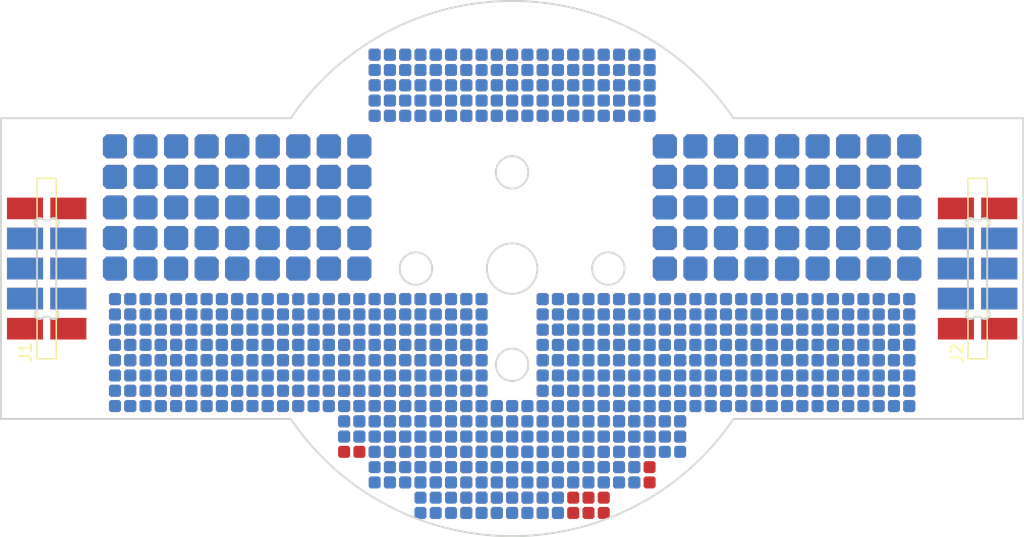
<source format=kicad_pcb>
(kicad_pcb (version 20201002) (generator pcbnew)

  (general
    (thickness 1.6)
  )

  (paper "A4")
  (layers
    (0 "F.Cu" signal)
    (31 "B.Cu" signal)
    (32 "B.Adhes" user "B.Adhesive")
    (33 "F.Adhes" user "F.Adhesive")
    (34 "B.Paste" user)
    (35 "F.Paste" user)
    (36 "B.SilkS" user "B.Silkscreen")
    (37 "F.SilkS" user "F.Silkscreen")
    (38 "B.Mask" user)
    (39 "F.Mask" user)
    (40 "Dwgs.User" user "User.Drawings")
    (41 "Cmts.User" user "User.Comments")
    (42 "Eco1.User" user "User.Eco1")
    (43 "Eco2.User" user "User.Eco2")
    (44 "Edge.Cuts" user)
    (45 "Margin" user)
    (46 "B.CrtYd" user "B.Courtyard")
    (47 "F.CrtYd" user "F.Courtyard")
    (48 "B.Fab" user)
    (49 "F.Fab" user)
  )

  (setup
    (grid_origin 150 100)
    (pcbplotparams
      (layerselection 0x00010fc_ffffffff)
      (usegerberextensions false)
      (usegerberattributes true)
      (usegerberadvancedattributes true)
      (creategerberjobfile true)
      (svguseinch false)
      (svgprecision 6)
      (excludeedgelayer true)
      (plotframeref false)
      (viasonmask false)
      (mode 1)
      (useauxorigin false)
      (hpglpennumber 1)
      (hpglpenspeed 20)
      (hpglpendiameter 15.000000)
      (psnegative false)
      (psa4output false)
      (plotreference true)
      (plotvalue true)
      (plotinvisibletext false)
      (sketchpadsonfab false)
      (subtractmaskfromsilk false)
      (outputformat 1)
      (mirror false)
      (drillshape 1)
      (scaleselection 1)
      (outputdirectory "")
    )
  )


  (net 0 "")

  (module "common_footprints:5x5_proto_array_1.27" (layer "F.Cu") (tedit 5F805F0D) (tstamp 04095744-7d57-432b-bcf0-35393f0701fc)
    (at 138.57 105.08)
    (attr through_hole)
    (fp_text reference "REF**" (at 0 -0.5 unlocked) (layer "F.SilkS") hide
      (effects (font (size 1 1) (thickness 0.15)))
      (tstamp 465fc4e4-e894-4d08-a232-58cb18ea3e7c)
    )
    (fp_text value "5x5_proto_array_1.27" (at 0 1 unlocked) (layer "F.Fab") hide
      (effects (font (size 1 1) (thickness 0.15)))
      (tstamp 5e5e9dd7-e4f2-4bdd-bf1f-d0a673d9e496)
    )
    (pad "0" smd roundrect (at -2.54 2.54) (size 1 1) (layers "F.Cu" "F.Mask") (roundrect_rratio 0.25)
      (chamfer_ratio 0.15) (chamfer top_left top_right bottom_left bottom_right) (tstamp 3bccf4f7-726b-48b3-bbff-8dd23957bc2b))
    (pad "0" smd roundrect (at -2.54 -1.27) (size 1 1) (layers "F.Cu" "F.Mask") (roundrect_rratio 0.25)
      (chamfer_ratio 0.15) (chamfer top_left top_right bottom_left bottom_right) (tstamp 69b5b389-a5aa-4578-a5b2-63effceabbf9))
    (pad "0" smd roundrect (at -2.54 1.27) (size 1 1) (layers "F.Cu" "F.Mask") (roundrect_rratio 0.25)
      (chamfer_ratio 0.15) (chamfer top_left top_right bottom_left bottom_right) (tstamp 87a326f6-0385-4562-b2a0-940339200454))
    (pad "0" smd roundrect (at -2.54 0) (size 1 1) (layers "F.Cu" "F.Mask") (roundrect_rratio 0.25)
      (chamfer_ratio 0.15) (chamfer top_left top_right bottom_left bottom_right) (tstamp c8126f86-fd7e-4cc4-b182-6def9c507204))
    (pad "0" smd roundrect (at -2.54 -2.54) (size 1 1) (layers "F.Cu" "F.Mask") (roundrect_rratio 0.25)
      (chamfer_ratio 0.15) (chamfer top_left top_right bottom_left bottom_right) (tstamp d753ffa2-01af-4086-9620-12e7c8942d3e))
    (pad "1" smd roundrect (at -1.27 -2.54) (size 1 1) (layers "F.Cu" "F.Mask") (roundrect_rratio 0.25)
      (chamfer_ratio 0.15) (chamfer top_left top_right bottom_left bottom_right) (tstamp 080accc0-5055-4af9-b2f6-75e7ab465389))
    (pad "1" smd roundrect (at -1.27 0) (size 1 1) (layers "F.Cu" "F.Mask") (roundrect_rratio 0.25)
      (chamfer_ratio 0.15) (chamfer top_left top_right bottom_left bottom_right) (tstamp 27cba642-bdea-4c9c-836d-bdae30e4ac59))
    (pad "1" smd roundrect (at -1.27 -1.27) (size 1 1) (layers "F.Cu" "F.Mask") (roundrect_rratio 0.25)
      (chamfer_ratio 0.15) (chamfer top_left top_right bottom_left bottom_right) (tstamp 76e18ff1-8903-4203-b234-e5a387dc6418))
    (pad "1" smd roundrect (at -1.27 1.27) (size 1 1) (layers "F.Cu" "F.Mask") (roundrect_rratio 0.25)
      (chamfer_ratio 0.15) (chamfer top_left top_right bottom_left bottom_right) (tstamp e401a9b7-f98b-4f14-8376-231bb3eb2504))
    (pad "1" smd roundrect (at -1.27 2.54) (size 1 1) (layers "F.Cu" "F.Mask") (roundrect_rratio 0.25)
      (chamfer_ratio 0.15) (chamfer top_left top_right bottom_left bottom_right) (tstamp f36fef84-4d47-4074-9df0-d607f6b84658))
    (pad "2" smd roundrect (at 0 1.27) (size 1 1) (layers "F.Cu" "F.Mask") (roundrect_rratio 0.25)
      (chamfer_ratio 0.15) (chamfer top_left top_right bottom_left bottom_right) (tstamp 0a35e668-db7d-4aa2-8c1d-4d688838bd2a))
    (pad "2" smd roundrect (at 0 0) (size 1 1) (layers "F.Cu" "F.Mask") (roundrect_rratio 0.25)
      (chamfer_ratio 0.15) (chamfer top_left top_right bottom_left bottom_right) (tstamp 37ab00ad-9520-40f3-a623-76ccf4a13af2))
    (pad "2" smd roundrect (at 0 2.54) (size 1 1) (layers "F.Cu" "F.Mask") (roundrect_rratio 0.25)
      (chamfer_ratio 0.15) (chamfer top_left top_right bottom_left bottom_right) (tstamp 3bb4a78e-b291-4927-8bf8-43d7014b4385))
    (pad "2" smd roundrect (at 0 -1.27) (size 1 1) (layers "F.Cu" "F.Mask") (roundrect_rratio 0.25)
      (chamfer_ratio 0.15) (chamfer top_left top_right bottom_left bottom_right) (tstamp c9b9a45f-6df4-42b0-a8e6-0b6ed648248d))
    (pad "2" smd roundrect (at 0 -2.54) (size 1 1) (layers "F.Cu" "F.Mask") (roundrect_rratio 0.25)
      (chamfer_ratio 0.15) (chamfer top_left top_right bottom_left bottom_right) (tstamp e8502c48-c31b-4020-9417-e5593cc15b5e))
    (pad "3" smd roundrect (at 1.27 1.27) (size 1 1) (layers "F.Cu" "F.Mask") (roundrect_rratio 0.25)
      (chamfer_ratio 0.15) (chamfer top_left top_right bottom_left bottom_right) (tstamp 38294272-26fb-4c1a-aa6e-ef7dae9dba82))
    (pad "3" smd roundrect (at 1.27 0) (size 1 1) (layers "F.Cu" "F.Mask") (roundrect_rratio 0.25)
      (chamfer_ratio 0.15) (chamfer top_left top_right bottom_left bottom_right) (tstamp 9a1ea1c0-31c5-42be-a3a2-38868302a406))
    (pad "3" smd roundrect (at 1.27 -1.27) (size 1 1) (layers "F.Cu" "F.Mask") (roundrect_rratio 0.25)
      (chamfer_ratio 0.15) (chamfer top_left top_right bottom_left bottom_right) (tstamp c07aad78-e713-4715-a14a-706910738610))
    (pad "3" smd roundrect (at 1.27 -2.54) (size 1 1) (layers "F.Cu" "F.Mask") (roundrect_rratio 0.25)
      (chamfer_ratio 0.15) (chamfer top_left top_right bottom_left bottom_right) (tstamp cef114ca-7e22-4d06-ab32-8bb93098860e))
    (pad "3" smd roundrect (at 1.27 2.54) (size 1 1) (layers "F.Cu" "F.Mask") (roundrect_rratio 0.25)
      (chamfer_ratio 0.15) (chamfer top_left top_right bottom_left bottom_right) (tstamp d3f1f730-b5a1-4870-9979-b29284fc74fd))
    (pad "4" smd roundrect (at 2.54 -1.27) (size 1 1) (layers "F.Cu" "F.Mask") (roundrect_rratio 0.25)
      (chamfer_ratio 0.15) (chamfer top_left top_right bottom_left bottom_right) (tstamp 2cae02c3-f493-48ec-b534-dd25771518f3))
    (pad "4" smd roundrect (at 2.54 -2.54) (size 1 1) (layers "F.Cu" "F.Mask") (roundrect_rratio 0.25)
      (chamfer_ratio 0.15) (chamfer top_left top_right bottom_left bottom_right) (tstamp 5812c39a-8186-4023-ae37-8d80c7fd270e))
    (pad "4" smd roundrect (at 2.54 0) (size 1 1) (layers "F.Cu" "F.Mask") (roundrect_rratio 0.25)
      (chamfer_ratio 0.15) (chamfer top_left top_right bottom_left bottom_right) (tstamp 67f2bfe9-0c90-46df-9ed4-754784994d83))
    (pad "4" smd roundrect (at 2.54 2.54) (size 1 1) (layers "F.Cu" "F.Mask") (roundrect_rratio 0.25)
      (chamfer_ratio 0.15) (chamfer top_left top_right bottom_left bottom_right) (tstamp 83a50bd5-d165-4dac-9a09-a1f74e30a9bf))
    (pad "4" smd roundrect (at 2.54 1.27) (size 1 1) (layers "F.Cu" "F.Mask") (roundrect_rratio 0.25)
      (chamfer_ratio 0.15) (chamfer top_left top_right bottom_left bottom_right) (tstamp 92a142a6-a8d9-4c86-ab25-78d91007915e))
  )

  (module "common_footprints:5x5_proto_array_1.27" (layer "F.Cu") (tedit 5F805F0D) (tstamp 0eae2798-81fa-4f6c-9ada-69a6aa7dbd72)
    (at 161.43 111.43)
    (attr through_hole)
    (fp_text reference "REF**" (at 0 -0.5 unlocked) (layer "F.SilkS") hide
      (effects (font (size 1 1) (thickness 0.15)))
      (tstamp f1ce7f22-3f73-4ef7-9158-7ec8e3d35246)
    )
    (fp_text value "5x5_proto_array_1.27" (at 0 1 unlocked) (layer "F.Fab") hide
      (effects (font (size 1 1) (thickness 0.15)))
      (tstamp 8a5f0ebd-7584-4959-8610-4eb29c1d8aa7)
    )
    (pad "0" smd roundrect (at -2.54 -2.54) (size 1 1) (layers "F.Cu" "F.Mask") (roundrect_rratio 0.25)
      (chamfer_ratio 0.15) (chamfer top_left top_right bottom_left bottom_right) (tstamp 0d2ce20b-f5cc-4445-b8e1-7e7605838c87))
    (pad "0" smd roundrect (at -2.54 -1.27) (size 1 1) (layers "F.Cu" "F.Mask") (roundrect_rratio 0.25)
      (chamfer_ratio 0.15) (chamfer top_left top_right bottom_left bottom_right) (tstamp 121987c6-dab8-40af-8761-4c102118b0d2))
    (pad "0" smd roundrect (at -2.54 2.54) (size 1 1) (layers "F.Cu" "F.Mask") (roundrect_rratio 0.25)
      (chamfer_ratio 0.15) (chamfer top_left top_right bottom_left bottom_right) (tstamp 8a9e5428-97c8-4a1e-aa57-3d6b66258f40))
    (pad "0" smd roundrect (at -2.54 1.27) (size 1 1) (layers "F.Cu" "F.Mask") (roundrect_rratio 0.25)
      (chamfer_ratio 0.15) (chamfer top_left top_right bottom_left bottom_right) (tstamp 94314b94-527f-489f-a222-22caee21236e))
    (pad "0" smd roundrect (at -2.54 0) (size 1 1) (layers "F.Cu" "F.Mask") (roundrect_rratio 0.25)
      (chamfer_ratio 0.15) (chamfer top_left top_right bottom_left bottom_right) (tstamp f18013e3-9da6-4152-a651-0605d3a89c76))
    (pad "1" smd roundrect (at -1.27 1.27) (size 1 1) (layers "F.Cu" "F.Mask") (roundrect_rratio 0.25)
      (chamfer_ratio 0.15) (chamfer top_left top_right bottom_left bottom_right) (tstamp 15ce360a-a08b-4456-81e9-c472fa962052))
    (pad "1" smd roundrect (at -1.27 -2.54) (size 1 1) (layers "F.Cu" "F.Mask") (roundrect_rratio 0.25)
      (chamfer_ratio 0.15) (chamfer top_left top_right bottom_left bottom_right) (tstamp 340fef15-92d2-4e13-95d3-5b93023afa47))
    (pad "1" smd roundrect (at -1.27 2.54) (size 1 1) (layers "F.Cu" "F.Mask") (roundrect_rratio 0.25)
      (chamfer_ratio 0.15) (chamfer top_left top_right bottom_left bottom_right) (tstamp 5e495682-8b80-4857-ae6d-b615c89ea871))
    (pad "1" smd roundrect (at -1.27 0) (size 1 1) (layers "F.Cu" "F.Mask") (roundrect_rratio 0.25)
      (chamfer_ratio 0.15) (chamfer top_left top_right bottom_left bottom_right) (tstamp 855a498b-3db8-441f-aadb-ffb24328f8a2))
    (pad "1" smd roundrect (at -1.27 -1.27) (size 1 1) (layers "F.Cu" "F.Mask") (roundrect_rratio 0.25)
      (chamfer_ratio 0.15) (chamfer top_left top_right bottom_left bottom_right) (tstamp ee6bbe5b-363d-430e-98ef-646b8dd990f3))
    (pad "2" smd roundrect (at 0 2.54) (size 1 1) (layers "F.Cu" "F.Mask") (roundrect_rratio 0.25)
      (chamfer_ratio 0.15) (chamfer top_left top_right bottom_left bottom_right) (tstamp 10358860-fd4a-4c60-b322-4d83e19aa29b))
    (pad "2" smd roundrect (at 0 -1.27) (size 1 1) (layers "F.Cu" "F.Mask") (roundrect_rratio 0.25)
      (chamfer_ratio 0.15) (chamfer top_left top_right bottom_left bottom_right) (tstamp 28a18e12-aeb0-44ba-8021-911697235ef0))
    (pad "2" smd roundrect (at 0 0) (size 1 1) (layers "F.Cu" "F.Mask") (roundrect_rratio 0.25)
      (chamfer_ratio 0.15) (chamfer top_left top_right bottom_left bottom_right) (tstamp 99f29afd-18de-40b3-8c58-70c9317e040d))
    (pad "2" smd roundrect (at 0 -2.54) (size 1 1) (layers "F.Cu" "F.Mask") (roundrect_rratio 0.25)
      (chamfer_ratio 0.15) (chamfer top_left top_right bottom_left bottom_right) (tstamp c9f7d294-6553-4744-b501-eade3f35644a))
    (pad "2" smd roundrect (at 0 1.27) (size 1 1) (layers "F.Cu" "F.Mask") (roundrect_rratio 0.25)
      (chamfer_ratio 0.15) (chamfer top_left top_right bottom_left bottom_right) (tstamp edd84c94-aae8-4fca-bfea-8a2073a51979))
    (pad "3" smd roundrect (at 1.27 0) (size 1 1) (layers "F.Cu" "F.Mask") (roundrect_rratio 0.25)
      (chamfer_ratio 0.15) (chamfer top_left top_right bottom_left bottom_right) (tstamp 37b39024-98f6-44f5-ab67-524e10e1d5fb))
    (pad "3" smd roundrect (at 1.27 1.27) (size 1 1) (layers "F.Cu" "F.Mask") (roundrect_rratio 0.25)
      (chamfer_ratio 0.15) (chamfer top_left top_right bottom_left bottom_right) (tstamp 499609c4-2e36-44cb-8a47-8667495e76d3))
    (pad "3" smd roundrect (at 1.27 2.54) (size 1 1) (layers "F.Cu" "F.Mask") (roundrect_rratio 0.25)
      (chamfer_ratio 0.15) (chamfer top_left top_right bottom_left bottom_right) (tstamp 56e549d8-2cf6-465e-8493-99be5dd47b53))
    (pad "3" smd roundrect (at 1.27 -1.27) (size 1 1) (layers "F.Cu" "F.Mask") (roundrect_rratio 0.25)
      (chamfer_ratio 0.15) (chamfer top_left top_right bottom_left bottom_right) (tstamp 5e15e4e6-2dcf-4a1e-9b60-a217f384b875))
    (pad "3" smd roundrect (at 1.27 -2.54) (size 1 1) (layers "F.Cu" "F.Mask") (roundrect_rratio 0.25)
      (chamfer_ratio 0.15) (chamfer top_left top_right bottom_left bottom_right) (tstamp 73098d94-c72c-4d18-829b-698508719b6b))
    (pad "4" smd roundrect (at 2.54 0) (size 1 1) (layers "F.Cu" "F.Mask") (roundrect_rratio 0.25)
      (chamfer_ratio 0.15) (chamfer top_left top_right bottom_left bottom_right) (tstamp 151facd3-7137-4649-b072-66a276dd9669))
    (pad "4" smd roundrect (at 2.54 2.54) (size 1 1) (layers "F.Cu" "F.Mask") (roundrect_rratio 0.25)
      (chamfer_ratio 0.15) (chamfer top_left top_right bottom_left bottom_right) (tstamp 799d3469-bb22-4ec9-b163-a84c06b0e1d4))
    (pad "4" smd roundrect (at 2.54 -2.54) (size 1 1) (layers "F.Cu" "F.Mask") (roundrect_rratio 0.25)
      (chamfer_ratio 0.15) (chamfer top_left top_right bottom_left bottom_right) (tstamp 9a856f7f-b71d-4f32-8abb-c56ec7a66918))
    (pad "4" smd roundrect (at 2.54 -1.27) (size 1 1) (layers "F.Cu" "F.Mask") (roundrect_rratio 0.25)
      (chamfer_ratio 0.15) (chamfer top_left top_right bottom_left bottom_right) (tstamp b834209a-f23b-4c37-9b9a-46dc084139aa))
    (pad "4" smd roundrect (at 2.54 1.27) (size 1 1) (layers "F.Cu" "F.Mask") (roundrect_rratio 0.25)
      (chamfer_ratio 0.15) (chamfer top_left top_right bottom_left bottom_right) (tstamp c5c27753-fe89-4d57-a5fc-79cbd977061f))
  )

  (module "common_footprints:5x5_proto_array_1.27" (layer "F.Cu") (tedit 5F805F0D) (tstamp 11315fcb-1890-4783-862e-e6be48557e50)
    (at 153.81 84.76)
    (attr through_hole)
    (fp_text reference "REF**" (at 0 -0.5 unlocked) (layer "F.SilkS") hide
      (effects (font (size 1 1) (thickness 0.15)))
      (tstamp cef69e52-3cef-4be8-b2a5-61184171d972)
    )
    (fp_text value "5x5_proto_array_1.27" (at 0 1 unlocked) (layer "F.Fab") hide
      (effects (font (size 1 1) (thickness 0.15)))
      (tstamp 6faf73cf-66fe-421a-88e2-c5795a0a07c6)
    )
    (pad "0" smd roundrect (at -2.54 2.54) (size 1 1) (layers "F.Cu" "F.Mask") (roundrect_rratio 0.25)
      (chamfer_ratio 0.15) (chamfer top_left top_right bottom_left bottom_right) (tstamp 49bcef25-5d95-4cad-ba54-94297f168b67))
    (pad "0" smd roundrect (at -2.54 -2.54) (size 1 1) (layers "F.Cu" "F.Mask") (roundrect_rratio 0.25)
      (chamfer_ratio 0.15) (chamfer top_left top_right bottom_left bottom_right) (tstamp 9819b2c8-4479-4fdc-a508-20a33bbb0dd4))
    (pad "0" smd roundrect (at -2.54 1.27) (size 1 1) (layers "F.Cu" "F.Mask") (roundrect_rratio 0.25)
      (chamfer_ratio 0.15) (chamfer top_left top_right bottom_left bottom_right) (tstamp b4ecf117-1452-4163-b5e6-a20ba42bd7b7))
    (pad "0" smd roundrect (at -2.54 0) (size 1 1) (layers "F.Cu" "F.Mask") (roundrect_rratio 0.25)
      (chamfer_ratio 0.15) (chamfer top_left top_right bottom_left bottom_right) (tstamp f39ea096-595b-4996-b9aa-77e8687e2d97))
    (pad "0" smd roundrect (at -2.54 -1.27) (size 1 1) (layers "F.Cu" "F.Mask") (roundrect_rratio 0.25)
      (chamfer_ratio 0.15) (chamfer top_left top_right bottom_left bottom_right) (tstamp fdcc8733-a0ed-4ce5-a918-977080764aca))
    (pad "1" smd roundrect (at -1.27 1.27) (size 1 1) (layers "F.Cu" "F.Mask") (roundrect_rratio 0.25)
      (chamfer_ratio 0.15) (chamfer top_left top_right bottom_left bottom_right) (tstamp 6703cd0d-efd3-400f-9968-5df2a5e049ff))
    (pad "1" smd roundrect (at -1.27 -2.54) (size 1 1) (layers "F.Cu" "F.Mask") (roundrect_rratio 0.25)
      (chamfer_ratio 0.15) (chamfer top_left top_right bottom_left bottom_right) (tstamp 8bdfe2fc-825e-4406-bd8c-15b601077d23))
    (pad "1" smd roundrect (at -1.27 2.54) (size 1 1) (layers "F.Cu" "F.Mask") (roundrect_rratio 0.25)
      (chamfer_ratio 0.15) (chamfer top_left top_right bottom_left bottom_right) (tstamp a93d9707-40b5-402c-943a-5a907cabcd23))
    (pad "1" smd roundrect (at -1.27 -1.27) (size 1 1) (layers "F.Cu" "F.Mask") (roundrect_rratio 0.25)
      (chamfer_ratio 0.15) (chamfer top_left top_right bottom_left bottom_right) (tstamp b44607ec-dcab-44aa-9abb-7e2146a4dadb))
    (pad "1" smd roundrect (at -1.27 0) (size 1 1) (layers "F.Cu" "F.Mask") (roundrect_rratio 0.25)
      (chamfer_ratio 0.15) (chamfer top_left top_right bottom_left bottom_right) (tstamp b4ea1dc1-6612-429f-9bdb-39294879102f))
    (pad "2" smd roundrect (at 0 1.27) (size 1 1) (layers "F.Cu" "F.Mask") (roundrect_rratio 0.25)
      (chamfer_ratio 0.15) (chamfer top_left top_right bottom_left bottom_right) (tstamp 1f7a46e2-1c12-47dc-a3d1-378872356931))
    (pad "2" smd roundrect (at 0 2.54) (size 1 1) (layers "F.Cu" "F.Mask") (roundrect_rratio 0.25)
      (chamfer_ratio 0.15) (chamfer top_left top_right bottom_left bottom_right) (tstamp 22b1964a-ab11-45ac-bedd-fabf1a112724))
    (pad "2" smd roundrect (at 0 -1.27) (size 1 1) (layers "F.Cu" "F.Mask") (roundrect_rratio 0.25)
      (chamfer_ratio 0.15) (chamfer top_left top_right bottom_left bottom_right) (tstamp 69094673-7acc-411d-9764-8e9f4339887f))
    (pad "2" smd roundrect (at 0 -2.54) (size 1 1) (layers "F.Cu" "F.Mask") (roundrect_rratio 0.25)
      (chamfer_ratio 0.15) (chamfer top_left top_right bottom_left bottom_right) (tstamp 78885b08-7b7c-4d7c-ac78-42c5f3810792))
    (pad "2" smd roundrect (at 0 0) (size 1 1) (layers "F.Cu" "F.Mask") (roundrect_rratio 0.25)
      (chamfer_ratio 0.15) (chamfer top_left top_right bottom_left bottom_right) (tstamp d89fbe1d-1b25-494e-a28c-d36ac8ba3481))
    (pad "3" smd roundrect (at 1.27 1.27) (size 1 1) (layers "F.Cu" "F.Mask") (roundrect_rratio 0.25)
      (chamfer_ratio 0.15) (chamfer top_left top_right bottom_left bottom_right) (tstamp 560fca55-7821-4d08-8db9-05d6f63fc873))
    (pad "3" smd roundrect (at 1.27 2.54) (size 1 1) (layers "F.Cu" "F.Mask") (roundrect_rratio 0.25)
      (chamfer_ratio 0.15) (chamfer top_left top_right bottom_left bottom_right) (tstamp 565f5e25-b64b-42ca-8d67-a760c0d6d01d))
    (pad "3" smd roundrect (at 1.27 -2.54) (size 1 1) (layers "F.Cu" "F.Mask") (roundrect_rratio 0.25)
      (chamfer_ratio 0.15) (chamfer top_left top_right bottom_left bottom_right) (tstamp d15688d5-35fc-46cf-907a-b620d45d8d78))
    (pad "3" smd roundrect (at 1.27 -1.27) (size 1 1) (layers "F.Cu" "F.Mask") (roundrect_rratio 0.25)
      (chamfer_ratio 0.15) (chamfer top_left top_right bottom_left bottom_right) (tstamp e8c25c52-a30a-48b3-9767-8a059b464c39))
    (pad "3" smd roundrect (at 1.27 0) (size 1 1) (layers "F.Cu" "F.Mask") (roundrect_rratio 0.25)
      (chamfer_ratio 0.15) (chamfer top_left top_right bottom_left bottom_right) (tstamp f5d7983b-acc3-4702-a95f-e4dec00d1e68))
    (pad "4" smd roundrect (at 2.54 0) (size 1 1) (layers "F.Cu" "F.Mask") (roundrect_rratio 0.25)
      (chamfer_ratio 0.15) (chamfer top_left top_right bottom_left bottom_right) (tstamp 16ec6ba6-cb0b-4583-bb63-81fc7048f1ce))
    (pad "4" smd roundrect (at 2.54 1.27) (size 1 1) (layers "F.Cu" "F.Mask") (roundrect_rratio 0.25)
      (chamfer_ratio 0.15) (chamfer top_left top_right bottom_left bottom_right) (tstamp 36069f3c-24c5-4dde-a2da-386820b1632a))
    (pad "4" smd roundrect (at 2.54 -1.27) (size 1 1) (layers "F.Cu" "F.Mask") (roundrect_rratio 0.25)
      (chamfer_ratio 0.15) (chamfer top_left top_right bottom_left bottom_right) (tstamp 3e874328-6c77-4927-8974-d25814d52c29))
    (pad "4" smd roundrect (at 2.54 2.54) (size 1 1) (layers "F.Cu" "F.Mask") (roundrect_rratio 0.25)
      (chamfer_ratio 0.15) (chamfer top_left top_right bottom_left bottom_right) (tstamp c5e2c3ee-5a6b-4d44-8ad0-d0a579be78ac))
    (pad "4" smd roundrect (at 2.54 -2.54) (size 1 1) (layers "F.Cu" "F.Mask") (roundrect_rratio 0.25)
      (chamfer_ratio 0.15) (chamfer top_left top_right bottom_left bottom_right) (tstamp f8a13342-a408-434a-96df-3f8351cbe5a9))
  )

  (module "common_footprints:5x5_proto_array_1.27" (layer "F.Cu") (tedit 5F805F0D) (tstamp 1809382f-a3f0-42f1-a012-31246196d112)
    (at 155.08 105.08)
    (attr through_hole)
    (fp_text reference "REF**" (at 0 -0.5 unlocked) (layer "F.SilkS") hide
      (effects (font (size 1 1) (thickness 0.15)))
      (tstamp 7268da30-4d40-4bc5-877c-f5b856b1a98b)
    )
    (fp_text value "5x5_proto_array_1.27" (at 0 1 unlocked) (layer "F.Fab") hide
      (effects (font (size 1 1) (thickness 0.15)))
      (tstamp 29e33941-5b5d-4b43-a512-6e46f87a5dc8)
    )
    (pad "0" smd roundrect (at -2.54 -1.27) (size 1 1) (layers "F.Cu" "F.Mask") (roundrect_rratio 0.25)
      (chamfer_ratio 0.15) (chamfer top_left top_right bottom_left bottom_right) (tstamp 0e078624-8762-4647-8f4c-c6074857a580))
    (pad "0" smd roundrect (at -2.54 0) (size 1 1) (layers "F.Cu" "F.Mask") (roundrect_rratio 0.25)
      (chamfer_ratio 0.15) (chamfer top_left top_right bottom_left bottom_right) (tstamp 7ffe228b-4f51-4fc2-807c-dfd116a430e5))
    (pad "0" smd roundrect (at -2.54 1.27) (size 1 1) (layers "F.Cu" "F.Mask") (roundrect_rratio 0.25)
      (chamfer_ratio 0.15) (chamfer top_left top_right bottom_left bottom_right) (tstamp b71df56d-6fd7-415c-9fe1-4fc81aeb6049))
    (pad "0" smd roundrect (at -2.54 2.54) (size 1 1) (layers "F.Cu" "F.Mask") (roundrect_rratio 0.25)
      (chamfer_ratio 0.15) (chamfer top_left top_right bottom_left bottom_right) (tstamp bf8883ad-4da0-4e61-aa4c-b8c31026fc85))
    (pad "0" smd roundrect (at -2.54 -2.54) (size 1 1) (layers "F.Cu" "F.Mask") (roundrect_rratio 0.25)
      (chamfer_ratio 0.15) (chamfer top_left top_right bottom_left bottom_right) (tstamp e933b108-5190-4989-833f-8ea8bd0f2534))
    (pad "1" smd roundrect (at -1.27 1.27) (size 1 1) (layers "F.Cu" "F.Mask") (roundrect_rratio 0.25)
      (chamfer_ratio 0.15) (chamfer top_left top_right bottom_left bottom_right) (tstamp 4bcbf3d0-7a6e-4d9f-ba0a-e04cbe818b9a))
    (pad "1" smd roundrect (at -1.27 0) (size 1 1) (layers "F.Cu" "F.Mask") (roundrect_rratio 0.25)
      (chamfer_ratio 0.15) (chamfer top_left top_right bottom_left bottom_right) (tstamp 54618d56-22b8-4376-a98a-ca9cd5be2972))
    (pad "1" smd roundrect (at -1.27 -1.27) (size 1 1) (layers "F.Cu" "F.Mask") (roundrect_rratio 0.25)
      (chamfer_ratio 0.15) (chamfer top_left top_right bottom_left bottom_right) (tstamp 5f983a78-0882-4426-9d90-248f93a0b6bd))
    (pad "1" smd roundrect (at -1.27 2.54) (size 1 1) (layers "F.Cu" "F.Mask") (roundrect_rratio 0.25)
      (chamfer_ratio 0.15) (chamfer top_left top_right bottom_left bottom_right) (tstamp a0cf5e12-afca-4e96-b651-739272af24dc))
    (pad "1" smd roundrect (at -1.27 -2.54) (size 1 1) (layers "F.Cu" "F.Mask") (roundrect_rratio 0.25)
      (chamfer_ratio 0.15) (chamfer top_left top_right bottom_left bottom_right) (tstamp e6bc2958-4d53-448e-b12e-989ec7c4dc20))
    (pad "2" smd roundrect (at 0 2.54) (size 1 1) (layers "F.Cu" "F.Mask") (roundrect_rratio 0.25)
      (chamfer_ratio 0.15) (chamfer top_left top_right bottom_left bottom_right) (tstamp 2a38a158-2b24-40bb-af10-488503b6659e))
    (pad "2" smd roundrect (at 0 -1.27) (size 1 1) (layers "F.Cu" "F.Mask") (roundrect_rratio 0.25)
      (chamfer_ratio 0.15) (chamfer top_left top_right bottom_left bottom_right) (tstamp 65ec042e-d505-45a1-80f9-bb509ea6db75))
    (pad "2" smd roundrect (at 0 -2.54) (size 1 1) (layers "F.Cu" "F.Mask") (roundrect_rratio 0.25)
      (chamfer_ratio 0.15) (chamfer top_left top_right bottom_left bottom_right) (tstamp 7ef2f831-46d4-4346-bce8-7e591ae901b4))
    (pad "2" smd roundrect (at 0 1.27) (size 1 1) (layers "F.Cu" "F.Mask") (roundrect_rratio 0.25)
      (chamfer_ratio 0.15) (chamfer top_left top_right bottom_left bottom_right) (tstamp c3b9eac2-7828-4cf6-b7fc-fc02d6eacb7e))
    (pad "2" smd roundrect (at 0 0) (size 1 1) (layers "F.Cu" "F.Mask") (roundrect_rratio 0.25)
      (chamfer_ratio 0.15) (chamfer top_left top_right bottom_left bottom_right) (tstamp d7c59807-a0cf-4f50-8700-e2aeeb284e78))
    (pad "3" smd roundrect (at 1.27 -2.54) (size 1 1) (layers "F.Cu" "F.Mask") (roundrect_rratio 0.25)
      (chamfer_ratio 0.15) (chamfer top_left top_right bottom_left bottom_right) (tstamp 4d038baa-ff4e-4629-8d90-43c95398139e))
    (pad "3" smd roundrect (at 1.27 1.27) (size 1 1) (layers "F.Cu" "F.Mask") (roundrect_rratio 0.25)
      (chamfer_ratio 0.15) (chamfer top_left top_right bottom_left bottom_right) (tstamp 5b07366d-d91d-412c-9ecd-213bc0b84e79))
    (pad "3" smd roundrect (at 1.27 -1.27) (size 1 1) (layers "F.Cu" "F.Mask") (roundrect_rratio 0.25)
      (chamfer_ratio 0.15) (chamfer top_left top_right bottom_left bottom_right) (tstamp cf308dff-7a33-45bb-9ce2-f7ef7223a0b7))
    (pad "3" smd roundrect (at 1.27 0) (size 1 1) (layers "F.Cu" "F.Mask") (roundrect_rratio 0.25)
      (chamfer_ratio 0.15) (chamfer top_left top_right bottom_left bottom_right) (tstamp f44c105a-f976-44be-98db-5a8a8ac02b9c))
    (pad "3" smd roundrect (at 1.27 2.54) (size 1 1) (layers "F.Cu" "F.Mask") (roundrect_rratio 0.25)
      (chamfer_ratio 0.15) (chamfer top_left top_right bottom_left bottom_right) (tstamp fbcebf25-d901-45b1-97ef-92cef55a08d8))
    (pad "4" smd roundrect (at 2.54 -1.27) (size 1 1) (layers "F.Cu" "F.Mask") (roundrect_rratio 0.25)
      (chamfer_ratio 0.15) (chamfer top_left top_right bottom_left bottom_right) (tstamp 3c544ecf-aa5c-490a-9aad-9d749e0fe4ca))
    (pad "4" smd roundrect (at 2.54 1.27) (size 1 1) (layers "F.Cu" "F.Mask") (roundrect_rratio 0.25)
      (chamfer_ratio 0.15) (chamfer top_left top_right bottom_left bottom_right) (tstamp 5d08ade6-c0b7-4a7f-a2dc-25fbb9de4e7a))
    (pad "4" smd roundrect (at 2.54 2.54) (size 1 1) (layers "F.Cu" "F.Mask") (roundrect_rratio 0.25)
      (chamfer_ratio 0.15) (chamfer top_left top_right bottom_left bottom_right) (tstamp 71989997-b93c-49df-963b-329300e43371))
    (pad "4" smd roundrect (at 2.54 0) (size 1 1) (layers "F.Cu" "F.Mask") (roundrect_rratio 0.25)
      (chamfer_ratio 0.15) (chamfer top_left top_right bottom_left bottom_right) (tstamp ac428b73-1478-446d-9eb2-c368c43ee0e8))
    (pad "4" smd roundrect (at 2.54 -2.54) (size 1 1) (layers "F.Cu" "F.Mask") (roundrect_rratio 0.25)
      (chamfer_ratio 0.15) (chamfer top_left top_right bottom_left bottom_right) (tstamp eaab0c44-44a5-4df6-92f5-a264de464632))
  )

  (module "common_footprints:5x5_proto_array_1.27" (layer "F.Cu") (tedit 5F805F0D) (tstamp 1e354da6-7ce2-4532-9680-62ecedb78aa3)
    (at 141.11 84.76)
    (attr through_hole)
    (fp_text reference "REF**" (at 0 -0.5 unlocked) (layer "F.SilkS") hide
      (effects (font (size 1 1) (thickness 0.15)))
      (tstamp 076b8e67-50bb-4ab8-b0ea-647a00afea7d)
    )
    (fp_text value "5x5_proto_array_1.27" (at 0 1 unlocked) (layer "F.Fab") hide
      (effects (font (size 1 1) (thickness 0.15)))
      (tstamp 2858adaa-3a90-47a0-8661-a7f06b019aaf)
    )
    (pad "0" smd roundrect (at -2.54 -2.54) (size 1 1) (layers "F.Cu" "F.Mask") (roundrect_rratio 0.25)
      (chamfer_ratio 0.15) (chamfer top_left top_right bottom_left bottom_right) (tstamp 4cf34fbd-27b6-4f71-9217-cbaefab569e4))
    (pad "0" smd roundrect (at -2.54 -1.27) (size 1 1) (layers "F.Cu" "F.Mask") (roundrect_rratio 0.25)
      (chamfer_ratio 0.15) (chamfer top_left top_right bottom_left bottom_right) (tstamp 6461cad2-c7f7-47af-a0c5-9a1a7eec4d09))
    (pad "0" smd roundrect (at -2.54 1.27) (size 1 1) (layers "F.Cu" "F.Mask") (roundrect_rratio 0.25)
      (chamfer_ratio 0.15) (chamfer top_left top_right bottom_left bottom_right) (tstamp 780aa0b8-a172-4870-ae41-c927c2608e32))
    (pad "0" smd roundrect (at -2.54 0) (size 1 1) (layers "F.Cu" "F.Mask") (roundrect_rratio 0.25)
      (chamfer_ratio 0.15) (chamfer top_left top_right bottom_left bottom_right) (tstamp a6cd9dfc-b574-4c3d-9b33-f6e37fad2aab))
    (pad "0" smd roundrect (at -2.54 2.54) (size 1 1) (layers "F.Cu" "F.Mask") (roundrect_rratio 0.25)
      (chamfer_ratio 0.15) (chamfer top_left top_right bottom_left bottom_right) (tstamp de9d4059-3398-4f8f-a45e-855ef4f303ac))
    (pad "1" smd roundrect (at -1.27 0) (size 1 1) (layers "F.Cu" "F.Mask") (roundrect_rratio 0.25)
      (chamfer_ratio 0.15) (chamfer top_left top_right bottom_left bottom_right) (tstamp 0d219372-fd3e-4558-9c27-1b763e7b0d17))
    (pad "1" smd roundrect (at -1.27 2.54) (size 1 1) (layers "F.Cu" "F.Mask") (roundrect_rratio 0.25)
      (chamfer_ratio 0.15) (chamfer top_left top_right bottom_left bottom_right) (tstamp 367a6bd0-9e44-4dcb-8d4c-43da1e3fb40b))
    (pad "1" smd roundrect (at -1.27 1.27) (size 1 1) (layers "F.Cu" "F.Mask") (roundrect_rratio 0.25)
      (chamfer_ratio 0.15) (chamfer top_left top_right bottom_left bottom_right) (tstamp 56d2b3ff-4aea-4318-a0a4-e3ed6b72a362))
    (pad "1" smd roundrect (at -1.27 -2.54) (size 1 1) (layers "F.Cu" "F.Mask") (roundrect_rratio 0.25)
      (chamfer_ratio 0.15) (chamfer top_left top_right bottom_left bottom_right) (tstamp 9c81eba7-0402-42b0-aa88-e4217c77b977))
    (pad "1" smd roundrect (at -1.27 -1.27) (size 1 1) (layers "F.Cu" "F.Mask") (roundrect_rratio 0.25)
      (chamfer_ratio 0.15) (chamfer top_left top_right bottom_left bottom_right) (tstamp aaf5daaf-afd7-4c03-b627-cc36276bb036))
    (pad "2" smd roundrect (at 0 -1.27) (size 1 1) (layers "F.Cu" "F.Mask") (roundrect_rratio 0.25)
      (chamfer_ratio 0.15) (chamfer top_left top_right bottom_left bottom_right) (tstamp 0a2ee0a3-d2bf-42a2-8872-c6a5d7730909))
    (pad "2" smd roundrect (at 0 -2.54) (size 1 1) (layers "F.Cu" "F.Mask") (roundrect_rratio 0.25)
      (chamfer_ratio 0.15) (chamfer top_left top_right bottom_left bottom_right) (tstamp 4e714ee4-09b6-4271-8757-b45b48a02b13))
    (pad "2" smd roundrect (at 0 1.27) (size 1 1) (layers "F.Cu" "F.Mask") (roundrect_rratio 0.25)
      (chamfer_ratio 0.15) (chamfer top_left top_right bottom_left bottom_right) (tstamp c8338b56-8816-4b79-94d1-b922a073819d))
    (pad "2" smd roundrect (at 0 0) (size 1 1) (layers "F.Cu" "F.Mask") (roundrect_rratio 0.25)
      (chamfer_ratio 0.15) (chamfer top_left top_right bottom_left bottom_right) (tstamp dc9b6a6d-cd5a-4b60-8504-a6bf3c1cb6cd))
    (pad "2" smd roundrect (at 0 2.54) (size 1 1) (layers "F.Cu" "F.Mask") (roundrect_rratio 0.25)
      (chamfer_ratio 0.15) (chamfer top_left top_right bottom_left bottom_right) (tstamp f6e7f4d2-f5b9-4032-b826-80740b2986e5))
    (pad "3" smd roundrect (at 1.27 2.54) (size 1 1) (layers "F.Cu" "F.Mask") (roundrect_rratio 0.25)
      (chamfer_ratio 0.15) (chamfer top_left top_right bottom_left bottom_right) (tstamp 2c904cef-0e24-47ab-879f-b72654871de0))
    (pad "3" smd roundrect (at 1.27 -1.27) (size 1 1) (layers "F.Cu" "F.Mask") (roundrect_rratio 0.25)
      (chamfer_ratio 0.15) (chamfer top_left top_right bottom_left bottom_right) (tstamp 4d91f526-35a5-45ee-95b3-2c1974bb0372))
    (pad "3" smd roundrect (at 1.27 -2.54) (size 1 1) (layers "F.Cu" "F.Mask") (roundrect_rratio 0.25)
      (chamfer_ratio 0.15) (chamfer top_left top_right bottom_left bottom_right) (tstamp 56c2c057-7a22-4145-a759-d6ad4694609a))
    (pad "3" smd roundrect (at 1.27 1.27) (size 1 1) (layers "F.Cu" "F.Mask") (roundrect_rratio 0.25)
      (chamfer_ratio 0.15) (chamfer top_left top_right bottom_left bottom_right) (tstamp 707b21ce-7255-434e-b9eb-acddcbefc5a1))
    (pad "3" smd roundrect (at 1.27 0) (size 1 1) (layers "F.Cu" "F.Mask") (roundrect_rratio 0.25)
      (chamfer_ratio 0.15) (chamfer top_left top_right bottom_left bottom_right) (tstamp d31edb0c-4380-491f-ba5c-fd09fdd978ac))
    (pad "4" smd roundrect (at 2.54 1.27) (size 1 1) (layers "F.Cu" "F.Mask") (roundrect_rratio 0.25)
      (chamfer_ratio 0.15) (chamfer top_left top_right bottom_left bottom_right) (tstamp 59fc0931-287d-447f-bb9a-ec62dabcc03b))
    (pad "4" smd roundrect (at 2.54 -2.54) (size 1 1) (layers "F.Cu" "F.Mask") (roundrect_rratio 0.25)
      (chamfer_ratio 0.15) (chamfer top_left top_right bottom_left bottom_right) (tstamp 7f7caf67-dcd7-47c2-89e0-417dc92c1751))
    (pad "4" smd roundrect (at 2.54 2.54) (size 1 1) (layers "F.Cu" "F.Mask") (roundrect_rratio 0.25)
      (chamfer_ratio 0.15) (chamfer top_left top_right bottom_left bottom_right) (tstamp c46e1bbe-2b8e-4e9f-b890-56ceb1af9810))
    (pad "4" smd roundrect (at 2.54 -1.27) (size 1 1) (layers "F.Cu" "F.Mask") (roundrect_rratio 0.25)
      (chamfer_ratio 0.15) (chamfer top_left top_right bottom_left bottom_right) (tstamp dd938c51-fe20-4296-81f8-23ecb7e0fb61))
    (pad "4" smd roundrect (at 2.54 0) (size 1 1) (layers "F.Cu" "F.Mask") (roundrect_rratio 0.25)
      (chamfer_ratio 0.15) (chamfer top_left top_right bottom_left bottom_right) (tstamp fa8dfb65-a545-46d1-965d-e8208f848ed3))
  )

  (module "common_footprints:5x5_proto_array_2.54" (layer "F.Cu") (tedit 5F805ECF) (tstamp 267e42d0-1570-431f-a5b7-0d3c585f673a)
    (at 132.22 94.92)
    (attr through_hole)
    (fp_text reference "REF**" (at 0 -0.5 unlocked) (layer "F.SilkS") hide
      (effects (font (size 1 1) (thickness 0.15)))
      (tstamp 62502009-eacf-4df2-af27-2b7a243404cc)
    )
    (fp_text value "5x5_proto_array_2.54" (at 0 1 unlocked) (layer "F.Fab") hide
      (effects (font (size 1 1) (thickness 0.15)))
      (tstamp 88b83ff2-f050-46f9-98d3-c8d0d3e1061a)
    )
    (pad "0" smd roundrect (at -5.08 0) (size 2 2) (layers "F.Cu" "F.Mask") (roundrect_rratio 0.25)
      (chamfer_ratio 0.15) (chamfer top_left top_right bottom_left bottom_right) (tstamp 7b8e0269-3196-480d-be87-491107be6603))
    (pad "0" smd roundrect (at -5.08 2.54) (size 2 2) (layers "F.Cu" "F.Mask") (roundrect_rratio 0.25)
      (chamfer_ratio 0.15) (chamfer top_left top_right bottom_left bottom_right) (tstamp 92466ae2-1e67-4926-b715-48c2f46823b9))
    (pad "0" smd roundrect (at -5.08 5.08) (size 2 2) (layers "F.Cu" "F.Mask") (roundrect_rratio 0.25)
      (chamfer_ratio 0.15) (chamfer top_left top_right bottom_left bottom_right) (tstamp a8fde6a9-bda0-4774-b23c-2a7f31c08ea1))
    (pad "0" smd roundrect (at -5.08 -2.54) (size 2 2) (layers "F.Cu" "F.Mask") (roundrect_rratio 0.25)
      (chamfer_ratio 0.15) (chamfer top_left top_right bottom_left bottom_right) (tstamp de969730-f440-4685-878d-d962ca7bdc19))
    (pad "0" smd roundrect (at -5.08 -5.08) (size 2 2) (layers "F.Cu" "F.Mask") (roundrect_rratio 0.25)
      (chamfer_ratio 0.15) (chamfer top_left top_right bottom_left bottom_right) (tstamp f67df737-df1d-4520-aee2-1a3ed9fb7b39))
    (pad "1" smd roundrect (at -2.54 5.08) (size 2 2) (layers "F.Cu" "F.Mask") (roundrect_rratio 0.25)
      (chamfer_ratio 0.15) (chamfer top_left top_right bottom_left bottom_right) (tstamp 21bca073-5dea-41c7-9544-f302c88df08e))
    (pad "1" smd roundrect (at -2.54 2.54) (size 2 2) (layers "F.Cu" "F.Mask") (roundrect_rratio 0.25)
      (chamfer_ratio 0.15) (chamfer top_left top_right bottom_left bottom_right) (tstamp 426049f6-1eda-4c0f-ac23-511049addbab))
    (pad "1" smd roundrect (at -2.54 0) (size 2 2) (layers "F.Cu" "F.Mask") (roundrect_rratio 0.25)
      (chamfer_ratio 0.15) (chamfer top_left top_right bottom_left bottom_right) (tstamp 565eb78e-51fb-41bc-ac9f-8d2562155fbb))
    (pad "1" smd roundrect (at -2.54 -2.54) (size 2 2) (layers "F.Cu" "F.Mask") (roundrect_rratio 0.25)
      (chamfer_ratio 0.15) (chamfer top_left top_right bottom_left bottom_right) (tstamp afcb45cb-202d-4d35-9f60-aee2d6ed0727))
    (pad "1" smd roundrect (at -2.54 -5.08) (size 2 2) (layers "F.Cu" "F.Mask") (roundrect_rratio 0.25)
      (chamfer_ratio 0.15) (chamfer top_left top_right bottom_left bottom_right) (tstamp b9ef1c16-2985-4f31-8a40-0b8f7d6b44c1))
    (pad "2" smd roundrect (at 0 -2.54) (size 2 2) (layers "F.Cu" "F.Mask") (roundrect_rratio 0.25)
      (chamfer_ratio 0.15) (chamfer top_left top_right bottom_left bottom_right) (tstamp 1c2391a9-69cf-4489-8647-1aaa20f97882))
    (pad "2" smd roundrect (at 0 2.54) (size 2 2) (layers "F.Cu" "F.Mask") (roundrect_rratio 0.25)
      (chamfer_ratio 0.15) (chamfer top_left top_right bottom_left bottom_right) (tstamp 6fce18d9-3c59-4649-a3a3-67f7dc80903b))
    (pad "2" smd roundrect (at 0 0) (size 2 2) (layers "F.Cu" "F.Mask") (roundrect_rratio 0.25)
      (chamfer_ratio 0.15) (chamfer top_left top_right bottom_left bottom_right) (tstamp b6fbc9af-7026-497d-a18f-78bff8fa8913))
    (pad "2" smd roundrect (at 0 5.08) (size 2 2) (layers "F.Cu" "F.Mask") (roundrect_rratio 0.25)
      (chamfer_ratio 0.15) (chamfer top_left top_right bottom_left bottom_right) (tstamp e473cd7c-2332-4c2f-a4f1-ef4c8870c2b5))
    (pad "2" smd roundrect (at 0 -5.08) (size 2 2) (layers "F.Cu" "F.Mask") (roundrect_rratio 0.25)
      (chamfer_ratio 0.15) (chamfer top_left top_right bottom_left bottom_right) (tstamp fa8ebedf-23b9-44f7-82f1-2c417ad639ab))
    (pad "3" smd roundrect (at 2.54 0) (size 2 2) (layers "F.Cu" "F.Mask") (roundrect_rratio 0.25)
      (chamfer_ratio 0.15) (chamfer top_left top_right bottom_left bottom_right) (tstamp 17b870b6-2385-4cd7-8b3d-3ec5baef07dc))
    (pad "3" smd roundrect (at 2.54 -5.08) (size 2 2) (layers "F.Cu" "F.Mask") (roundrect_rratio 0.25)
      (chamfer_ratio 0.15) (chamfer top_left top_right bottom_left bottom_right) (tstamp 65199788-cb1f-4224-8117-e4674496caf1))
    (pad "3" smd roundrect (at 2.54 -2.54) (size 2 2) (layers "F.Cu" "F.Mask") (roundrect_rratio 0.25)
      (chamfer_ratio 0.15) (chamfer top_left top_right bottom_left bottom_right) (tstamp a4909a0f-f5b3-4eef-9cdd-eee4d365cb9b))
    (pad "3" smd roundrect (at 2.54 5.08) (size 2 2) (layers "F.Cu" "F.Mask") (roundrect_rratio 0.25)
      (chamfer_ratio 0.15) (chamfer top_left top_right bottom_left bottom_right) (tstamp c9ffa889-3e9f-4dfb-804a-2f080c5b64ad))
    (pad "3" smd roundrect (at 2.54 2.54) (size 2 2) (layers "F.Cu" "F.Mask") (roundrect_rratio 0.25)
      (chamfer_ratio 0.15) (chamfer top_left top_right bottom_left bottom_right) (tstamp d791d5d3-b423-4d6a-972e-b18422f2a2c9))
    (pad "4" smd roundrect (at 5.08 0) (size 2 2) (layers "F.Cu" "F.Mask") (roundrect_rratio 0.25)
      (chamfer_ratio 0.15) (chamfer top_left top_right bottom_left bottom_right) (tstamp 0848aad3-f649-456c-bd4d-e53dd5564f8e))
    (pad "4" smd roundrect (at 5.08 -2.54) (size 2 2) (layers "F.Cu" "F.Mask") (roundrect_rratio 0.25)
      (chamfer_ratio 0.15) (chamfer top_left top_right bottom_left bottom_right) (tstamp 0c1f91e3-2dd5-41fe-9e31-6a33c2bdda38))
    (pad "4" smd roundrect (at 5.08 -5.08) (size 2 2) (layers "F.Cu" "F.Mask") (roundrect_rratio 0.25)
      (chamfer_ratio 0.15) (chamfer top_left top_right bottom_left bottom_right) (tstamp 2887bf7f-d5b2-492f-8d60-419fc5c71d54))
    (pad "4" smd roundrect (at 5.08 2.54) (size 2 2) (layers "F.Cu" "F.Mask") (roundrect_rratio 0.25)
      (chamfer_ratio 0.15) (chamfer top_left top_right bottom_left bottom_right) (tstamp 75d8a8cb-553f-4b8a-9413-b2217200d6fa))
    (pad "4" smd roundrect (at 5.08 5.08) (size 2 2) (layers "F.Cu" "F.Mask") (roundrect_rratio 0.25)
      (chamfer_ratio 0.15) (chamfer top_left top_right bottom_left bottom_right) (tstamp d363c33e-f05e-49a5-8386-4779bc956eef))
  )

  (module "common_footprints:5x5_proto_array_1.27" (layer "F.Cu") (tedit 5F805F0D) (tstamp 2db39100-950e-46f4-b3a9-41f2db100f8d)
    (at 142.38 115.24)
    (attr through_hole)
    (fp_text reference "REF**" (at 0 -0.5 unlocked) (layer "F.SilkS") hide
      (effects (font (size 1 1) (thickness 0.15)))
      (tstamp 449a8c6f-3d19-437d-92e2-f894ef898e8d)
    )
    (fp_text value "5x5_proto_array_1.27" (at 0 1 unlocked) (layer "F.Fab") hide
      (effects (font (size 1 1) (thickness 0.15)))
      (tstamp 64576b78-a4ed-49f1-a52e-04792fc3fc3d)
    )
    (pad "0" smd roundrect (at -2.54 1.27) (size 1 1) (layers "F.Cu" "F.Mask") (roundrect_rratio 0.25)
      (chamfer_ratio 0.15) (chamfer top_left top_right bottom_left bottom_right) (tstamp 05dc8f8a-2bef-43bd-b257-7c508ca7affd))
    (pad "0" smd roundrect (at -2.54 2.54) (size 1 1) (layers "F.Cu" "F.Mask") (roundrect_rratio 0.25)
      (chamfer_ratio 0.15) (chamfer top_left top_right bottom_left bottom_right) (tstamp 8a82bf90-e6a8-4137-b0ae-8d628adda4da))
    (pad "0" smd roundrect (at -2.54 0) (size 1 1) (layers "F.Cu" "F.Mask") (roundrect_rratio 0.25)
      (chamfer_ratio 0.15) (chamfer top_left top_right bottom_left bottom_right) (tstamp 9e2fc6c1-1bc9-42f6-8556-f8274e5de233))
    (pad "0" smd roundrect (at -2.54 -1.27) (size 1 1) (layers "F.Cu" "F.Mask") (roundrect_rratio 0.25)
      (chamfer_ratio 0.15) (chamfer top_left top_right bottom_left bottom_right) (tstamp a79ac8c2-1b26-4deb-8fee-86f2da183770))
    (pad "0" smd roundrect (at -2.54 -2.54) (size 1 1) (layers "F.Cu" "F.Mask") (roundrect_rratio 0.25)
      (chamfer_ratio 0.15) (chamfer top_left top_right bottom_left bottom_right) (tstamp e8e2d308-a3a5-4188-8229-40930418bcfa))
    (pad "1" smd roundrect (at -1.27 -2.54) (size 1 1) (layers "F.Cu" "F.Mask") (roundrect_rratio 0.25)
      (chamfer_ratio 0.15) (chamfer top_left top_right bottom_left bottom_right) (tstamp 3f8b3268-13e0-49fb-b013-db246865310e))
    (pad "1" smd roundrect (at -1.27 -1.27) (size 1 1) (layers "F.Cu" "F.Mask") (roundrect_rratio 0.25)
      (chamfer_ratio 0.15) (chamfer top_left top_right bottom_left bottom_right) (tstamp 62fb37a4-e9a0-487a-a9b6-dbd02703b677))
    (pad "1" smd roundrect (at -1.27 2.54) (size 1 1) (layers "F.Cu" "F.Mask") (roundrect_rratio 0.25)
      (chamfer_ratio 0.15) (chamfer top_left top_right bottom_left bottom_right) (tstamp 9d741a92-f604-4cfc-8e7b-b14997eb2969))
    (pad "1" smd roundrect (at -1.27 1.27) (size 1 1) (layers "F.Cu" "F.Mask") (roundrect_rratio 0.25)
      (chamfer_ratio 0.15) (chamfer top_left top_right bottom_left bottom_right) (tstamp ccc98d6a-5488-4dd1-b9b8-e0bdceb2dcf9))
    (pad "1" smd roundrect (at -1.27 0) (size 1 1) (layers "F.Cu" "F.Mask") (roundrect_rratio 0.25)
      (chamfer_ratio 0.15) (chamfer top_left top_right bottom_left bottom_right) (tstamp fdc68f4c-3825-45be-8944-85ed46811b6d))
    (pad "2" smd roundrect (at 0 -1.27) (size 1 1) (layers "F.Cu" "F.Mask") (roundrect_rratio 0.25)
      (chamfer_ratio 0.15) (chamfer top_left top_right bottom_left bottom_right) (tstamp 1343f7af-f125-4c45-bc23-a77367e1c958))
    (pad "2" smd roundrect (at 0 0) (size 1 1) (layers "F.Cu" "F.Mask") (roundrect_rratio 0.25)
      (chamfer_ratio 0.15) (chamfer top_left top_right bottom_left bottom_right) (tstamp 330db589-3baa-4ce3-a8de-e7e5230323bc))
    (pad "2" smd roundrect (at 0 1.27) (size 1 1) (layers "F.Cu" "F.Mask") (roundrect_rratio 0.25)
      (chamfer_ratio 0.15) (chamfer top_left top_right bottom_left bottom_right) (tstamp 94b0963f-be95-4199-ba3f-ce6a509bd835))
    (pad "2" smd roundrect (at 0 -2.54) (size 1 1) (layers "F.Cu" "F.Mask") (roundrect_rratio 0.25)
      (chamfer_ratio 0.15) (chamfer top_left top_right bottom_left bottom_right) (tstamp b8fd58ad-3a3f-4575-a579-8e04afd8683f))
    (pad "2" smd roundrect (at 0 2.54) (size 1 1) (layers "F.Cu" "F.Mask") (roundrect_rratio 0.25)
      (chamfer_ratio 0.15) (chamfer top_left top_right bottom_left bottom_right) (tstamp bb80b5da-3edf-4805-943c-fa78e47a4d79))
    (pad "3" smd roundrect (at 1.27 1.27) (size 1 1) (layers "F.Cu" "F.Mask") (roundrect_rratio 0.25)
      (chamfer_ratio 0.15) (chamfer top_left top_right bottom_left bottom_right) (tstamp 42c288f7-f899-492c-be58-6933fa56f900))
    (pad "3" smd roundrect (at 1.27 2.54) (size 1 1) (layers "F.Cu" "F.Mask") (roundrect_rratio 0.25)
      (chamfer_ratio 0.15) (chamfer top_left top_right bottom_left bottom_right) (tstamp 64d6e66d-6bc2-4e87-ab26-b1b79e19a106))
    (pad "3" smd roundrect (at 1.27 0) (size 1 1) (layers "F.Cu" "F.Mask") (roundrect_rratio 0.25)
      (chamfer_ratio 0.15) (chamfer top_left top_right bottom_left bottom_right) (tstamp 6f1b55c2-198b-4d74-9c66-c71787cb6239))
    (pad "3" smd roundrect (at 1.27 -2.54) (size 1 1) (layers "F.Cu" "F.Mask") (roundrect_rratio 0.25)
      (chamfer_ratio 0.15) (chamfer top_left top_right bottom_left bottom_right) (tstamp afb92e83-f181-4101-8715-bb58df1ee0fe))
    (pad "3" smd roundrect (at 1.27 -1.27) (size 1 1) (layers "F.Cu" "F.Mask") (roundrect_rratio 0.25)
      (chamfer_ratio 0.15) (chamfer top_left top_right bottom_left bottom_right) (tstamp bb376b5b-2e3e-43b2-be1a-f485087cb91b))
    (pad "4" smd roundrect (at 2.54 -1.27) (size 1 1) (layers "F.Cu" "F.Mask") (roundrect_rratio 0.25)
      (chamfer_ratio 0.15) (chamfer top_left top_right bottom_left bottom_right) (tstamp 109f3840-324b-4af6-8523-0a1212a8c6d4))
    (pad "4" smd roundrect (at 2.54 2.54) (size 1 1) (layers "F.Cu" "F.Mask") (roundrect_rratio 0.25)
      (chamfer_ratio 0.15) (chamfer top_left top_right bottom_left bottom_right) (tstamp 3d5a0cb7-95a0-49ed-ba74-6ea19f9170ac))
    (pad "4" smd roundrect (at 2.54 1.27) (size 1 1) (layers "F.Cu" "F.Mask") (roundrect_rratio 0.25)
      (chamfer_ratio 0.15) (chamfer top_left top_right bottom_left bottom_right) (tstamp 653975ec-07e4-4d09-855f-e722fc7b981d))
    (pad "4" smd roundrect (at 2.54 0) (size 1 1) (layers "F.Cu" "F.Mask") (roundrect_rratio 0.25)
      (chamfer_ratio 0.15) (chamfer top_left top_right bottom_left bottom_right) (tstamp f3d603f3-83f3-4569-be2c-0b399038fa59))
    (pad "4" smd roundrect (at 2.54 -2.54) (size 1 1) (layers "F.Cu" "F.Mask") (roundrect_rratio 0.25)
      (chamfer_ratio 0.15) (chamfer top_left top_right bottom_left bottom_right) (tstamp f58dc4d4-043e-4252-b057-ec4375a86ad5))
  )

  (module "common_footprints:5x5_proto_array_1.27" (layer "F.Cu") (tedit 5F805F0D) (tstamp 2e24319a-c8bc-4c2d-88e2-f67c690a3873)
    (at 125.87 108.89)
    (attr through_hole)
    (fp_text reference "REF**" (at 0 -0.5 unlocked) (layer "F.SilkS") hide
      (effects (font (size 1 1) (thickness 0.15)))
      (tstamp 6e83ed58-de03-4576-bf3e-2f67d526cb8c)
    )
    (fp_text value "5x5_proto_array_1.27" (at 0 1 unlocked) (layer "F.Fab") hide
      (effects (font (size 1 1) (thickness 0.15)))
      (tstamp 14487fa0-0422-4aed-9679-733cd83ef59a)
    )
    (pad "0" smd roundrect (at -2.54 0) (size 1 1) (layers "F.Cu" "F.Mask") (roundrect_rratio 0.25)
      (chamfer_ratio 0.15) (chamfer top_left top_right bottom_left bottom_right) (tstamp 4719cbd1-f29d-481d-ab05-e3bfc49c1e63))
    (pad "0" smd roundrect (at -2.54 -1.27) (size 1 1) (layers "F.Cu" "F.Mask") (roundrect_rratio 0.25)
      (chamfer_ratio 0.15) (chamfer top_left top_right bottom_left bottom_right) (tstamp 5aefaa94-2a2e-4623-ae02-81bbf3c3105a))
    (pad "0" smd roundrect (at -2.54 2.54) (size 1 1) (layers "F.Cu" "F.Mask") (roundrect_rratio 0.25)
      (chamfer_ratio 0.15) (chamfer top_left top_right bottom_left bottom_right) (tstamp 831de439-ebf5-4a1c-a8f1-dcecb96e12b2))
    (pad "0" smd roundrect (at -2.54 -2.54) (size 1 1) (layers "F.Cu" "F.Mask") (roundrect_rratio 0.25)
      (chamfer_ratio 0.15) (chamfer top_left top_right bottom_left bottom_right) (tstamp c1e56390-a5f3-42ca-a40c-c64406907540))
    (pad "0" smd roundrect (at -2.54 1.27) (size 1 1) (layers "F.Cu" "F.Mask") (roundrect_rratio 0.25)
      (chamfer_ratio 0.15) (chamfer top_left top_right bottom_left bottom_right) (tstamp cd434103-1bb2-478c-89e5-1f59de60cae4))
    (pad "1" smd roundrect (at -1.27 -2.54) (size 1 1) (layers "F.Cu" "F.Mask") (roundrect_rratio 0.25)
      (chamfer_ratio 0.15) (chamfer top_left top_right bottom_left bottom_right) (tstamp 04ffc388-51cf-4442-8613-926b7f199720))
    (pad "1" smd roundrect (at -1.27 0) (size 1 1) (layers "F.Cu" "F.Mask") (roundrect_rratio 0.25)
      (chamfer_ratio 0.15) (chamfer top_left top_right bottom_left bottom_right) (tstamp 1cd31665-e22a-49c9-9466-97aaabacb13e))
    (pad "1" smd roundrect (at -1.27 -1.27) (size 1 1) (layers "F.Cu" "F.Mask") (roundrect_rratio 0.25)
      (chamfer_ratio 0.15) (chamfer top_left top_right bottom_left bottom_right) (tstamp 48de38d6-23fa-4e77-8662-624b9aafc95b))
    (pad "1" smd roundrect (at -1.27 2.54) (size 1 1) (layers "F.Cu" "F.Mask") (roundrect_rratio 0.25)
      (chamfer_ratio 0.15) (chamfer top_left top_right bottom_left bottom_right) (tstamp 742235df-67ce-4f38-92e5-6c130b0929f6))
    (pad "1" smd roundrect (at -1.27 1.27) (size 1 1) (layers "F.Cu" "F.Mask") (roundrect_rratio 0.25)
      (chamfer_ratio 0.15) (chamfer top_left top_right bottom_left bottom_right) (tstamp 9b10e17f-1e1c-4d32-b5c3-616f01dae881))
    (pad "2" smd roundrect (at 0 0) (size 1 1) (layers "F.Cu" "F.Mask") (roundrect_rratio 0.25)
      (chamfer_ratio 0.15) (chamfer top_left top_right bottom_left bottom_right) (tstamp 1248fb34-2069-487f-a537-700cdcbe79c3))
    (pad "2" smd roundrect (at 0 -2.54) (size 1 1) (layers "F.Cu" "F.Mask") (roundrect_rratio 0.25)
      (chamfer_ratio 0.15) (chamfer top_left top_right bottom_left bottom_right) (tstamp 475e3726-6d6c-4a08-a033-b669f920a1e6))
    (pad "2" smd roundrect (at 0 2.54) (size 1 1) (layers "F.Cu" "F.Mask") (roundrect_rratio 0.25)
      (chamfer_ratio 0.15) (chamfer top_left top_right bottom_left bottom_right) (tstamp 9e036246-15ea-4ad4-9799-bf449349dca4))
    (pad "2" smd roundrect (at 0 1.27) (size 1 1) (layers "F.Cu" "F.Mask") (roundrect_rratio 0.25)
      (chamfer_ratio 0.15) (chamfer top_left top_right bottom_left bottom_right) (tstamp b21fc70a-18de-4259-b42f-2b0f15c7dd99))
    (pad "2" smd roundrect (at 0 -1.27) (size 1 1) (layers "F.Cu" "F.Mask") (roundrect_rratio 0.25)
      (chamfer_ratio 0.15) (chamfer top_left top_right bottom_left bottom_right) (tstamp fae4520a-91d4-453a-a6cc-d32f94c628d4))
    (pad "3" smd roundrect (at 1.27 0) (size 1 1) (layers "F.Cu" "F.Mask") (roundrect_rratio 0.25)
      (chamfer_ratio 0.15) (chamfer top_left top_right bottom_left bottom_right) (tstamp 27ccce30-7859-461f-a701-b7ac5879394e))
    (pad "3" smd roundrect (at 1.27 1.27) (size 1 1) (layers "F.Cu" "F.Mask") (roundrect_rratio 0.25)
      (chamfer_ratio 0.15) (chamfer top_left top_right bottom_left bottom_right) (tstamp 4215479f-403d-4e38-b336-0d90be13238b))
    (pad "3" smd roundrect (at 1.27 -2.54) (size 1 1) (layers "F.Cu" "F.Mask") (roundrect_rratio 0.25)
      (chamfer_ratio 0.15) (chamfer top_left top_right bottom_left bottom_right) (tstamp 8c43adc1-f2ca-4763-a8b8-0c7be24e1444))
    (pad "3" smd roundrect (at 1.27 2.54) (size 1 1) (layers "F.Cu" "F.Mask") (roundrect_rratio 0.25)
      (chamfer_ratio 0.15) (chamfer top_left top_right bottom_left bottom_right) (tstamp a0a81775-f51b-4fa3-b658-532626079107))
    (pad "3" smd roundrect (at 1.27 -1.27) (size 1 1) (layers "F.Cu" "F.Mask") (roundrect_rratio 0.25)
      (chamfer_ratio 0.15) (chamfer top_left top_right bottom_left bottom_right) (tstamp d9d48fdb-0ac2-48cb-8d76-e5b3440f19f3))
    (pad "4" smd roundrect (at 2.54 -1.27) (size 1 1) (layers "F.Cu" "F.Mask") (roundrect_rratio 0.25)
      (chamfer_ratio 0.15) (chamfer top_left top_right bottom_left bottom_right) (tstamp 03d035e6-8192-469a-bb66-dbb03a1c9ba8))
    (pad "4" smd roundrect (at 2.54 1.27) (size 1 1) (layers "F.Cu" "F.Mask") (roundrect_rratio 0.25)
      (chamfer_ratio 0.15) (chamfer top_left top_right bottom_left bottom_right) (tstamp 4bf161a7-3e78-4a2c-b9cf-90c9b85a02d5))
    (pad "4" smd roundrect (at 2.54 2.54) (size 1 1) (layers "F.Cu" "F.Mask") (roundrect_rratio 0.25)
      (chamfer_ratio 0.15) (chamfer top_left top_right bottom_left bottom_right) (tstamp 82fa5c0b-a5f9-4206-aad1-617475bd0e88))
    (pad "4" smd roundrect (at 2.54 0) (size 1 1) (layers "F.Cu" "F.Mask") (roundrect_rratio 0.25)
      (chamfer_ratio 0.15) (chamfer top_left top_right bottom_left bottom_right) (tstamp a58e38fe-403c-4617-827f-58c835791056))
    (pad "4" smd roundrect (at 2.54 -2.54) (size 1 1) (layers "F.Cu" "F.Mask") (roundrect_rratio 0.25)
      (chamfer_ratio 0.15) (chamfer top_left top_right bottom_left bottom_right) (tstamp b52b69b0-fb54-4f10-9562-8a20a58ccd68))
  )

  (module "common_footprints:5x5_proto_array_1.27" (layer "F.Cu") (tedit 5F805F0D) (tstamp 322cd606-e260-46fe-b6a4-c80c9b21a1e9)
    (at 158.89 84.76)
    (attr through_hole)
    (fp_text reference "REF**" (at 0 -0.5 unlocked) (layer "F.SilkS") hide
      (effects (font (size 1 1) (thickness 0.15)))
      (tstamp 230a7f20-25e2-4b86-8150-0b73ef0d7724)
    )
    (fp_text value "5x5_proto_array_1.27" (at 0 1 unlocked) (layer "F.Fab") hide
      (effects (font (size 1 1) (thickness 0.15)))
      (tstamp a410d9cf-a605-4c57-b127-652da3398461)
    )
    (pad "0" smd roundrect (at -2.54 1.27) (size 1 1) (layers "F.Cu" "F.Mask") (roundrect_rratio 0.25)
      (chamfer_ratio 0.15) (chamfer top_left top_right bottom_left bottom_right) (tstamp 20851679-f2c1-4666-af63-1d2b30ff4eab))
    (pad "0" smd roundrect (at -2.54 -1.27) (size 1 1) (layers "F.Cu" "F.Mask") (roundrect_rratio 0.25)
      (chamfer_ratio 0.15) (chamfer top_left top_right bottom_left bottom_right) (tstamp 4d95dad7-fba9-4ae0-9b52-fc8f19677c91))
    (pad "0" smd roundrect (at -2.54 0) (size 1 1) (layers "F.Cu" "F.Mask") (roundrect_rratio 0.25)
      (chamfer_ratio 0.15) (chamfer top_left top_right bottom_left bottom_right) (tstamp 7c37ac49-3f38-47a4-8a99-96aa258a3585))
    (pad "0" smd roundrect (at -2.54 2.54) (size 1 1) (layers "F.Cu" "F.Mask") (roundrect_rratio 0.25)
      (chamfer_ratio 0.15) (chamfer top_left top_right bottom_left bottom_right) (tstamp 96282fa4-0b1e-4b71-8967-c987a430be64))
    (pad "0" smd roundrect (at -2.54 -2.54) (size 1 1) (layers "F.Cu" "F.Mask") (roundrect_rratio 0.25)
      (chamfer_ratio 0.15) (chamfer top_left top_right bottom_left bottom_right) (tstamp cf6b4db1-80b1-4834-bc9b-7fee5add1b21))
    (pad "1" smd roundrect (at -1.27 1.27) (size 1 1) (layers "F.Cu" "F.Mask") (roundrect_rratio 0.25)
      (chamfer_ratio 0.15) (chamfer top_left top_right bottom_left bottom_right) (tstamp 2479a404-83ab-4e53-83c0-c6b4703ed890))
    (pad "1" smd roundrect (at -1.27 2.54) (size 1 1) (layers "F.Cu" "F.Mask") (roundrect_rratio 0.25)
      (chamfer_ratio 0.15) (chamfer top_left top_right bottom_left bottom_right) (tstamp 5f6b8232-49ad-4ca2-8657-ef6b4e9656e6))
    (pad "1" smd roundrect (at -1.27 -1.27) (size 1 1) (layers "F.Cu" "F.Mask") (roundrect_rratio 0.25)
      (chamfer_ratio 0.15) (chamfer top_left top_right bottom_left bottom_right) (tstamp 635c9d40-ef84-4947-a643-293ef92a463d))
    (pad "1" smd roundrect (at -1.27 0) (size 1 1) (layers "F.Cu" "F.Mask") (roundrect_rratio 0.25)
      (chamfer_ratio 0.15) (chamfer top_left top_right bottom_left bottom_right) (tstamp d13ddd34-1958-4526-adb3-c81aa8c060a7))
    (pad "1" smd roundrect (at -1.27 -2.54) (size 1 1) (layers "F.Cu" "F.Mask") (roundrect_rratio 0.25)
      (chamfer_ratio 0.15) (chamfer top_left top_right bottom_left bottom_right) (tstamp f5840a81-0236-43bf-bb76-587a7e8050f7))
    (pad "2" smd roundrect (at 0 -1.27) (size 1 1) (layers "F.Cu" "F.Mask") (roundrect_rratio 0.25)
      (chamfer_ratio 0.15) (chamfer top_left top_right bottom_left bottom_right) (tstamp 0078dd0c-f16f-4338-bfff-d30f19c76b8b))
    (pad "2" smd roundrect (at 0 0) (size 1 1) (layers "F.Cu" "F.Mask") (roundrect_rratio 0.25)
      (chamfer_ratio 0.15) (chamfer top_left top_right bottom_left bottom_right) (tstamp 5c7465b9-40c1-41d1-b105-4b9e75276fd1))
    (pad "2" smd roundrect (at 0 1.27) (size 1 1) (layers "F.Cu" "F.Mask") (roundrect_rratio 0.25)
      (chamfer_ratio 0.15) (chamfer top_left top_right bottom_left bottom_right) (tstamp 7df28f5d-6957-4c88-b80b-2b162b6d29ee))
    (pad "2" smd roundrect (at 0 2.54) (size 1 1) (layers "F.Cu" "F.Mask") (roundrect_rratio 0.25)
      (chamfer_ratio 0.15) (chamfer top_left top_right bottom_left bottom_right) (tstamp c4301227-c134-436f-8a14-f7dd504bf0f7))
    (pad "2" smd roundrect (at 0 -2.54) (size 1 1) (layers "F.Cu" "F.Mask") (roundrect_rratio 0.25)
      (chamfer_ratio 0.15) (chamfer top_left top_right bottom_left bottom_right) (tstamp fd32ff3e-d095-47be-9132-237804bb7616))
    (pad "3" smd roundrect (at 1.27 -1.27) (size 1 1) (layers "F.Cu" "F.Mask") (roundrect_rratio 0.25)
      (chamfer_ratio 0.15) (chamfer top_left top_right bottom_left bottom_right) (tstamp 4b4101af-dfb9-4531-8b0f-c2899482699e))
    (pad "3" smd roundrect (at 1.27 -2.54) (size 1 1) (layers "F.Cu" "F.Mask") (roundrect_rratio 0.25)
      (chamfer_ratio 0.15) (chamfer top_left top_right bottom_left bottom_right) (tstamp 60f42276-bda1-4a06-a400-b11200a9b3e0))
    (pad "3" smd roundrect (at 1.27 1.27) (size 1 1) (layers "F.Cu" "F.Mask") (roundrect_rratio 0.25)
      (chamfer_ratio 0.15) (chamfer top_left top_right bottom_left bottom_right) (tstamp 79ac4cc6-25a2-4648-8285-18217dc854e1))
    (pad "3" smd roundrect (at 1.27 0) (size 1 1) (layers "F.Cu" "F.Mask") (roundrect_rratio 0.25)
      (chamfer_ratio 0.15) (chamfer top_left top_right bottom_left bottom_right) (tstamp a5913684-442a-4b4b-b419-752fe71d6522))
    (pad "3" smd roundrect (at 1.27 2.54) (size 1 1) (layers "F.Cu" "F.Mask") (roundrect_rratio 0.25)
      (chamfer_ratio 0.15) (chamfer top_left top_right bottom_left bottom_right) (tstamp d7890232-f01f-45ce-8675-7ba80d59f7f2))
    (pad "4" smd roundrect (at 2.54 -1.27) (size 1 1) (layers "F.Cu" "F.Mask") (roundrect_rratio 0.25)
      (chamfer_ratio 0.15) (chamfer top_left top_right bottom_left bottom_right) (tstamp 190652cd-1949-4c5a-90eb-2918cda571a2))
    (pad "4" smd roundrect (at 2.54 -2.54) (size 1 1) (layers "F.Cu" "F.Mask") (roundrect_rratio 0.25)
      (chamfer_ratio 0.15) (chamfer top_left top_right bottom_left bottom_right) (tstamp 36ee68d0-a110-46c6-9db9-8195162da53f))
    (pad "4" smd roundrect (at 2.54 0) (size 1 1) (layers "F.Cu" "F.Mask") (roundrect_rratio 0.25)
      (chamfer_ratio 0.15) (chamfer top_left top_right bottom_left bottom_right) (tstamp 95baf5c1-2de8-45ce-a7ad-11381384f8e0))
    (pad "4" smd roundrect (at 2.54 2.54) (size 1 1) (layers "F.Cu" "F.Mask") (roundrect_rratio 0.25)
      (chamfer_ratio 0.15) (chamfer top_left top_right bottom_left bottom_right) (tstamp b00ecc17-6507-4277-b410-2255224e2710))
    (pad "4" smd roundrect (at 2.54 1.27) (size 1 1) (layers "F.Cu" "F.Mask") (roundrect_rratio 0.25)
      (chamfer_ratio 0.15) (chamfer top_left top_right bottom_left bottom_right) (tstamp c8a17011-e505-41f6-9306-967e19a2e2b2))
  )

  (module "common_footprints:5x5_proto_array_1.27" (layer "F.Cu") (tedit 5F805F0D) (tstamp 3430dd30-2eac-456a-8c30-28c7b88d5c6c)
    (at 144.92 108.89)
    (attr through_hole)
    (fp_text reference "REF**" (at 0 -0.5 unlocked) (layer "F.SilkS") hide
      (effects (font (size 1 1) (thickness 0.15)))
      (tstamp e1dee8a0-c16d-4599-abd5-a49e8e1a3ba4)
    )
    (fp_text value "5x5_proto_array_1.27" (at 0 1 unlocked) (layer "F.Fab") hide
      (effects (font (size 1 1) (thickness 0.15)))
      (tstamp 912d2ae9-e852-489a-a452-af19525e7db2)
    )
    (pad "0" smd roundrect (at -2.54 -1.27) (size 1 1) (layers "F.Cu" "F.Mask") (roundrect_rratio 0.25)
      (chamfer_ratio 0.15) (chamfer top_left top_right bottom_left bottom_right) (tstamp 075c7f29-db52-4bb9-828a-079acfdc6d6c))
    (pad "0" smd roundrect (at -2.54 -2.54) (size 1 1) (layers "F.Cu" "F.Mask") (roundrect_rratio 0.25)
      (chamfer_ratio 0.15) (chamfer top_left top_right bottom_left bottom_right) (tstamp 3057af2d-14ef-4027-92d0-fe487cd0634a))
    (pad "0" smd roundrect (at -2.54 0) (size 1 1) (layers "F.Cu" "F.Mask") (roundrect_rratio 0.25)
      (chamfer_ratio 0.15) (chamfer top_left top_right bottom_left bottom_right) (tstamp c65a2822-1696-41c1-8c12-a1aa07243425))
    (pad "0" smd roundrect (at -2.54 1.27) (size 1 1) (layers "F.Cu" "F.Mask") (roundrect_rratio 0.25)
      (chamfer_ratio 0.15) (chamfer top_left top_right bottom_left bottom_right) (tstamp da6e4b17-2dcf-4979-a496-3c439bc75a1c))
    (pad "0" smd roundrect (at -2.54 2.54) (size 1 1) (layers "F.Cu" "F.Mask") (roundrect_rratio 0.25)
      (chamfer_ratio 0.15) (chamfer top_left top_right bottom_left bottom_right) (tstamp f2396ad2-07f5-4a23-b454-4acdb596438e))
    (pad "1" smd roundrect (at -1.27 2.54) (size 1 1) (layers "F.Cu" "F.Mask") (roundrect_rratio 0.25)
      (chamfer_ratio 0.15) (chamfer top_left top_right bottom_left bottom_right) (tstamp 2cb116c4-81d0-4ea9-823e-eb8b746eee6f))
    (pad "1" smd roundrect (at -1.27 0) (size 1 1) (layers "F.Cu" "F.Mask") (roundrect_rratio 0.25)
      (chamfer_ratio 0.15) (chamfer top_left top_right bottom_left bottom_right) (tstamp 6ba4f1c0-2dcb-465b-8017-3c605ba1dec1))
    (pad "1" smd roundrect (at -1.27 -2.54) (size 1 1) (layers "F.Cu" "F.Mask") (roundrect_rratio 0.25)
      (chamfer_ratio 0.15) (chamfer top_left top_right bottom_left bottom_right) (tstamp 889cdd6d-9e19-47a2-a5a3-21d8f6ac61d1))
    (pad "1" smd roundrect (at -1.27 -1.27) (size 1 1) (layers "F.Cu" "F.Mask") (roundrect_rratio 0.25)
      (chamfer_ratio 0.15) (chamfer top_left top_right bottom_left bottom_right) (tstamp a1296ea1-3d56-47b2-893e-9343950ae35d))
    (pad "1" smd roundrect (at -1.27 1.27) (size 1 1) (layers "F.Cu" "F.Mask") (roundrect_rratio 0.25)
      (chamfer_ratio 0.15) (chamfer top_left top_right bottom_left bottom_right) (tstamp e732512a-2f9f-45f6-b14c-fb99bd000daf))
    (pad "2" smd roundrect (at 0 0) (size 1 1) (layers "F.Cu" "F.Mask") (roundrect_rratio 0.25)
      (chamfer_ratio 0.15) (chamfer top_left top_right bottom_left bottom_right) (tstamp 37815d78-4430-471d-83d4-9edf69bbf879))
    (pad "2" smd roundrect (at 0 -1.27) (size 1 1) (layers "F.Cu" "F.Mask") (roundrect_rratio 0.25)
      (chamfer_ratio 0.15) (chamfer top_left top_right bottom_left bottom_right) (tstamp afd56f24-12c9-4378-88be-d14f7bf5cce0))
    (pad "2" smd roundrect (at 0 2.54) (size 1 1) (layers "F.Cu" "F.Mask") (roundrect_rratio 0.25)
      (chamfer_ratio 0.15) (chamfer top_left top_right bottom_left bottom_right) (tstamp c3e6fa86-2b34-4a7d-b47c-96eb1155fb2e))
    (pad "2" smd roundrect (at 0 -2.54) (size 1 1) (layers "F.Cu" "F.Mask") (roundrect_rratio 0.25)
      (chamfer_ratio 0.15) (chamfer top_left top_right bottom_left bottom_right) (tstamp c984f666-66e9-47ef-aaa7-ef79fdb028f0))
    (pad "2" smd roundrect (at 0 1.27) (size 1 1) (layers "F.Cu" "F.Mask") (roundrect_rratio 0.25)
      (chamfer_ratio 0.15) (chamfer top_left top_right bottom_left bottom_right) (tstamp ef0b5be0-f02b-4f72-bfc4-4410e880bfde))
    (pad "3" smd roundrect (at 1.27 1.27) (size 1 1) (layers "F.Cu" "F.Mask") (roundrect_rratio 0.25)
      (chamfer_ratio 0.15) (chamfer top_left top_right bottom_left bottom_right) (tstamp 05ed4f10-4221-4059-bdb0-75ba584e7a65))
    (pad "3" smd roundrect (at 1.27 2.54) (size 1 1) (layers "F.Cu" "F.Mask") (roundrect_rratio 0.25)
      (chamfer_ratio 0.15) (chamfer top_left top_right bottom_left bottom_right) (tstamp 2d67091b-2cb0-4822-a3f3-c281c8f5156b))
    (pad "3" smd roundrect (at 1.27 0) (size 1 1) (layers "F.Cu" "F.Mask") (roundrect_rratio 0.25)
      (chamfer_ratio 0.15) (chamfer top_left top_right bottom_left bottom_right) (tstamp 500bf5c2-30d9-4214-84ae-bf438fca6e16))
    (pad "3" smd roundrect (at 1.27 -2.54) (size 1 1) (layers "F.Cu" "F.Mask") (roundrect_rratio 0.25)
      (chamfer_ratio 0.15) (chamfer top_left top_right bottom_left bottom_right) (tstamp 74a7cc82-718c-4a3c-b2f9-db4302f5394f))
    (pad "3" smd roundrect (at 1.27 -1.27) (size 1 1) (layers "F.Cu" "F.Mask") (roundrect_rratio 0.25)
      (chamfer_ratio 0.15) (chamfer top_left top_right bottom_left bottom_right) (tstamp 96633b84-0a46-4cea-bed9-6eac863c2f79))
    (pad "4" smd roundrect (at 2.54 1.27) (size 1 1) (layers "F.Cu" "F.Mask") (roundrect_rratio 0.25)
      (chamfer_ratio 0.15) (chamfer top_left top_right bottom_left bottom_right) (tstamp 13008ed3-074f-4879-bf5c-e0aacd983c24))
    (pad "4" smd roundrect (at 2.54 -2.54) (size 1 1) (layers "F.Cu" "F.Mask") (roundrect_rratio 0.25)
      (chamfer_ratio 0.15) (chamfer top_left top_right bottom_left bottom_right) (tstamp 6a638833-59c4-4b43-a466-5ace019b465a))
    (pad "4" smd roundrect (at 2.54 2.54) (size 1 1) (layers "F.Cu" "F.Mask") (roundrect_rratio 0.25)
      (chamfer_ratio 0.15) (chamfer top_left top_right bottom_left bottom_right) (tstamp 75e9619a-a324-453f-8331-424d98c0dca8))
    (pad "4" smd roundrect (at 2.54 0) (size 1 1) (layers "F.Cu" "F.Mask") (roundrect_rratio 0.25)
      (chamfer_ratio 0.15) (chamfer top_left top_right bottom_left bottom_right) (tstamp 931b0d96-be3d-419a-88c9-61419082fcc6))
    (pad "4" smd roundrect (at 2.54 -1.27) (size 1 1) (layers "F.Cu" "F.Mask") (roundrect_rratio 0.25)
      (chamfer_ratio 0.15) (chamfer top_left top_right bottom_left bottom_right) (tstamp a298f570-f222-41a1-b8e2-01f637afeeb5))
  )

  (module "common_footprints:8mm_base" (layer "F.Cu") (tedit 5F75A806) (tstamp 40cb6219-c499-42ab-95cf-8ee03a6be0b2)
    (at 188.7 100 90)
    (attr through_hole)
    (fp_text reference "J2" (at -7.05 -1.7 90 unlocked) (layer "F.SilkS")
      (effects (font (size 1 1) (thickness 0.15)))
      (tstamp faf6a1c1-490e-49f9-8b1a-eb14fd62d4d9)
    )
    (fp_text value "8mm_base" (at 0 1 90 unlocked) (layer "F.Fab")
      (effects (font (size 1 1) (thickness 0.15)))
      (tstamp 37005ae1-65b7-41ce-b3e0-7637305a62e7)
    )
    (fp_rect (start 7.5 -0.8) (end -7.5 0.8) (layer "F.SilkS") (width 0.12) (tstamp f70bd6e1-4809-4b3c-978a-cb647ae0618d))
    (fp_rect (start -4 0.8) (end 4 -0.8) (layer "Dwgs.User") (width 0.1) (tstamp a9dc6cd5-94a4-4f92-bc23-fd449828683c))
    (pad "1" smd rect (at -5 1.8 90) (size 1.8 3) (layers "F.Cu" "F.Mask") (tstamp 32c22fea-0afc-4893-9d76-a198817910d5))
    (pad "2" smd rect (at -2.5 1.8 90) (size 1.8 3) (layers "F.Cu" "F.Mask") (tstamp ef387b42-9c57-46f0-b633-b8d90bbf1051))
    (pad "3" smd rect (at 0 1.8 90) (size 1.8 3) (layers "F.Cu" "F.Mask") (tstamp 27bf15e7-c405-4583-89c3-631b4a4b9362))
    (pad "4" smd rect (at 2.5 1.8 90) (size 1.8 3) (layers "F.Cu" "F.Mask") (tstamp 9812fedc-3482-4374-8f50-86942bf55a31))
    (pad "5" smd rect (at 5 1.8 90) (size 1.8 3) (layers "F.Cu" "F.Mask") (tstamp ffda5f3b-fee9-4f11-9475-ee7fe0614ad2))
    (pad "6" smd rect (at 5 -1.8 90) (size 1.8 3) (layers "F.Cu" "F.Mask") (tstamp ba0e12dc-e665-49e4-a34f-6a2a8e94d29e))
    (pad "7" smd rect (at 2.5 -1.8 90) (size 1.8 3) (layers "F.Cu" "F.Mask") (tstamp 3aeb3c78-95b2-44e0-b65a-c0cb06149a40))
    (pad "8" smd rect (at 0 -1.8 90) (size 1.8 3) (layers "F.Cu" "F.Mask") (tstamp 1eec9451-9686-4bc1-9c8b-c7277b76c8c9))
    (pad "9" smd rect (at -2.5 -1.8 90) (size 1.8 3) (layers "F.Cu" "F.Mask") (tstamp 2cb96582-3ddb-456b-9b9a-081bbe027c1c))
    (pad "10" smd rect (at -5 -1.8 90) (size 1.8 3) (layers "F.Cu" "F.Mask") (tstamp 9bf2312e-f3f4-4e9c-be8e-a639c0b48fbb))
    (pad "11" smd rect (at -2.5 1.8 90) (size 1.8 3) (layers "B.Cu" "B.Mask")
      (solder_mask_margin 0.1) (tstamp 4399b391-9e24-462d-8ff4-0dca76e0b58f))
    (pad "12" smd rect (at 0 1.8 90) (size 1.8 3) (layers "B.Cu" "B.Mask")
      (solder_mask_margin 0.1) (tstamp 830326ff-be26-47ae-9eed-86cb6304824b))
    (pad "13" smd rect (at 2.5 1.8 90) (size 1.8 3) (layers "B.Cu" "B.Mask")
      (solder_mask_margin 0.1) (tstamp 0dba1267-0985-4eeb-9b30-5e833ec4030e))
    (pad "14" smd rect (at 2.5 -1.8 90) (size 1.8 3) (layers "B.Cu" "B.Mask")
      (solder_mask_margin 0.1) (tstamp d4b4ecbe-1a89-49ba-8f24-b2e6dbbfa048))
    (pad "15" smd rect (at 0 -1.8 90) (size 1.8 3) (layers "B.Cu" "B.Mask")
      (solder_mask_margin 0.1) (tstamp 9b9706a6-9794-4b88-a29d-503b83a07aeb))
    (pad "16" smd rect (at -2.5 -1.8 90) (size 1.8 3) (layers "B.Cu" "B.Mask")
      (solder_mask_margin 0.1) (tstamp 6b55bdd5-edb3-4e0e-93b3-11f51ad37206))
  )

  (module "common_footprints:5x5_proto_array_1.27" (layer "F.Cu") (tedit 5F805F0D) (tstamp 414ed89d-02c0-4a57-8b97-e0bf4c370475)
    (at 167.78 108.89)
    (attr through_hole)
    (fp_text reference "REF**" (at 0 -0.5 unlocked) (layer "F.SilkS") hide
      (effects (font (size 1 1) (thickness 0.15)))
      (tstamp ec635b88-0596-46d0-8c05-da2956a7f3ce)
    )
    (fp_text value "5x5_proto_array_1.27" (at 0 1 unlocked) (layer "F.Fab") hide
      (effects (font (size 1 1) (thickness 0.15)))
      (tstamp a19e9574-d9e5-455c-a1a4-63c1895964fa)
    )
    (pad "0" smd roundrect (at -2.54 0) (size 1 1) (layers "F.Cu" "F.Mask") (roundrect_rratio 0.25)
      (chamfer_ratio 0.15) (chamfer top_left top_right bottom_left bottom_right) (tstamp 23a2f9f1-688c-478b-9066-dd78fc3ac331))
    (pad "0" smd roundrect (at -2.54 1.27) (size 1 1) (layers "F.Cu" "F.Mask") (roundrect_rratio 0.25)
      (chamfer_ratio 0.15) (chamfer top_left top_right bottom_left bottom_right) (tstamp 2f094237-31de-4b10-8768-ebd21e69ab54))
    (pad "0" smd roundrect (at -2.54 2.54) (size 1 1) (layers "F.Cu" "F.Mask") (roundrect_rratio 0.25)
      (chamfer_ratio 0.15) (chamfer top_left top_right bottom_left bottom_right) (tstamp 5577a8ab-4c11-45f1-9e70-03f606a07ca9))
    (pad "0" smd roundrect (at -2.54 -1.27) (size 1 1) (layers "F.Cu" "F.Mask") (roundrect_rratio 0.25)
      (chamfer_ratio 0.15) (chamfer top_left top_right bottom_left bottom_right) (tstamp 7a28a61c-ae33-47d1-98ac-876b2984b77e))
    (pad "0" smd roundrect (at -2.54 -2.54) (size 1 1) (layers "F.Cu" "F.Mask") (roundrect_rratio 0.25)
      (chamfer_ratio 0.15) (chamfer top_left top_right bottom_left bottom_right) (tstamp e7029162-589e-40e9-856c-9db7537ee0a0))
    (pad "1" smd roundrect (at -1.27 0) (size 1 1) (layers "F.Cu" "F.Mask") (roundrect_rratio 0.25)
      (chamfer_ratio 0.15) (chamfer top_left top_right bottom_left bottom_right) (tstamp 2c7ffbbe-fb12-4a21-b6ce-f1eaf495402f))
    (pad "1" smd roundrect (at -1.27 2.54) (size 1 1) (layers "F.Cu" "F.Mask") (roundrect_rratio 0.25)
      (chamfer_ratio 0.15) (chamfer top_left top_right bottom_left bottom_right) (tstamp c2a70543-9258-4d9b-878d-a1ac7f42fc30))
    (pad "1" smd roundrect (at -1.27 -2.54) (size 1 1) (layers "F.Cu" "F.Mask") (roundrect_rratio 0.25)
      (chamfer_ratio 0.15) (chamfer top_left top_right bottom_left bottom_right) (tstamp c7a55cae-b93e-42e7-9ffc-752b7cd27f9f))
    (pad "1" smd roundrect (at -1.27 -1.27) (size 1 1) (layers "F.Cu" "F.Mask") (roundrect_rratio 0.25)
      (chamfer_ratio 0.15) (chamfer top_left top_right bottom_left bottom_right) (tstamp cecb7052-5b87-4bd3-8809-233b27714622))
    (pad "1" smd roundrect (at -1.27 1.27) (size 1 1) (layers "F.Cu" "F.Mask") (roundrect_rratio 0.25)
      (chamfer_ratio 0.15) (chamfer top_left top_right bottom_left bottom_right) (tstamp f73d2061-5890-4ee1-a11a-df1197b57f6c))
    (pad "2" smd roundrect (at 0 2.54) (size 1 1) (layers "F.Cu" "F.Mask") (roundrect_rratio 0.25)
      (chamfer_ratio 0.15) (chamfer top_left top_right bottom_left bottom_right) (tstamp 3424f090-fdfa-43ab-8e7f-737ebd72ac18))
    (pad "2" smd roundrect (at 0 -2.54) (size 1 1) (layers "F.Cu" "F.Mask") (roundrect_rratio 0.25)
      (chamfer_ratio 0.15) (chamfer top_left top_right bottom_left bottom_right) (tstamp 5219e90e-f6b4-4ef2-904d-ecf273d59806))
    (pad "2" smd roundrect (at 0 -1.27) (size 1 1) (layers "F.Cu" "F.Mask") (roundrect_rratio 0.25)
      (chamfer_ratio 0.15) (chamfer top_left top_right bottom_left bottom_right) (tstamp 749aa1b8-7f03-4ca3-929c-ff8813d3c268))
    (pad "2" smd roundrect (at 0 0) (size 1 1) (layers "F.Cu" "F.Mask") (roundrect_rratio 0.25)
      (chamfer_ratio 0.15) (chamfer top_left top_right bottom_left bottom_right) (tstamp 9247558d-c6d5-4573-8ab2-c376a8d50a27))
    (pad "2" smd roundrect (at 0 1.27) (size 1 1) (layers "F.Cu" "F.Mask") (roundrect_rratio 0.25)
      (chamfer_ratio 0.15) (chamfer top_left top_right bottom_left bottom_right) (tstamp af36ad4e-6d17-4063-a9bc-067b0634cddb))
    (pad "3" smd roundrect (at 1.27 2.54) (size 1 1) (layers "F.Cu" "F.Mask") (roundrect_rratio 0.25)
      (chamfer_ratio 0.15) (chamfer top_left top_right bottom_left bottom_right) (tstamp 21fe59cf-a960-4f88-8251-8711fd8ddec7))
    (pad "3" smd roundrect (at 1.27 -1.27) (size 1 1) (layers "F.Cu" "F.Mask") (roundrect_rratio 0.25)
      (chamfer_ratio 0.15) (chamfer top_left top_right bottom_left bottom_right) (tstamp 43bd84a2-1550-4e94-914b-153b3f730f7b))
    (pad "3" smd roundrect (at 1.27 1.27) (size 1 1) (layers "F.Cu" "F.Mask") (roundrect_rratio 0.25)
      (chamfer_ratio 0.15) (chamfer top_left top_right bottom_left bottom_right) (tstamp 58d31f27-14a6-42d9-939d-036230dc5626))
    (pad "3" smd roundrect (at 1.27 0) (size 1 1) (layers "F.Cu" "F.Mask") (roundrect_rratio 0.25)
      (chamfer_ratio 0.15) (chamfer top_left top_right bottom_left bottom_right) (tstamp 9f212680-8a76-4ef0-b002-318f930c822b))
    (pad "3" smd roundrect (at 1.27 -2.54) (size 1 1) (layers "F.Cu" "F.Mask") (roundrect_rratio 0.25)
      (chamfer_ratio 0.15) (chamfer top_left top_right bottom_left bottom_right) (tstamp f31a1a6d-a2ac-4854-823e-2553c74c639d))
    (pad "4" smd roundrect (at 2.54 1.27) (size 1 1) (layers "F.Cu" "F.Mask") (roundrect_rratio 0.25)
      (chamfer_ratio 0.15) (chamfer top_left top_right bottom_left bottom_right) (tstamp 0a1d1523-4b08-47b8-86af-8de92fd05001))
    (pad "4" smd roundrect (at 2.54 -2.54) (size 1 1) (layers "F.Cu" "F.Mask") (roundrect_rratio 0.25)
      (chamfer_ratio 0.15) (chamfer top_left top_right bottom_left bottom_right) (tstamp 303a9fb1-547c-4179-82fb-b429f5d02773))
    (pad "4" smd roundrect (at 2.54 0) (size 1 1) (layers "F.Cu" "F.Mask") (roundrect_rratio 0.25)
      (chamfer_ratio 0.15) (chamfer top_left top_right bottom_left bottom_right) (tstamp 446822b0-ef91-4670-a816-e20996ebf5dc))
    (pad "4" smd roundrect (at 2.54 2.54) (size 1 1) (layers "F.Cu" "F.Mask") (roundrect_rratio 0.25)
      (chamfer_ratio 0.15) (chamfer top_left top_right bottom_left bottom_right) (tstamp 506e18bc-2950-4354-8f2d-2c3e42878631))
    (pad "4" smd roundrect (at 2.54 -1.27) (size 1 1) (layers "F.Cu" "F.Mask") (roundrect_rratio 0.25)
      (chamfer_ratio 0.15) (chamfer top_left top_right bottom_left bottom_right) (tstamp bad8f33a-c3fb-4476-8669-a9ad99fbca21))
  )

  (module "common_footprints:5x5_proto_array_1.27" (layer "F.Cu") (tedit 5F805F0D) (tstamp 51d5b330-15ab-4588-974e-5500bb194147)
    (at 119.52 105.08)
    (attr through_hole)
    (fp_text reference "REF**" (at 0 -0.5 unlocked) (layer "F.SilkS") hide
      (effects (font (size 1 1) (thickness 0.15)))
      (tstamp b0f3f31d-762d-40a1-9759-dc20e4dcad2d)
    )
    (fp_text value "5x5_proto_array_1.27" (at 0 1 unlocked) (layer "F.Fab") hide
      (effects (font (size 1 1) (thickness 0.15)))
      (tstamp b8e1be43-3d46-4637-b44b-7fc618824a4a)
    )
    (pad "0" smd roundrect (at -2.54 0) (size 1 1) (layers "F.Cu" "F.Mask") (roundrect_rratio 0.25)
      (chamfer_ratio 0.15) (chamfer top_left top_right bottom_left bottom_right) (tstamp 02ab0e62-f2a0-4598-85ca-2135be149400))
    (pad "0" smd roundrect (at -2.54 1.27) (size 1 1) (layers "F.Cu" "F.Mask") (roundrect_rratio 0.25)
      (chamfer_ratio 0.15) (chamfer top_left top_right bottom_left bottom_right) (tstamp 0fac5286-cc67-4d09-bb09-15d0d4fa8db7))
    (pad "0" smd roundrect (at -2.54 -1.27) (size 1 1) (layers "F.Cu" "F.Mask") (roundrect_rratio 0.25)
      (chamfer_ratio 0.15) (chamfer top_left top_right bottom_left bottom_right) (tstamp 23644b1d-a43d-46ac-9f2a-36576971756d))
    (pad "0" smd roundrect (at -2.54 -2.54) (size 1 1) (layers "F.Cu" "F.Mask") (roundrect_rratio 0.25)
      (chamfer_ratio 0.15) (chamfer top_left top_right bottom_left bottom_right) (tstamp de3ed961-eb64-44c7-a556-d4713461a765))
    (pad "0" smd roundrect (at -2.54 2.54) (size 1 1) (layers "F.Cu" "F.Mask") (roundrect_rratio 0.25)
      (chamfer_ratio 0.15) (chamfer top_left top_right bottom_left bottom_right) (tstamp e05ed672-ea96-4fa9-914a-469b68bd78cd))
    (pad "1" smd roundrect (at -1.27 0) (size 1 1) (layers "F.Cu" "F.Mask") (roundrect_rratio 0.25)
      (chamfer_ratio 0.15) (chamfer top_left top_right bottom_left bottom_right) (tstamp 0e4b9cbd-1cb4-4e57-a5c0-124fc40e92ac))
    (pad "1" smd roundrect (at -1.27 -1.27) (size 1 1) (layers "F.Cu" "F.Mask") (roundrect_rratio 0.25)
      (chamfer_ratio 0.15) (chamfer top_left top_right bottom_left bottom_right) (tstamp 1622be69-70e2-43f2-af9a-3c9689f8ec83))
    (pad "1" smd roundrect (at -1.27 -2.54) (size 1 1) (layers "F.Cu" "F.Mask") (roundrect_rratio 0.25)
      (chamfer_ratio 0.15) (chamfer top_left top_right bottom_left bottom_right) (tstamp 98c1a172-b2f8-4278-a851-265fd2981cdb))
    (pad "1" smd roundrect (at -1.27 2.54) (size 1 1) (layers "F.Cu" "F.Mask") (roundrect_rratio 0.25)
      (chamfer_ratio 0.15) (chamfer top_left top_right bottom_left bottom_right) (tstamp e591d06d-c3af-472e-8d09-597187d29a46))
    (pad "1" smd roundrect (at -1.27 1.27) (size 1 1) (layers "F.Cu" "F.Mask") (roundrect_rratio 0.25)
      (chamfer_ratio 0.15) (chamfer top_left top_right bottom_left bottom_right) (tstamp e8fdb7ed-51ec-41db-81a8-bdda4a7dcc77))
    (pad "2" smd roundrect (at 0 2.54) (size 1 1) (layers "F.Cu" "F.Mask") (roundrect_rratio 0.25)
      (chamfer_ratio 0.15) (chamfer top_left top_right bottom_left bottom_right) (tstamp 10312df7-bd43-43b7-93b0-b384f2a842da))
    (pad "2" smd roundrect (at 0 0) (size 1 1) (layers "F.Cu" "F.Mask") (roundrect_rratio 0.25)
      (chamfer_ratio 0.15) (chamfer top_left top_right bottom_left bottom_right) (tstamp 1923aac5-3615-4969-a8db-9dd1d522aa40))
    (pad "2" smd roundrect (at 0 1.27) (size 1 1) (layers "F.Cu" "F.Mask") (roundrect_rratio 0.25)
      (chamfer_ratio 0.15) (chamfer top_left top_right bottom_left bottom_right) (tstamp 3a3c028b-ff54-44ac-9c40-edda2f55c730))
    (pad "2" smd roundrect (at 0 -1.27) (size 1 1) (layers "F.Cu" "F.Mask") (roundrect_rratio 0.25)
      (chamfer_ratio 0.15) (chamfer top_left top_right bottom_left bottom_right) (tstamp d7086415-db52-43fa-8ca8-b19e73524c6a))
    (pad "2" smd roundrect (at 0 -2.54) (size 1 1) (layers "F.Cu" "F.Mask") (roundrect_rratio 0.25)
      (chamfer_ratio 0.15) (chamfer top_left top_right bottom_left bottom_right) (tstamp ee720edb-0422-4e04-baed-1396eef7a7fa))
    (pad "3" smd roundrect (at 1.27 1.27) (size 1 1) (layers "F.Cu" "F.Mask") (roundrect_rratio 0.25)
      (chamfer_ratio 0.15) (chamfer top_left top_right bottom_left bottom_right) (tstamp 1c9172db-b96d-45af-ba71-66aa4c594e59))
    (pad "3" smd roundrect (at 1.27 2.54) (size 1 1) (layers "F.Cu" "F.Mask") (roundrect_rratio 0.25)
      (chamfer_ratio 0.15) (chamfer top_left top_right bottom_left bottom_right) (tstamp 774710da-7a2b-46e0-af5a-5611aa9f5fe5))
    (pad "3" smd roundrect (at 1.27 -1.27) (size 1 1) (layers "F.Cu" "F.Mask") (roundrect_rratio 0.25)
      (chamfer_ratio 0.15) (chamfer top_left top_right bottom_left bottom_right) (tstamp e04a7990-db4d-4d4a-b040-10d1817ecb25))
    (pad "3" smd roundrect (at 1.27 -2.54) (size 1 1) (layers "F.Cu" "F.Mask") (roundrect_rratio 0.25)
      (chamfer_ratio 0.15) (chamfer top_left top_right bottom_left bottom_right) (tstamp f3f81b70-3091-4583-97ac-ecfc521503a7))
    (pad "3" smd roundrect (at 1.27 0) (size 1 1) (layers "F.Cu" "F.Mask") (roundrect_rratio 0.25)
      (chamfer_ratio 0.15) (chamfer top_left top_right bottom_left bottom_right) (tstamp fb7d3566-b4a2-4ea0-89f1-5d63d173b7eb))
    (pad "4" smd roundrect (at 2.54 0) (size 1 1) (layers "F.Cu" "F.Mask") (roundrect_rratio 0.25)
      (chamfer_ratio 0.15) (chamfer top_left top_right bottom_left bottom_right) (tstamp 61db4dae-8369-4ab0-8ef4-5e95c3c1f80c))
    (pad "4" smd roundrect (at 2.54 1.27) (size 1 1) (layers "F.Cu" "F.Mask") (roundrect_rratio 0.25)
      (chamfer_ratio 0.15) (chamfer top_left top_right bottom_left bottom_right) (tstamp 8e9aef21-0dc4-4488-ba44-c639ea92e06e))
    (pad "4" smd roundrect (at 2.54 -1.27) (size 1 1) (layers "F.Cu" "F.Mask") (roundrect_rratio 0.25)
      (chamfer_ratio 0.15) (chamfer top_left top_right bottom_left bottom_right) (tstamp ac2afe7b-0c44-4899-ac8d-9a8c79b6405b))
    (pad "4" smd roundrect (at 2.54 2.54) (size 1 1) (layers "F.Cu" "F.Mask") (roundrect_rratio 0.25)
      (chamfer_ratio 0.15) (chamfer top_left top_right bottom_left bottom_right) (tstamp e28e230d-b7d4-4866-8b98-c317f6bcbf7b))
    (pad "4" smd roundrect (at 2.54 -2.54) (size 1 1) (layers "F.Cu" "F.Mask") (roundrect_rratio 0.25)
      (chamfer_ratio 0.15) (chamfer top_left top_right bottom_left bottom_right) (tstamp e3d12fbf-23ba-4fde-b990-2d58de653e5b))
  )

  (module "common_footprints:5x5_proto_array_1.27" (layer "F.Cu") (tedit 5F805F0D) (tstamp 522af52c-fb44-4758-9a70-ef2b2c360bec)
    (at 155.08 117.78)
    (attr through_hole)
    (fp_text reference "REF**" (at 0 -0.5 unlocked) (layer "F.SilkS") hide
      (effects (font (size 1 1) (thickness 0.15)))
      (tstamp 34264dc6-1c7a-4a31-83dc-94302b6ebaaa)
    )
    (fp_text value "5x5_proto_array_1.27" (at 0 1 unlocked) (layer "F.Fab") hide
      (effects (font (size 1 1) (thickness 0.15)))
      (tstamp 2b649d4c-485c-44c7-a443-284e3c17ca2a)
    )
    (pad "0" smd roundrect (at -2.54 2.54) (size 1 1) (layers "F.Cu" "F.Mask") (roundrect_rratio 0.25)
      (chamfer_ratio 0.15) (chamfer top_left top_right bottom_left bottom_right) (tstamp 2f1d3435-7437-4284-b513-87f73eb1d60d))
    (pad "0" smd roundrect (at -2.54 0) (size 1 1) (layers "F.Cu" "F.Mask") (roundrect_rratio 0.25)
      (chamfer_ratio 0.15) (chamfer top_left top_right bottom_left bottom_right) (tstamp b9e131e4-20ab-4b62-9cb0-8dffc30fc84b))
    (pad "0" smd roundrect (at -2.54 -1.27) (size 1 1) (layers "F.Cu" "F.Mask") (roundrect_rratio 0.25)
      (chamfer_ratio 0.15) (chamfer top_left top_right bottom_left bottom_right) (tstamp c781df38-639a-4754-a6b8-dc6edee0070f))
    (pad "0" smd roundrect (at -2.54 1.27) (size 1 1) (layers "F.Cu" "F.Mask") (roundrect_rratio 0.25)
      (chamfer_ratio 0.15) (chamfer top_left top_right bottom_left bottom_right) (tstamp dd7ed65f-5e0e-4eb4-bbc1-7bcc04d6d10a))
    (pad "0" smd roundrect (at -2.54 -2.54) (size 1 1) (layers "F.Cu" "F.Mask") (roundrect_rratio 0.25)
      (chamfer_ratio 0.15) (chamfer top_left top_right bottom_left bottom_right) (tstamp df0d22b0-a5af-481a-ad80-84bfec52542d))
    (pad "1" smd roundrect (at -1.27 0) (size 1 1) (layers "F.Cu" "F.Mask") (roundrect_rratio 0.25)
      (chamfer_ratio 0.15) (chamfer top_left top_right bottom_left bottom_right) (tstamp 49aad179-9f3c-4098-ba8b-bb0861537624))
    (pad "1" smd roundrect (at -1.27 2.54) (size 1 1) (layers "F.Cu" "F.Mask") (roundrect_rratio 0.25)
      (chamfer_ratio 0.15) (chamfer top_left top_right bottom_left bottom_right) (tstamp 49bc432b-038f-4eaa-a1c4-dead370c3ce5))
    (pad "1" smd roundrect (at -1.27 1.27) (size 1 1) (layers "F.Cu" "F.Mask") (roundrect_rratio 0.25)
      (chamfer_ratio 0.15) (chamfer top_left top_right bottom_left bottom_right) (tstamp 543c1c51-d654-408b-8e14-7e62cc9fec1d))
    (pad "1" smd roundrect (at -1.27 -1.27) (size 1 1) (layers "F.Cu" "F.Mask") (roundrect_rratio 0.25)
      (chamfer_ratio 0.15) (chamfer top_left top_right bottom_left bottom_right) (tstamp 8be39ef5-4bfb-49e4-81cc-e47769b92cef))
    (pad "1" smd roundrect (at -1.27 -2.54) (size 1 1) (layers "F.Cu" "F.Mask") (roundrect_rratio 0.25)
      (chamfer_ratio 0.15) (chamfer top_left top_right bottom_left bottom_right) (tstamp b84eb8b4-d327-444d-9d6e-53f055527d41))
    (pad "2" smd roundrect (at 0 1.27) (size 1 1) (layers "F.Cu" "F.Mask") (roundrect_rratio 0.25)
      (chamfer_ratio 0.15) (chamfer top_left top_right bottom_left bottom_right) (tstamp 2a5b7260-a51f-4c68-93b5-cb9c4a691df3))
    (pad "2" smd roundrect (at 0 -2.54) (size 1 1) (layers "F.Cu" "F.Mask") (roundrect_rratio 0.25)
      (chamfer_ratio 0.15) (chamfer top_left top_right bottom_left bottom_right) (tstamp 532fc8f5-adb6-40cd-a5fc-59c7416df9ae))
    (pad "2" smd roundrect (at 0 0) (size 1 1) (layers "F.Cu" "F.Mask") (roundrect_rratio 0.25)
      (chamfer_ratio 0.15) (chamfer top_left top_right bottom_left bottom_right) (tstamp 69ebd5a8-5ebc-4a7c-b3e5-1b8b7a416cc4))
    (pad "2" smd roundrect (at 0 -1.27) (size 1 1) (layers "F.Cu" "F.Mask") (roundrect_rratio 0.25)
      (chamfer_ratio 0.15) (chamfer top_left top_right bottom_left bottom_right) (tstamp 8c1b7d50-8aaa-4637-960f-2b496000cf48))
    (pad "2" smd roundrect (at 0 2.54) (size 1 1) (layers "F.Cu" "F.Mask") (roundrect_rratio 0.25)
      (chamfer_ratio 0.15) (chamfer top_left top_right bottom_left bottom_right) (tstamp a6987895-6581-4989-897e-06873ba67e97))
    (pad "3" smd roundrect (at 1.27 0) (size 1 1) (layers "F.Cu" "F.Mask") (roundrect_rratio 0.25)
      (chamfer_ratio 0.15) (chamfer top_left top_right bottom_left bottom_right) (tstamp 1f9fb2a7-71bb-4cc6-bec4-5fb5742b4662))
    (pad "3" smd roundrect (at 1.27 1.27) (size 1 1) (layers "F.Cu" "F.Mask") (roundrect_rratio 0.25)
      (chamfer_ratio 0.15) (chamfer top_left top_right bottom_left bottom_right) (tstamp 2efa4985-ed8c-41cb-9a1c-70b22f423402))
    (pad "3" smd roundrect (at 1.27 2.54) (size 1 1) (layers "F.Cu" "F.Mask") (roundrect_rratio 0.25)
      (chamfer_ratio 0.15) (chamfer top_left top_right bottom_left bottom_right) (tstamp 5cb64b73-ca4d-4e57-876e-d5ec7cc259bd))
    (pad "3" smd roundrect (at 1.27 -1.27) (size 1 1) (layers "F.Cu" "F.Mask") (roundrect_rratio 0.25)
      (chamfer_ratio 0.15) (chamfer top_left top_right bottom_left bottom_right) (tstamp 7a1ea871-9a44-4e9d-bc7b-b37e14b14770))
    (pad "3" smd roundrect (at 1.27 -2.54) (size 1 1) (layers "F.Cu" "F.Mask") (roundrect_rratio 0.25)
      (chamfer_ratio 0.15) (chamfer top_left top_right bottom_left bottom_right) (tstamp 8d226929-a43d-4c6a-a80e-da913ecc0c40))
    (pad "4" smd roundrect (at 2.54 2.54) (size 1 1) (layers "F.Cu" "F.Mask") (roundrect_rratio 0.25)
      (chamfer_ratio 0.15) (chamfer top_left top_right bottom_left bottom_right) (tstamp 4285bda0-d780-4ed8-8d83-0770d6862515))
    (pad "4" smd roundrect (at 2.54 1.27) (size 1 1) (layers "F.Cu" "F.Mask") (roundrect_rratio 0.25)
      (chamfer_ratio 0.15) (chamfer top_left top_right bottom_left bottom_right) (tstamp 5208d9e8-b772-45b3-a984-ddc01b1d4b45))
    (pad "4" smd roundrect (at 2.54 -2.54) (size 1 1) (layers "F.Cu" "F.Mask") (roundrect_rratio 0.25)
      (chamfer_ratio 0.15) (chamfer top_left top_right bottom_left bottom_right) (tstamp 9599d29c-c890-4b7f-87e6-6de419426c6b))
    (pad "4" smd roundrect (at 2.54 0) (size 1 1) (layers "F.Cu" "F.Mask") (roundrect_rratio 0.25)
      (chamfer_ratio 0.15) (chamfer top_left top_right bottom_left bottom_right) (tstamp f4bde5ed-12d1-4e5d-91b1-cbde598d6050))
    (pad "4" smd roundrect (at 2.54 -1.27) (size 1 1) (layers "F.Cu" "F.Mask") (roundrect_rratio 0.25)
      (chamfer_ratio 0.15) (chamfer top_left top_right bottom_left bottom_right) (tstamp f8205d6d-43f4-4aab-b719-4cd9812c75ec))
  )

  (module "common_footprints:5x5_proto_array_1.27" (layer "F.Cu") (tedit 5F805F0D) (tstamp 54b628ad-8175-4aad-83c2-8fb19ca6a04a)
    (at 148.73 117.78)
    (attr through_hole)
    (fp_text reference "REF**" (at 0 -0.5 unlocked) (layer "F.SilkS") hide
      (effects (font (size 1 1) (thickness 0.15)))
      (tstamp 721c6d24-a96f-499d-b044-c629613b443a)
    )
    (fp_text value "5x5_proto_array_1.27" (at 0 1 unlocked) (layer "F.Fab") hide
      (effects (font (size 1 1) (thickness 0.15)))
      (tstamp 83f56dfe-73cf-4472-91fc-f1ddb75badc3)
    )
    (pad "0" smd roundrect (at -2.54 2.54) (size 1 1) (layers "F.Cu" "F.Mask") (roundrect_rratio 0.25)
      (chamfer_ratio 0.15) (chamfer top_left top_right bottom_left bottom_right) (tstamp 1710baea-7a72-4d11-a03a-6aca61263985))
    (pad "0" smd roundrect (at -2.54 1.27) (size 1 1) (layers "F.Cu" "F.Mask") (roundrect_rratio 0.25)
      (chamfer_ratio 0.15) (chamfer top_left top_right bottom_left bottom_right) (tstamp 74cdc0d0-4c8f-471a-b47a-a36e3b31cb08))
    (pad "0" smd roundrect (at -2.54 -2.54) (size 1 1) (layers "F.Cu" "F.Mask") (roundrect_rratio 0.25)
      (chamfer_ratio 0.15) (chamfer top_left top_right bottom_left bottom_right) (tstamp 8b22c8e9-c98f-4a92-a6f3-d1d8bf9b065e))
    (pad "0" smd roundrect (at -2.54 -1.27) (size 1 1) (layers "F.Cu" "F.Mask") (roundrect_rratio 0.25)
      (chamfer_ratio 0.15) (chamfer top_left top_right bottom_left bottom_right) (tstamp 8faca1b5-6842-476b-a758-05c39e7d8af6))
    (pad "0" smd roundrect (at -2.54 0) (size 1 1) (layers "F.Cu" "F.Mask") (roundrect_rratio 0.25)
      (chamfer_ratio 0.15) (chamfer top_left top_right bottom_left bottom_right) (tstamp c06aa58c-cd73-4d92-b6ab-34452475b58b))
    (pad "1" smd roundrect (at -1.27 2.54) (size 1 1) (layers "F.Cu" "F.Mask") (roundrect_rratio 0.25)
      (chamfer_ratio 0.15) (chamfer top_left top_right bottom_left bottom_right) (tstamp 130059e0-fb34-4ab0-8358-d2ec99a3902b))
    (pad "1" smd roundrect (at -1.27 -2.54) (size 1 1) (layers "F.Cu" "F.Mask") (roundrect_rratio 0.25)
      (chamfer_ratio 0.15) (chamfer top_left top_right bottom_left bottom_right) (tstamp 19a75d10-35aa-40e4-af5e-6539bb59988f))
    (pad "1" smd roundrect (at -1.27 0) (size 1 1) (layers "F.Cu" "F.Mask") (roundrect_rratio 0.25)
      (chamfer_ratio 0.15) (chamfer top_left top_right bottom_left bottom_right) (tstamp af944a18-2175-40b8-a519-2f57c9a7804b))
    (pad "1" smd roundrect (at -1.27 1.27) (size 1 1) (layers "F.Cu" "F.Mask") (roundrect_rratio 0.25)
      (chamfer_ratio 0.15) (chamfer top_left top_right bottom_left bottom_right) (tstamp e79a247a-742f-4c34-a0b9-053819b506d4))
    (pad "1" smd roundrect (at -1.27 -1.27) (size 1 1) (layers "F.Cu" "F.Mask") (roundrect_rratio 0.25)
      (chamfer_ratio 0.15) (chamfer top_left top_right bottom_left bottom_right) (tstamp efa6c0a3-6e17-40d4-aaf1-3638e92e6753))
    (pad "2" smd roundrect (at 0 -2.54) (size 1 1) (layers "F.Cu" "F.Mask") (roundrect_rratio 0.25)
      (chamfer_ratio 0.15) (chamfer top_left top_right bottom_left bottom_right) (tstamp 2e7d8391-7db3-40c4-bba1-9b9a00c28286))
    (pad "2" smd roundrect (at 0 2.54) (size 1 1) (layers "F.Cu" "F.Mask") (roundrect_rratio 0.25)
      (chamfer_ratio 0.15) (chamfer top_left top_right bottom_left bottom_right) (tstamp 80748062-7cfa-4e5a-81b2-0f81bb145f12))
    (pad "2" smd roundrect (at 0 0) (size 1 1) (layers "F.Cu" "F.Mask") (roundrect_rratio 0.25)
      (chamfer_ratio 0.15) (chamfer top_left top_right bottom_left bottom_right) (tstamp 86efa38d-e042-455d-a826-4d4906c68858))
    (pad "2" smd roundrect (at 0 -1.27) (size 1 1) (layers "F.Cu" "F.Mask") (roundrect_rratio 0.25)
      (chamfer_ratio 0.15) (chamfer top_left top_right bottom_left bottom_right) (tstamp 8c9b722a-fe3f-4a76-b509-8ba17c29466f))
    (pad "2" smd roundrect (at 0 1.27) (size 1 1) (layers "F.Cu" "F.Mask") (roundrect_rratio 0.25)
      (chamfer_ratio 0.15) (chamfer top_left top_right bottom_left bottom_right) (tstamp fbf150ef-e3a3-4525-aed4-b04d009c34a6))
    (pad "3" smd roundrect (at 1.27 -1.27) (size 1 1) (layers "F.Cu" "F.Mask") (roundrect_rratio 0.25)
      (chamfer_ratio 0.15) (chamfer top_left top_right bottom_left bottom_right) (tstamp 25f1ab6e-69b4-4b51-b656-594ad0adaf5a))
    (pad "3" smd roundrect (at 1.27 2.54) (size 1 1) (layers "F.Cu" "F.Mask") (roundrect_rratio 0.25)
      (chamfer_ratio 0.15) (chamfer top_left top_right bottom_left bottom_right) (tstamp 39ae2f77-20ba-4afe-aaf9-21db0389231a))
    (pad "3" smd roundrect (at 1.27 0) (size 1 1) (layers "F.Cu" "F.Mask") (roundrect_rratio 0.25)
      (chamfer_ratio 0.15) (chamfer top_left top_right bottom_left bottom_right) (tstamp 43b98b35-e174-4b87-a684-d1510199c362))
    (pad "3" smd roundrect (at 1.27 1.27) (size 1 1) (layers "F.Cu" "F.Mask") (roundrect_rratio 0.25)
      (chamfer_ratio 0.15) (chamfer top_left top_right bottom_left bottom_right) (tstamp 51363718-0f9f-4b65-a272-b76a1df1c532))
    (pad "3" smd roundrect (at 1.27 -2.54) (size 1 1) (layers "F.Cu" "F.Mask") (roundrect_rratio 0.25)
      (chamfer_ratio 0.15) (chamfer top_left top_right bottom_left bottom_right) (tstamp 9e83b4ce-0338-472f-a762-86656cd632db))
    (pad "4" smd roundrect (at 2.54 0) (size 1 1) (layers "F.Cu" "F.Mask") (roundrect_rratio 0.25)
      (chamfer_ratio 0.15) (chamfer top_left top_right bottom_left bottom_right) (tstamp 0a38a3bb-110c-43b2-85de-23d9fa7830b0))
    (pad "4" smd roundrect (at 2.54 1.27) (size 1 1) (layers "F.Cu" "F.Mask") (roundrect_rratio 0.25)
      (chamfer_ratio 0.15) (chamfer top_left top_right bottom_left bottom_right) (tstamp 1aa5c28d-01ee-4aea-b70e-c4c27c6105ec))
    (pad "4" smd roundrect (at 2.54 -1.27) (size 1 1) (layers "F.Cu" "F.Mask") (roundrect_rratio 0.25)
      (chamfer_ratio 0.15) (chamfer top_left top_right bottom_left bottom_right) (tstamp 729d6696-7a04-48ca-8fba-81cae1b6cda3))
    (pad "4" smd roundrect (at 2.54 -2.54) (size 1 1) (layers "F.Cu" "F.Mask") (roundrect_rratio 0.25)
      (chamfer_ratio 0.15) (chamfer top_left top_right bottom_left bottom_right) (tstamp 8abac297-e85f-4ce4-90c4-e856ae674c6d))
    (pad "4" smd roundrect (at 2.54 2.54) (size 1 1) (layers "F.Cu" "F.Mask") (roundrect_rratio 0.25)
      (chamfer_ratio 0.15) (chamfer top_left top_right bottom_left bottom_right) (tstamp a29cac37-93f0-4034-b078-49f653b4495f))
  )

  (module "common_footprints:5x5_proto_array_2.54" (layer "F.Cu") (tedit 5F805ECF) (tstamp 5f8d7ca2-07f8-4641-a704-981ab8fcff33)
    (at 122.06 94.92)
    (attr through_hole)
    (fp_text reference "REF**" (at 0 -0.5 unlocked) (layer "F.SilkS") hide
      (effects (font (size 1 1) (thickness 0.15)))
      (tstamp a918d940-7583-4c1b-9119-dd68aca4b578)
    )
    (fp_text value "5x5_proto_array_2.54" (at 0 1 unlocked) (layer "F.Fab") hide
      (effects (font (size 1 1) (thickness 0.15)))
      (tstamp 35696495-62d4-46e5-8a14-05e9ec0a56a1)
    )
    (pad "0" smd roundrect (at -5.08 -5.08) (size 2 2) (layers "F.Cu" "F.Mask") (roundrect_rratio 0.25)
      (chamfer_ratio 0.15) (chamfer top_left top_right bottom_left bottom_right) (tstamp 1440a3b2-aa40-488d-bbaa-eb7d163f22d4))
    (pad "0" smd roundrect (at -5.08 0) (size 2 2) (layers "F.Cu" "F.Mask") (roundrect_rratio 0.25)
      (chamfer_ratio 0.15) (chamfer top_left top_right bottom_left bottom_right) (tstamp 219873fd-f18b-4420-ae6e-bdaa874c2d3f))
    (pad "0" smd roundrect (at -5.08 5.08) (size 2 2) (layers "F.Cu" "F.Mask") (roundrect_rratio 0.25)
      (chamfer_ratio 0.15) (chamfer top_left top_right bottom_left bottom_right) (tstamp bd297bdd-7306-46d9-bf4e-007d61060949))
    (pad "0" smd roundrect (at -5.08 -2.54) (size 2 2) (layers "F.Cu" "F.Mask") (roundrect_rratio 0.25)
      (chamfer_ratio 0.15) (chamfer top_left top_right bottom_left bottom_right) (tstamp c2bd3d93-3379-4511-a48a-645e57164b98))
    (pad "0" smd roundrect (at -5.08 2.54) (size 2 2) (layers "F.Cu" "F.Mask") (roundrect_rratio 0.25)
      (chamfer_ratio 0.15) (chamfer top_left top_right bottom_left bottom_right) (tstamp e516a352-6d0d-43a1-b6d9-3b5718e04a91))
    (pad "1" smd roundrect (at -2.54 -5.08) (size 2 2) (layers "F.Cu" "F.Mask") (roundrect_rratio 0.25)
      (chamfer_ratio 0.15) (chamfer top_left top_right bottom_left bottom_right) (tstamp 413806ba-b294-4bd4-acaa-ffce63d55205))
    (pad "1" smd roundrect (at -2.54 2.54) (size 2 2) (layers "F.Cu" "F.Mask") (roundrect_rratio 0.25)
      (chamfer_ratio 0.15) (chamfer top_left top_right bottom_left bottom_right) (tstamp 4e8ecfe4-cce0-46af-9ad9-0da66007e32e))
    (pad "1" smd roundrect (at -2.54 5.08) (size 2 2) (layers "F.Cu" "F.Mask") (roundrect_rratio 0.25)
      (chamfer_ratio 0.15) (chamfer top_left top_right bottom_left bottom_right) (tstamp 6356130b-4091-4c00-9c86-e7fe4fc1e106))
    (pad "1" smd roundrect (at -2.54 0) (size 2 2) (layers "F.Cu" "F.Mask") (roundrect_rratio 0.25)
      (chamfer_ratio 0.15) (chamfer top_left top_right bottom_left bottom_right) (tstamp 6c776af7-d8e7-4e8b-af3c-ebe985069599))
    (pad "1" smd roundrect (at -2.54 -2.54) (size 2 2) (layers "F.Cu" "F.Mask") (roundrect_rratio 0.25)
      (chamfer_ratio 0.15) (chamfer top_left top_right bottom_left bottom_right) (tstamp 7b4e18f6-5892-4892-8c53-6fae0065dd04))
    (pad "2" smd roundrect (at 0 2.54) (size 2 2) (layers "F.Cu" "F.Mask") (roundrect_rratio 0.25)
      (chamfer_ratio 0.15) (chamfer top_left top_right bottom_left bottom_right) (tstamp 169c2806-db16-44d6-8c2f-21caffa3906e))
    (pad "2" smd roundrect (at 0 -2.54) (size 2 2) (layers "F.Cu" "F.Mask") (roundrect_rratio 0.25)
      (chamfer_ratio 0.15) (chamfer top_left top_right bottom_left bottom_right) (tstamp b2d50a86-5741-4a8c-8df6-7cee79bf578a))
    (pad "2" smd roundrect (at 0 5.08) (size 2 2) (layers "F.Cu" "F.Mask") (roundrect_rratio 0.25)
      (chamfer_ratio 0.15) (chamfer top_left top_right bottom_left bottom_right) (tstamp c31cba30-fe5f-4986-9a78-a055c584b0c5))
    (pad "2" smd roundrect (at 0 0) (size 2 2) (layers "F.Cu" "F.Mask") (roundrect_rratio 0.25)
      (chamfer_ratio 0.15) (chamfer top_left top_right bottom_left bottom_right) (tstamp e2f6a5bd-2d62-47f3-b568-35983dc47b9a))
    (pad "2" smd roundrect (at 0 -5.08) (size 2 2) (layers "F.Cu" "F.Mask") (roundrect_rratio 0.25)
      (chamfer_ratio 0.15) (chamfer top_left top_right bottom_left bottom_right) (tstamp eb842163-d8df-4333-b51f-e01a1b82eab6))
    (pad "3" smd roundrect (at 2.54 5.08) (size 2 2) (layers "F.Cu" "F.Mask") (roundrect_rratio 0.25)
      (chamfer_ratio 0.15) (chamfer top_left top_right bottom_left bottom_right) (tstamp 47848953-ed84-400f-8149-b762dc66f39b))
    (pad "3" smd roundrect (at 2.54 2.54) (size 2 2) (layers "F.Cu" "F.Mask") (roundrect_rratio 0.25)
      (chamfer_ratio 0.15) (chamfer top_left top_right bottom_left bottom_right) (tstamp b16d38d3-1401-4c84-9d23-aa17d8090a5a))
    (pad "3" smd roundrect (at 2.54 0) (size 2 2) (layers "F.Cu" "F.Mask") (roundrect_rratio 0.25)
      (chamfer_ratio 0.15) (chamfer top_left top_right bottom_left bottom_right) (tstamp b5cef7f4-23b1-4ecf-9e74-4204f41d6cff))
    (pad "3" smd roundrect (at 2.54 -2.54) (size 2 2) (layers "F.Cu" "F.Mask") (roundrect_rratio 0.25)
      (chamfer_ratio 0.15) (chamfer top_left top_right bottom_left bottom_right) (tstamp ce9c8923-1830-4222-a9af-3dd7dd9b1be3))
    (pad "3" smd roundrect (at 2.54 -5.08) (size 2 2) (layers "F.Cu" "F.Mask") (roundrect_rratio 0.25)
      (chamfer_ratio 0.15) (chamfer top_left top_right bottom_left bottom_right) (tstamp f37163c3-bdb2-46fb-91f8-5b33d8769d3d))
    (pad "4" smd roundrect (at 5.08 2.54) (size 2 2) (layers "F.Cu" "F.Mask") (roundrect_rratio 0.25)
      (chamfer_ratio 0.15) (chamfer top_left top_right bottom_left bottom_right) (tstamp 26faa5c1-e84c-432a-b727-a94ded254f6d))
    (pad "4" smd roundrect (at 5.08 -2.54) (size 2 2) (layers "F.Cu" "F.Mask") (roundrect_rratio 0.25)
      (chamfer_ratio 0.15) (chamfer top_left top_right bottom_left bottom_right) (tstamp 32867a4a-f556-4cb1-92fe-7d0babc0c2fd))
    (pad "4" smd roundrect (at 5.08 -5.08) (size 2 2) (layers "F.Cu" "F.Mask") (roundrect_rratio 0.25)
      (chamfer_ratio 0.15) (chamfer top_left top_right bottom_left bottom_right) (tstamp 417785b0-2460-4507-a022-4e60509ea78c))
    (pad "4" smd roundrect (at 5.08 0) (size 2 2) (layers "F.Cu" "F.Mask") (roundrect_rratio 0.25)
      (chamfer_ratio 0.15) (chamfer top_left top_right bottom_left bottom_right) (tstamp 87bad003-aa98-4a88-b58f-1cc7ffb41b5e))
    (pad "4" smd roundrect (at 5.08 5.08) (size 2 2) (layers "F.Cu" "F.Mask") (roundrect_rratio 0.25)
      (chamfer_ratio 0.15) (chamfer top_left top_right bottom_left bottom_right) (tstamp ebb8c7e8-4383-4c24-ba09-0946a5767616))
  )

  (module "common_footprints:5x5_proto_array_2.54" (layer "F.Cu") (tedit 5F805ECF) (tstamp 60b1fca2-08a3-49bd-9a1a-9f1f72dc6a42)
    (at 167.78 94.92)
    (attr through_hole)
    (fp_text reference "REF**" (at 0 -0.5 unlocked) (layer "F.SilkS") hide
      (effects (font (size 1 1) (thickness 0.15)))
      (tstamp 7f1e3651-22ab-483e-9bd8-e2e44bc837be)
    )
    (fp_text value "5x5_proto_array_2.54" (at 0 1 unlocked) (layer "F.Fab") hide
      (effects (font (size 1 1) (thickness 0.15)))
      (tstamp 402f4e48-9d02-43e5-bf2a-5581720c75f7)
    )
    (pad "0" smd roundrect (at -5.08 0) (size 2 2) (layers "F.Cu" "F.Mask") (roundrect_rratio 0.25)
      (chamfer_ratio 0.15) (chamfer top_left top_right bottom_left bottom_right) (tstamp 42b277eb-bfd8-400e-badc-d592415f65a1))
    (pad "0" smd roundrect (at -5.08 -2.54) (size 2 2) (layers "F.Cu" "F.Mask") (roundrect_rratio 0.25)
      (chamfer_ratio 0.15) (chamfer top_left top_right bottom_left bottom_right) (tstamp 688c549e-9c7f-4db2-ba61-b293c94243d7))
    (pad "0" smd roundrect (at -5.08 2.54) (size 2 2) (layers "F.Cu" "F.Mask") (roundrect_rratio 0.25)
      (chamfer_ratio 0.15) (chamfer top_left top_right bottom_left bottom_right) (tstamp 8f350b3d-6317-445d-b1dd-ecf1ab449ca3))
    (pad "0" smd roundrect (at -5.08 5.08) (size 2 2) (layers "F.Cu" "F.Mask") (roundrect_rratio 0.25)
      (chamfer_ratio 0.15) (chamfer top_left top_right bottom_left bottom_right) (tstamp ba7a44ab-6985-4f90-b55a-7d5a42d48f12))
    (pad "0" smd roundrect (at -5.08 -5.08) (size 2 2) (layers "F.Cu" "F.Mask") (roundrect_rratio 0.25)
      (chamfer_ratio 0.15) (chamfer top_left top_right bottom_left bottom_right) (tstamp dd17c8ff-8569-4607-a262-cac4193ed0af))
    (pad "1" smd roundrect (at -2.54 -2.54) (size 2 2) (layers "F.Cu" "F.Mask") (roundrect_rratio 0.25)
      (chamfer_ratio 0.15) (chamfer top_left top_right bottom_left bottom_right) (tstamp 0f6ad4fe-815d-43ee-b416-11248a30179d))
    (pad "1" smd roundrect (at -2.54 5.08) (size 2 2) (layers "F.Cu" "F.Mask") (roundrect_rratio 0.25)
      (chamfer_ratio 0.15) (chamfer top_left top_right bottom_left bottom_right) (tstamp 3086d5e0-cc4a-4c60-a8e7-c5fa91788d81))
    (pad "1" smd roundrect (at -2.54 -5.08) (size 2 2) (layers "F.Cu" "F.Mask") (roundrect_rratio 0.25)
      (chamfer_ratio 0.15) (chamfer top_left top_right bottom_left bottom_right) (tstamp 5810eec3-b01b-42d3-bc18-3597985b1b8a))
    (pad "1" smd roundrect (at -2.54 0) (size 2 2) (layers "F.Cu" "F.Mask") (roundrect_rratio 0.25)
      (chamfer_ratio 0.15) (chamfer top_left top_right bottom_left bottom_right) (tstamp 87951038-cf39-42f4-97b9-7a40f9912be9))
    (pad "1" smd roundrect (at -2.54 2.54) (size 2 2) (layers "F.Cu" "F.Mask") (roundrect_rratio 0.25)
      (chamfer_ratio 0.15) (chamfer top_left top_right bottom_left bottom_right) (tstamp e72ea4b4-2cb8-435e-8f8a-93e0c3563afc))
    (pad "2" smd roundrect (at 0 5.08) (size 2 2) (layers "F.Cu" "F.Mask") (roundrect_rratio 0.25)
      (chamfer_ratio 0.15) (chamfer top_left top_right bottom_left bottom_right) (tstamp 5856c486-28cd-403d-b6b3-7ce49308b836))
    (pad "2" smd roundrect (at 0 -2.54) (size 2 2) (layers "F.Cu" "F.Mask") (roundrect_rratio 0.25)
      (chamfer_ratio 0.15) (chamfer top_left top_right bottom_left bottom_right) (tstamp a217fe96-56a8-4593-9898-408db88c452b))
    (pad "2" smd roundrect (at 0 2.54) (size 2 2) (layers "F.Cu" "F.Mask") (roundrect_rratio 0.25)
      (chamfer_ratio 0.15) (chamfer top_left top_right bottom_left bottom_right) (tstamp a3220040-f82b-4389-9e38-3647ae03ef37))
    (pad "2" smd roundrect (at 0 0) (size 2 2) (layers "F.Cu" "F.Mask") (roundrect_rratio 0.25)
      (chamfer_ratio 0.15) (chamfer top_left top_right bottom_left bottom_right) (tstamp bc88c451-37e3-4903-a28b-a8ea5c2efd24))
    (pad "2" smd roundrect (at 0 -5.08) (size 2 2) (layers "F.Cu" "F.Mask") (roundrect_rratio 0.25)
      (chamfer_ratio 0.15) (chamfer top_left top_right bottom_left bottom_right) (tstamp f792aae5-6348-4251-bac1-ef6c165d6207))
    (pad "3" smd roundrect (at 2.54 -2.54) (size 2 2) (layers "F.Cu" "F.Mask") (roundrect_rratio 0.25)
      (chamfer_ratio 0.15) (chamfer top_left top_right bottom_left bottom_right) (tstamp 265f430a-d92d-4319-a537-0345b4daed10))
    (pad "3" smd roundrect (at 2.54 2.54) (size 2 2) (layers "F.Cu" "F.Mask") (roundrect_rratio 0.25)
      (chamfer_ratio 0.15) (chamfer top_left top_right bottom_left bottom_right) (tstamp 34598d18-fc58-4696-9423-6f7c7f4f57b7))
    (pad "3" smd roundrect (at 2.54 0) (size 2 2) (layers "F.Cu" "F.Mask") (roundrect_rratio 0.25)
      (chamfer_ratio 0.15) (chamfer top_left top_right bottom_left bottom_right) (tstamp 73a4ff7b-4491-47c0-af0e-f4c275b8c525))
    (pad "3" smd roundrect (at 2.54 -5.08) (size 2 2) (layers "F.Cu" "F.Mask") (roundrect_rratio 0.25)
      (chamfer_ratio 0.15) (chamfer top_left top_right bottom_left bottom_right) (tstamp 75cd00fb-781a-4ba1-9b17-b110f6103646))
    (pad "3" smd roundrect (at 2.54 5.08) (size 2 2) (layers "F.Cu" "F.Mask") (roundrect_rratio 0.25)
      (chamfer_ratio 0.15) (chamfer top_left top_right bottom_left bottom_right) (tstamp b2a8e959-c8d0-4979-8c23-c77ae48f9200))
    (pad "4" smd roundrect (at 5.08 -2.54) (size 2 2) (layers "F.Cu" "F.Mask") (roundrect_rratio 0.25)
      (chamfer_ratio 0.15) (chamfer top_left top_right bottom_left bottom_right) (tstamp 24d2dc17-3218-4ce7-a7e7-d0214ad5a26b))
    (pad "4" smd roundrect (at 5.08 -5.08) (size 2 2) (layers "F.Cu" "F.Mask") (roundrect_rratio 0.25)
      (chamfer_ratio 0.15) (chamfer top_left top_right bottom_left bottom_right) (tstamp 2e165ea1-4be3-43ed-893c-a51da52e1d2a))
    (pad "4" smd roundrect (at 5.08 0) (size 2 2) (layers "F.Cu" "F.Mask") (roundrect_rratio 0.25)
      (chamfer_ratio 0.15) (chamfer top_left top_right bottom_left bottom_right) (tstamp 3f17caf5-1c8c-4aca-9c59-dce33701e4a9))
    (pad "4" smd roundrect (at 5.08 5.08) (size 2 2) (layers "F.Cu" "F.Mask") (roundrect_rratio 0.25)
      (chamfer_ratio 0.15) (chamfer top_left top_right bottom_left bottom_right) (tstamp 94e2f811-1cb1-4209-b574-e51dd1514c03))
    (pad "4" smd roundrect (at 5.08 2.54) (size 2 2) (layers "F.Cu" "F.Mask") (roundrect_rratio 0.25)
      (chamfer_ratio 0.15) (chamfer top_left top_right bottom_left bottom_right) (tstamp e11ffa3a-843d-4936-9e79-c08ffafe7740))
  )

  (module "common_footprints:5x5_proto_array_1.27" (layer "F.Cu") (tedit 5F805F0D) (tstamp 61c88265-4c2d-4c8f-bfeb-acb7246ff668)
    (at 125.87 105.08)
    (attr through_hole)
    (fp_text reference "REF**" (at 0 -0.5 unlocked) (layer "F.SilkS") hide
      (effects (font (size 1 1) (thickness 0.15)))
      (tstamp 9b80fdfc-9686-4d57-a0c1-4d7be1579a23)
    )
    (fp_text value "5x5_proto_array_1.27" (at 0 1 unlocked) (layer "F.Fab") hide
      (effects (font (size 1 1) (thickness 0.15)))
      (tstamp b412278d-fbed-4583-b8b1-42b4d0932378)
    )
    (pad "0" smd roundrect (at -2.54 -1.27) (size 1 1) (layers "F.Cu" "F.Mask") (roundrect_rratio 0.25)
      (chamfer_ratio 0.15) (chamfer top_left top_right bottom_left bottom_right) (tstamp 22895d03-cb09-4672-a278-dc919540868c))
    (pad "0" smd roundrect (at -2.54 2.54) (size 1 1) (layers "F.Cu" "F.Mask") (roundrect_rratio 0.25)
      (chamfer_ratio 0.15) (chamfer top_left top_right bottom_left bottom_right) (tstamp 3706dd6f-c92c-4891-96a5-7c8ccec3efdc))
    (pad "0" smd roundrect (at -2.54 -2.54) (size 1 1) (layers "F.Cu" "F.Mask") (roundrect_rratio 0.25)
      (chamfer_ratio 0.15) (chamfer top_left top_right bottom_left bottom_right) (tstamp 69203780-bcdc-4467-81c0-cea2c19f34b7))
    (pad "0" smd roundrect (at -2.54 0) (size 1 1) (layers "F.Cu" "F.Mask") (roundrect_rratio 0.25)
      (chamfer_ratio 0.15) (chamfer top_left top_right bottom_left bottom_right) (tstamp d00b30d7-39ee-4c58-8139-51778fd28dcf))
    (pad "0" smd roundrect (at -2.54 1.27) (size 1 1) (layers "F.Cu" "F.Mask") (roundrect_rratio 0.25)
      (chamfer_ratio 0.15) (chamfer top_left top_right bottom_left bottom_right) (tstamp e7d61e3e-7ad5-4249-baec-a41724068eea))
    (pad "1" smd roundrect (at -1.27 2.54) (size 1 1) (layers "F.Cu" "F.Mask") (roundrect_rratio 0.25)
      (chamfer_ratio 0.15) (chamfer top_left top_right bottom_left bottom_right) (tstamp 222e8eef-7794-406e-99bd-e8deb2935d45))
    (pad "1" smd roundrect (at -1.27 0) (size 1 1) (layers "F.Cu" "F.Mask") (roundrect_rratio 0.25)
      (chamfer_ratio 0.15) (chamfer top_left top_right bottom_left bottom_right) (tstamp 92f56f9e-391c-42d7-950b-eaa7b3fe32e8))
    (pad "1" smd roundrect (at -1.27 -1.27) (size 1 1) (layers "F.Cu" "F.Mask") (roundrect_rratio 0.25)
      (chamfer_ratio 0.15) (chamfer top_left top_right bottom_left bottom_right) (tstamp 997f4921-5318-4a50-8db6-6a0c142066e4))
    (pad "1" smd roundrect (at -1.27 -2.54) (size 1 1) (layers "F.Cu" "F.Mask") (roundrect_rratio 0.25)
      (chamfer_ratio 0.15) (chamfer top_left top_right bottom_left bottom_right) (tstamp c70eea96-8a00-4d66-8cf5-005cf045cf28))
    (pad "1" smd roundrect (at -1.27 1.27) (size 1 1) (layers "F.Cu" "F.Mask") (roundrect_rratio 0.25)
      (chamfer_ratio 0.15) (chamfer top_left top_right bottom_left bottom_right) (tstamp eac7f4bb-a445-4f13-b50f-2c9a15ab668f))
    (pad "2" smd roundrect (at 0 0) (size 1 1) (layers "F.Cu" "F.Mask") (roundrect_rratio 0.25)
      (chamfer_ratio 0.15) (chamfer top_left top_right bottom_left bottom_right) (tstamp 1cef3579-fdab-4828-ba6a-b53ea7a07a7a))
    (pad "2" smd roundrect (at 0 -1.27) (size 1 1) (layers "F.Cu" "F.Mask") (roundrect_rratio 0.25)
      (chamfer_ratio 0.15) (chamfer top_left top_right bottom_left bottom_right) (tstamp cd543a32-35da-4fe9-b577-e117f49b9ccb))
    (pad "2" smd roundrect (at 0 1.27) (size 1 1) (layers "F.Cu" "F.Mask") (roundrect_rratio 0.25)
      (chamfer_ratio 0.15) (chamfer top_left top_right bottom_left bottom_right) (tstamp dd604058-d547-429e-b8cd-d12c20795541))
    (pad "2" smd roundrect (at 0 -2.54) (size 1 1) (layers "F.Cu" "F.Mask") (roundrect_rratio 0.25)
      (chamfer_ratio 0.15) (chamfer top_left top_right bottom_left bottom_right) (tstamp ddede0c4-99e3-4a1d-a0b2-9b48260f3372))
    (pad "2" smd roundrect (at 0 2.54) (size 1 1) (layers "F.Cu" "F.Mask") (roundrect_rratio 0.25)
      (chamfer_ratio 0.15) (chamfer top_left top_right bottom_left bottom_right) (tstamp e070ab17-dc54-4dd1-8a34-bdeb74ae98cc))
    (pad "3" smd roundrect (at 1.27 -2.54) (size 1 1) (layers "F.Cu" "F.Mask") (roundrect_rratio 0.25)
      (chamfer_ratio 0.15) (chamfer top_left top_right bottom_left bottom_right) (tstamp 314ce960-e8a3-4503-91a1-0f4a8c869a77))
    (pad "3" smd roundrect (at 1.27 2.54) (size 1 1) (layers "F.Cu" "F.Mask") (roundrect_rratio 0.25)
      (chamfer_ratio 0.15) (chamfer top_left top_right bottom_left bottom_right) (tstamp 3c0b8872-52ca-444c-ae87-c7e4e4747480))
    (pad "3" smd roundrect (at 1.27 0) (size 1 1) (layers "F.Cu" "F.Mask") (roundrect_rratio 0.25)
      (chamfer_ratio 0.15) (chamfer top_left top_right bottom_left bottom_right) (tstamp 642f5516-45d1-413c-bce2-1a29a6890a1c))
    (pad "3" smd roundrect (at 1.27 1.27) (size 1 1) (layers "F.Cu" "F.Mask") (roundrect_rratio 0.25)
      (chamfer_ratio 0.15) (chamfer top_left top_right bottom_left bottom_right) (tstamp 9466698a-e456-40e9-b1ac-ec3b87c85722))
    (pad "3" smd roundrect (at 1.27 -1.27) (size 1 1) (layers "F.Cu" "F.Mask") (roundrect_rratio 0.25)
      (chamfer_ratio 0.15) (chamfer top_left top_right bottom_left bottom_right) (tstamp 97f2350c-2fe6-4137-9e54-b2eb5e19e555))
    (pad "4" smd roundrect (at 2.54 2.54) (size 1 1) (layers "F.Cu" "F.Mask") (roundrect_rratio 0.25)
      (chamfer_ratio 0.15) (chamfer top_left top_right bottom_left bottom_right) (tstamp 1265bcc4-0859-43f5-8aeb-c58144608cc8))
    (pad "4" smd roundrect (at 2.54 0) (size 1 1) (layers "F.Cu" "F.Mask") (roundrect_rratio 0.25)
      (chamfer_ratio 0.15) (chamfer top_left top_right bottom_left bottom_right) (tstamp 4504a94a-fc94-433b-9ab7-b43dfcaa1bb7))
    (pad "4" smd roundrect (at 2.54 -2.54) (size 1 1) (layers "F.Cu" "F.Mask") (roundrect_rratio 0.25)
      (chamfer_ratio 0.15) (chamfer top_left top_right bottom_left bottom_right) (tstamp 53cf8172-4b9c-4040-94b4-cdd975833b50))
    (pad "4" smd roundrect (at 2.54 1.27) (size 1 1) (layers "F.Cu" "F.Mask") (roundrect_rratio 0.25)
      (chamfer_ratio 0.15) (chamfer top_left top_right bottom_left bottom_right) (tstamp 707b8d41-5fbf-415a-9ca0-2680abd7841d))
    (pad "4" smd roundrect (at 2.54 -1.27) (size 1 1) (layers "F.Cu" "F.Mask") (roundrect_rratio 0.25)
      (chamfer_ratio 0.15) (chamfer top_left top_right bottom_left bottom_right) (tstamp b6930be6-2459-425e-9706-7509d0674f73))
  )

  (module "common_footprints:5x5_proto_array_1.27" (layer "F.Cu") (tedit 5F805F0D) (tstamp 679be14e-fbb8-44fd-ade6-388f38172a77)
    (at 161.43 105.08)
    (attr through_hole)
    (fp_text reference "REF**" (at 0 -0.5 unlocked) (layer "F.SilkS") hide
      (effects (font (size 1 1) (thickness 0.15)))
      (tstamp 41228957-1c62-4284-b4b3-bf4fb7871c46)
    )
    (fp_text value "5x5_proto_array_1.27" (at 0 1 unlocked) (layer "F.Fab") hide
      (effects (font (size 1 1) (thickness 0.15)))
      (tstamp 8e44afe7-05fe-4546-ab6c-e768948d68a7)
    )
    (pad "0" smd roundrect (at -2.54 2.54) (size 1 1) (layers "F.Cu" "F.Mask") (roundrect_rratio 0.25)
      (chamfer_ratio 0.15) (chamfer top_left top_right bottom_left bottom_right) (tstamp 0119dfe0-9f49-406c-af22-c9569f2bee4c))
    (pad "0" smd roundrect (at -2.54 -2.54) (size 1 1) (layers "F.Cu" "F.Mask") (roundrect_rratio 0.25)
      (chamfer_ratio 0.15) (chamfer top_left top_right bottom_left bottom_right) (tstamp 1d6aca23-7810-4996-807d-6d620ce5d30a))
    (pad "0" smd roundrect (at -2.54 1.27) (size 1 1) (layers "F.Cu" "F.Mask") (roundrect_rratio 0.25)
      (chamfer_ratio 0.15) (chamfer top_left top_right bottom_left bottom_right) (tstamp 5849a86e-9d8a-494f-9c30-58be3939aec5))
    (pad "0" smd roundrect (at -2.54 0) (size 1 1) (layers "F.Cu" "F.Mask") (roundrect_rratio 0.25)
      (chamfer_ratio 0.15) (chamfer top_left top_right bottom_left bottom_right) (tstamp 6240c13f-9104-46c3-851d-cf2df582670c))
    (pad "0" smd roundrect (at -2.54 -1.27) (size 1 1) (layers "F.Cu" "F.Mask") (roundrect_rratio 0.25)
      (chamfer_ratio 0.15) (chamfer top_left top_right bottom_left bottom_right) (tstamp 77984fea-512d-4ed0-8027-ce338f2df01e))
    (pad "1" smd roundrect (at -1.27 0) (size 1 1) (layers "F.Cu" "F.Mask") (roundrect_rratio 0.25)
      (chamfer_ratio 0.15) (chamfer top_left top_right bottom_left bottom_right) (tstamp 38694f54-684d-4cc3-aebe-614f384bd479))
    (pad "1" smd roundrect (at -1.27 1.27) (size 1 1) (layers "F.Cu" "F.Mask") (roundrect_rratio 0.25)
      (chamfer_ratio 0.15) (chamfer top_left top_right bottom_left bottom_right) (tstamp 6c6de948-88c5-4c2a-b06f-cc3dd23c85b7))
    (pad "1" smd roundrect (at -1.27 -1.27) (size 1 1) (layers "F.Cu" "F.Mask") (roundrect_rratio 0.25)
      (chamfer_ratio 0.15) (chamfer top_left top_right bottom_left bottom_right) (tstamp 79b75edc-b843-4e12-aac3-81609fd27933))
    (pad "1" smd roundrect (at -1.27 -2.54) (size 1 1) (layers "F.Cu" "F.Mask") (roundrect_rratio 0.25)
      (chamfer_ratio 0.15) (chamfer top_left top_right bottom_left bottom_right) (tstamp b6e7c84d-b558-4afc-b9cf-b6038226575f))
    (pad "1" smd roundrect (at -1.27 2.54) (size 1 1) (layers "F.Cu" "F.Mask") (roundrect_rratio 0.25)
      (chamfer_ratio 0.15) (chamfer top_left top_right bottom_left bottom_right) (tstamp d347bb1e-92ea-4480-827b-7e0abef26288))
    (pad "2" smd roundrect (at 0 -1.27) (size 1 1) (layers "F.Cu" "F.Mask") (roundrect_rratio 0.25)
      (chamfer_ratio 0.15) (chamfer top_left top_right bottom_left bottom_right) (tstamp 775f05eb-d7d1-42a6-92c0-b56b606a6e03))
    (pad "2" smd roundrect (at 0 1.27) (size 1 1) (layers "F.Cu" "F.Mask") (roundrect_rratio 0.25)
      (chamfer_ratio 0.15) (chamfer top_left top_right bottom_left bottom_right) (tstamp 8baf1ca2-9ab6-4f26-b46b-28ad10a63aa7))
    (pad "2" smd roundrect (at 0 0) (size 1 1) (layers "F.Cu" "F.Mask") (roundrect_rratio 0.25)
      (chamfer_ratio 0.15) (chamfer top_left top_right bottom_left bottom_right) (tstamp 8e36c277-0d5a-4bab-aa5b-48d50d6b5394))
    (pad "2" smd roundrect (at 0 2.54) (size 1 1) (layers "F.Cu" "F.Mask") (roundrect_rratio 0.25)
      (chamfer_ratio 0.15) (chamfer top_left top_right bottom_left bottom_right) (tstamp afe42fd2-bd3b-411c-afd0-16a3454f520a))
    (pad "2" smd roundrect (at 0 -2.54) (size 1 1) (layers "F.Cu" "F.Mask") (roundrect_rratio 0.25)
      (chamfer_ratio 0.15) (chamfer top_left top_right bottom_left bottom_right) (tstamp c06189f9-a99a-41f6-8fd8-e6baaf61447d))
    (pad "3" smd roundrect (at 1.27 1.27) (size 1 1) (layers "F.Cu" "F.Mask") (roundrect_rratio 0.25)
      (chamfer_ratio 0.15) (chamfer top_left top_right bottom_left bottom_right) (tstamp 67a009af-1e9d-4184-a9d1-23946cdf2d77))
    (pad "3" smd roundrect (at 1.27 0) (size 1 1) (layers "F.Cu" "F.Mask") (roundrect_rratio 0.25)
      (chamfer_ratio 0.15) (chamfer top_left top_right bottom_left bottom_right) (tstamp b2b66d66-7534-4798-81e3-4195a6a657ce))
    (pad "3" smd roundrect (at 1.27 -2.54) (size 1 1) (layers "F.Cu" "F.Mask") (roundrect_rratio 0.25)
      (chamfer_ratio 0.15) (chamfer top_left top_right bottom_left bottom_right) (tstamp bc93c1f4-300e-4867-bfc2-31fcd63c1423))
    (pad "3" smd roundrect (at 1.27 -1.27) (size 1 1) (layers "F.Cu" "F.Mask") (roundrect_rratio 0.25)
      (chamfer_ratio 0.15) (chamfer top_left top_right bottom_left bottom_right) (tstamp c8870013-310d-4eff-8433-37032416ef8e))
    (pad "3" smd roundrect (at 1.27 2.54) (size 1 1) (layers "F.Cu" "F.Mask") (roundrect_rratio 0.25)
      (chamfer_ratio 0.15) (chamfer top_left top_right bottom_left bottom_right) (tstamp de9f8f71-49b7-42d9-beed-eeae12f5ec4b))
    (pad "4" smd roundrect (at 2.54 0) (size 1 1) (layers "F.Cu" "F.Mask") (roundrect_rratio 0.25)
      (chamfer_ratio 0.15) (chamfer top_left top_right bottom_left bottom_right) (tstamp 0af01d94-d256-4dee-8484-0deb494028a2))
    (pad "4" smd roundrect (at 2.54 -2.54) (size 1 1) (layers "F.Cu" "F.Mask") (roundrect_rratio 0.25)
      (chamfer_ratio 0.15) (chamfer top_left top_right bottom_left bottom_right) (tstamp 3e804086-9920-4db6-a439-391e3b298458))
    (pad "4" smd roundrect (at 2.54 2.54) (size 1 1) (layers "F.Cu" "F.Mask") (roundrect_rratio 0.25)
      (chamfer_ratio 0.15) (chamfer top_left top_right bottom_left bottom_right) (tstamp 98689838-f427-4594-8090-e1bbff2e23b4))
    (pad "4" smd roundrect (at 2.54 -1.27) (size 1 1) (layers "F.Cu" "F.Mask") (roundrect_rratio 0.25)
      (chamfer_ratio 0.15) (chamfer top_left top_right bottom_left bottom_right) (tstamp a3233963-fa9c-46ad-be7b-ccaf524be210))
    (pad "4" smd roundrect (at 2.54 1.27) (size 1 1) (layers "F.Cu" "F.Mask") (roundrect_rratio 0.25)
      (chamfer_ratio 0.15) (chamfer top_left top_right bottom_left bottom_right) (tstamp c976ed29-153d-4de9-91cc-097bed2a3264))
  )

  (module "common_footprints:5x5_proto_array_1.27" (layer "F.Cu") (tedit 5F805F0D) (tstamp 70855676-4dd0-4916-9c13-b64325cb08f1)
    (at 167.78 105.08)
    (attr through_hole)
    (fp_text reference "REF**" (at 0 -0.5 unlocked) (layer "F.SilkS") hide
      (effects (font (size 1 1) (thickness 0.15)))
      (tstamp 2d5361ad-c94f-4b8e-b907-ab4ad12587a7)
    )
    (fp_text value "5x5_proto_array_1.27" (at 0 1 unlocked) (layer "F.Fab") hide
      (effects (font (size 1 1) (thickness 0.15)))
      (tstamp fa54422b-0681-43fd-870b-94ea9de0cd71)
    )
    (pad "0" smd roundrect (at -2.54 0) (size 1 1) (layers "F.Cu" "F.Mask") (roundrect_rratio 0.25)
      (chamfer_ratio 0.15) (chamfer top_left top_right bottom_left bottom_right) (tstamp 2b38dfe9-7af7-4dd0-89b7-c8faee7ae743))
    (pad "0" smd roundrect (at -2.54 1.27) (size 1 1) (layers "F.Cu" "F.Mask") (roundrect_rratio 0.25)
      (chamfer_ratio 0.15) (chamfer top_left top_right bottom_left bottom_right) (tstamp 4d99551c-b890-4623-b991-57f07816d901))
    (pad "0" smd roundrect (at -2.54 2.54) (size 1 1) (layers "F.Cu" "F.Mask") (roundrect_rratio 0.25)
      (chamfer_ratio 0.15) (chamfer top_left top_right bottom_left bottom_right) (tstamp 6b950e76-8866-4095-921e-b65b496a4763))
    (pad "0" smd roundrect (at -2.54 -2.54) (size 1 1) (layers "F.Cu" "F.Mask") (roundrect_rratio 0.25)
      (chamfer_ratio 0.15) (chamfer top_left top_right bottom_left bottom_right) (tstamp 7663a828-a0bd-47a2-beed-1554bca5aaf3))
    (pad "0" smd roundrect (at -2.54 -1.27) (size 1 1) (layers "F.Cu" "F.Mask") (roundrect_rratio 0.25)
      (chamfer_ratio 0.15) (chamfer top_left top_right bottom_left bottom_right) (tstamp a18e60fa-3464-41cd-872e-034dd5742626))
    (pad "1" smd roundrect (at -1.27 -2.54) (size 1 1) (layers "F.Cu" "F.Mask") (roundrect_rratio 0.25)
      (chamfer_ratio 0.15) (chamfer top_left top_right bottom_left bottom_right) (tstamp 44c78560-5e30-4845-ba63-0fff80db785e))
    (pad "1" smd roundrect (at -1.27 2.54) (size 1 1) (layers "F.Cu" "F.Mask") (roundrect_rratio 0.25)
      (chamfer_ratio 0.15) (chamfer top_left top_right bottom_left bottom_right) (tstamp 5f4c2c32-6d16-4a64-bcc6-daa69d5e3d4c))
    (pad "1" smd roundrect (at -1.27 -1.27) (size 1 1) (layers "F.Cu" "F.Mask") (roundrect_rratio 0.25)
      (chamfer_ratio 0.15) (chamfer top_left top_right bottom_left bottom_right) (tstamp a57fbcdf-8e18-4a55-b295-9882e634b1a9))
    (pad "1" smd roundrect (at -1.27 0) (size 1 1) (layers "F.Cu" "F.Mask") (roundrect_rratio 0.25)
      (chamfer_ratio 0.15) (chamfer top_left top_right bottom_left bottom_right) (tstamp d86a5b32-3b77-493e-a6e5-6d0021562cd7))
    (pad "1" smd roundrect (at -1.27 1.27) (size 1 1) (layers "F.Cu" "F.Mask") (roundrect_rratio 0.25)
      (chamfer_ratio 0.15) (chamfer top_left top_right bottom_left bottom_right) (tstamp ef1a5181-b77a-4f26-b13b-caee4651ca11))
    (pad "2" smd roundrect (at 0 2.54) (size 1 1) (layers "F.Cu" "F.Mask") (roundrect_rratio 0.25)
      (chamfer_ratio 0.15) (chamfer top_left top_right bottom_left bottom_right) (tstamp 0919bd68-7d7c-4873-a4ab-f0c6bb6a58ea))
    (pad "2" smd roundrect (at 0 -1.27) (size 1 1) (layers "F.Cu" "F.Mask") (roundrect_rratio 0.25)
      (chamfer_ratio 0.15) (chamfer top_left top_right bottom_left bottom_right) (tstamp 49438951-60bf-44c5-a389-35997915faf8))
    (pad "2" smd roundrect (at 0 -2.54) (size 1 1) (layers "F.Cu" "F.Mask") (roundrect_rratio 0.25)
      (chamfer_ratio 0.15) (chamfer top_left top_right bottom_left bottom_right) (tstamp 5a82a949-14c1-4f61-a46b-6e00960cbdcc))
    (pad "2" smd roundrect (at 0 1.27) (size 1 1) (layers "F.Cu" "F.Mask") (roundrect_rratio 0.25)
      (chamfer_ratio 0.15) (chamfer top_left top_right bottom_left bottom_right) (tstamp 95c1f210-24ee-4361-ad89-fdce764e6b55))
    (pad "2" smd roundrect (at 0 0) (size 1 1) (layers "F.Cu" "F.Mask") (roundrect_rratio 0.25)
      (chamfer_ratio 0.15) (chamfer top_left top_right bottom_left bottom_right) (tstamp fcf0aff5-ca13-4429-b32b-7afed9423059))
    (pad "3" smd roundrect (at 1.27 0) (size 1 1) (layers "F.Cu" "F.Mask") (roundrect_rratio 0.25)
      (chamfer_ratio 0.15) (chamfer top_left top_right bottom_left bottom_right) (tstamp 3344cc3a-363b-4b6c-91a4-202024296e9c))
    (pad "3" smd roundrect (at 1.27 -2.54) (size 1 1) (layers "F.Cu" "F.Mask") (roundrect_rratio 0.25)
      (chamfer_ratio 0.15) (chamfer top_left top_right bottom_left bottom_right) (tstamp 36f8be0b-600b-4ec6-bfe9-bbb7cc07e4ca))
    (pad "3" smd roundrect (at 1.27 1.27) (size 1 1) (layers "F.Cu" "F.Mask") (roundrect_rratio 0.25)
      (chamfer_ratio 0.15) (chamfer top_left top_right bottom_left bottom_right) (tstamp 7cfdc987-52a1-4e33-863e-c6c41d95ac88))
    (pad "3" smd roundrect (at 1.27 -1.27) (size 1 1) (layers "F.Cu" "F.Mask") (roundrect_rratio 0.25)
      (chamfer_ratio 0.15) (chamfer top_left top_right bottom_left bottom_right) (tstamp b4be0f8a-5ff0-41a0-95be-11bd680399ac))
    (pad "3" smd roundrect (at 1.27 2.54) (size 1 1) (layers "F.Cu" "F.Mask") (roundrect_rratio 0.25)
      (chamfer_ratio 0.15) (chamfer top_left top_right bottom_left bottom_right) (tstamp fe5e7e04-fc2e-4b4a-829a-3ae2138bda17))
    (pad "4" smd roundrect (at 2.54 -1.27) (size 1 1) (layers "F.Cu" "F.Mask") (roundrect_rratio 0.25)
      (chamfer_ratio 0.15) (chamfer top_left top_right bottom_left bottom_right) (tstamp 1dbfdceb-07ff-47d9-8ad4-88af6755efc7))
    (pad "4" smd roundrect (at 2.54 -2.54) (size 1 1) (layers "F.Cu" "F.Mask") (roundrect_rratio 0.25)
      (chamfer_ratio 0.15) (chamfer top_left top_right bottom_left bottom_right) (tstamp 1f6e4d07-2911-4350-8328-5647b7ed4b7e))
    (pad "4" smd roundrect (at 2.54 2.54) (size 1 1) (layers "F.Cu" "F.Mask") (roundrect_rratio 0.25)
      (chamfer_ratio 0.15) (chamfer top_left top_right bottom_left bottom_right) (tstamp 5c05f50f-045f-40d4-bb39-172827b8b7dd))
    (pad "4" smd roundrect (at 2.54 0) (size 1 1) (layers "F.Cu" "F.Mask") (roundrect_rratio 0.25)
      (chamfer_ratio 0.15) (chamfer top_left top_right bottom_left bottom_right) (tstamp 9c276fe8-08c7-4cab-b217-ea2afad621e1))
    (pad "4" smd roundrect (at 2.54 1.27) (size 1 1) (layers "F.Cu" "F.Mask") (roundrect_rratio 0.25)
      (chamfer_ratio 0.15) (chamfer top_left top_right bottom_left bottom_right) (tstamp e0bee2df-7278-49cc-b178-905261e3f53a))
  )

  (module "common_footprints:5x5_proto_array_1.27" (layer "F.Cu") (tedit 5F805F0D) (tstamp 721ec0a0-6681-4336-a050-77a3b3edc3a5)
    (at 138.57 108.89)
    (attr through_hole)
    (fp_text reference "REF**" (at 0 -0.5 unlocked) (layer "F.SilkS") hide
      (effects (font (size 1 1) (thickness 0.15)))
      (tstamp 4c2cbe5f-f1de-4ea2-8de6-985bf31fc9e6)
    )
    (fp_text value "5x5_proto_array_1.27" (at 0 1 unlocked) (layer "F.Fab") hide
      (effects (font (size 1 1) (thickness 0.15)))
      (tstamp f969002d-c28d-4dc2-933e-2f3187898b97)
    )
    (pad "0" smd roundrect (at -2.54 -2.54) (size 1 1) (layers "F.Cu" "F.Mask") (roundrect_rratio 0.25)
      (chamfer_ratio 0.15) (chamfer top_left top_right bottom_left bottom_right) (tstamp 2a605c49-be12-4703-acc7-35bf0ea94d00))
    (pad "0" smd roundrect (at -2.54 -1.27) (size 1 1) (layers "F.Cu" "F.Mask") (roundrect_rratio 0.25)
      (chamfer_ratio 0.15) (chamfer top_left top_right bottom_left bottom_right) (tstamp 354ba3d7-b911-4f83-a7af-8d2a17310d57))
    (pad "0" smd roundrect (at -2.54 0) (size 1 1) (layers "F.Cu" "F.Mask") (roundrect_rratio 0.25)
      (chamfer_ratio 0.15) (chamfer top_left top_right bottom_left bottom_right) (tstamp 4180e413-d64e-4216-a211-e6834b59fe89))
    (pad "0" smd roundrect (at -2.54 1.27) (size 1 1) (layers "F.Cu" "F.Mask") (roundrect_rratio 0.25)
      (chamfer_ratio 0.15) (chamfer top_left top_right bottom_left bottom_right) (tstamp 6417d33e-8659-464d-8649-cbcf4d8bd42b))
    (pad "0" smd roundrect (at -2.54 2.54) (size 1 1) (layers "F.Cu" "F.Mask") (roundrect_rratio 0.25)
      (chamfer_ratio 0.15) (chamfer top_left top_right bottom_left bottom_right) (tstamp b24a7ac5-56b2-4078-a4cc-f13b86a623a1))
    (pad "1" smd roundrect (at -1.27 -2.54) (size 1 1) (layers "F.Cu" "F.Mask") (roundrect_rratio 0.25)
      (chamfer_ratio 0.15) (chamfer top_left top_right bottom_left bottom_right) (tstamp 459148af-fbc3-4e51-988b-246e432d50f8))
    (pad "1" smd roundrect (at -1.27 -1.27) (size 1 1) (layers "F.Cu" "F.Mask") (roundrect_rratio 0.25)
      (chamfer_ratio 0.15) (chamfer top_left top_right bottom_left bottom_right) (tstamp 4c0c0bc1-89f1-4587-8adf-191e6d68ea96))
    (pad "1" smd roundrect (at -1.27 2.54) (size 1 1) (layers "F.Cu" "F.Mask") (roundrect_rratio 0.25)
      (chamfer_ratio 0.15) (chamfer top_left top_right bottom_left bottom_right) (tstamp 6927a582-8cb7-41f1-8a55-a8d715fb6540))
    (pad "1" smd roundrect (at -1.27 0) (size 1 1) (layers "F.Cu" "F.Mask") (roundrect_rratio 0.25)
      (chamfer_ratio 0.15) (chamfer top_left top_right bottom_left bottom_right) (tstamp e000fe62-2141-408e-9026-5616c39b396e))
    (pad "1" smd roundrect (at -1.27 1.27) (size 1 1) (layers "F.Cu" "F.Mask") (roundrect_rratio 0.25)
      (chamfer_ratio 0.15) (chamfer top_left top_right bottom_left bottom_right) (tstamp ec0a00fa-6a0f-4288-9629-fec23d449920))
    (pad "2" smd roundrect (at 0 0) (size 1 1) (layers "F.Cu" "F.Mask") (roundrect_rratio 0.25)
      (chamfer_ratio 0.15) (chamfer top_left top_right bottom_left bottom_right) (tstamp 3576f178-878f-4757-9dde-6f37758583bb))
    (pad "2" smd roundrect (at 0 -2.54) (size 1 1) (layers "F.Cu" "F.Mask") (roundrect_rratio 0.25)
      (chamfer_ratio 0.15) (chamfer top_left top_right bottom_left bottom_right) (tstamp 5c2e6055-e456-4b4d-b13d-ac99be1d9ba6))
    (pad "2" smd roundrect (at 0 1.27) (size 1 1) (layers "F.Cu" "F.Mask") (roundrect_rratio 0.25)
      (chamfer_ratio 0.15) (chamfer top_left top_right bottom_left bottom_right) (tstamp 7e06a902-ab0b-4653-b23a-e269a1454f05))
    (pad "2" smd roundrect (at 0 -1.27) (size 1 1) (layers "F.Cu" "F.Mask") (roundrect_rratio 0.25)
      (chamfer_ratio 0.15) (chamfer top_left top_right bottom_left bottom_right) (tstamp b23050ea-1bf4-4ba0-a36a-60269f420e3b))
    (pad "2" smd roundrect (at 0 2.54) (size 1 1) (layers "F.Cu" "F.Mask") (roundrect_rratio 0.25)
      (chamfer_ratio 0.15) (chamfer top_left top_right bottom_left bottom_right) (tstamp cc67cfeb-1db5-4de2-9a57-8a6f86f06748))
    (pad "3" smd roundrect (at 1.27 0) (size 1 1) (layers "F.Cu" "F.Mask") (roundrect_rratio 0.25)
      (chamfer_ratio 0.15) (chamfer top_left top_right bottom_left bottom_right) (tstamp 3a936d53-606d-484e-95eb-f464907b84f4))
    (pad "3" smd roundrect (at 1.27 2.54) (size 1 1) (layers "F.Cu" "F.Mask") (roundrect_rratio 0.25)
      (chamfer_ratio 0.15) (chamfer top_left top_right bottom_left bottom_right) (tstamp 7f54aef5-0ca8-4b71-9c31-1ac1a771ab0c))
    (pad "3" smd roundrect (at 1.27 -1.27) (size 1 1) (layers "F.Cu" "F.Mask") (roundrect_rratio 0.25)
      (chamfer_ratio 0.15) (chamfer top_left top_right bottom_left bottom_right) (tstamp c3225200-5bab-4ca5-ad6d-178cfa593866))
    (pad "3" smd roundrect (at 1.27 -2.54) (size 1 1) (layers "F.Cu" "F.Mask") (roundrect_rratio 0.25)
      (chamfer_ratio 0.15) (chamfer top_left top_right bottom_left bottom_right) (tstamp f327d59c-5114-49a5-af37-5142fa78e519))
    (pad "3" smd roundrect (at 1.27 1.27) (size 1 1) (layers "F.Cu" "F.Mask") (roundrect_rratio 0.25)
      (chamfer_ratio 0.15) (chamfer top_left top_right bottom_left bottom_right) (tstamp f6d68522-7fb2-4f48-9bfa-d5e7ba6f1485))
    (pad "4" smd roundrect (at 2.54 -2.54) (size 1 1) (layers "F.Cu" "F.Mask") (roundrect_rratio 0.25)
      (chamfer_ratio 0.15) (chamfer top_left top_right bottom_left bottom_right) (tstamp 0735f3d4-7912-41eb-9b1e-5b9fa2ee7885))
    (pad "4" smd roundrect (at 2.54 1.27) (size 1 1) (layers "F.Cu" "F.Mask") (roundrect_rratio 0.25)
      (chamfer_ratio 0.15) (chamfer top_left top_right bottom_left bottom_right) (tstamp 2079d7ca-55d4-4096-8869-7069cb5e4d53))
    (pad "4" smd roundrect (at 2.54 0) (size 1 1) (layers "F.Cu" "F.Mask") (roundrect_rratio 0.25)
      (chamfer_ratio 0.15) (chamfer top_left top_right bottom_left bottom_right) (tstamp 413fb9dc-df2c-4f8e-9f7f-f52f1ee6f23e))
    (pad "4" smd roundrect (at 2.54 2.54) (size 1 1) (layers "F.Cu" "F.Mask") (roundrect_rratio 0.25)
      (chamfer_ratio 0.15) (chamfer top_left top_right bottom_left bottom_right) (tstamp 720517cd-5ad2-4318-8f37-192c7f3fc663))
    (pad "4" smd roundrect (at 2.54 -1.27) (size 1 1) (layers "F.Cu" "F.Mask") (roundrect_rratio 0.25)
      (chamfer_ratio 0.15) (chamfer top_left top_right bottom_left bottom_right) (tstamp 95150128-d13d-4ff6-8374-5bfc81ecd83f))
  )

  (module "common_footprints:5x5_proto_array_1.27" (layer "F.Cu") (tedit 5F805F0D) (tstamp 8425b9ab-873b-40d8-bfb0-f03521bef8b9)
    (at 180.48 105.08)
    (attr through_hole)
    (fp_text reference "REF**" (at 0 -0.5 unlocked) (layer "F.SilkS") hide
      (effects (font (size 1 1) (thickness 0.15)))
      (tstamp 6afc951b-1849-4096-ade9-71e8315a6105)
    )
    (fp_text value "5x5_proto_array_1.27" (at 0 1 unlocked) (layer "F.Fab") hide
      (effects (font (size 1 1) (thickness 0.15)))
      (tstamp 84ee30a0-dc21-4f54-93ca-196d7c9a1f0d)
    )
    (pad "0" smd roundrect (at -2.54 1.27) (size 1 1) (layers "F.Cu" "F.Mask") (roundrect_rratio 0.25)
      (chamfer_ratio 0.15) (chamfer top_left top_right bottom_left bottom_right) (tstamp 10d6558e-a483-4059-b60b-fb6fb5312cd5))
    (pad "0" smd roundrect (at -2.54 2.54) (size 1 1) (layers "F.Cu" "F.Mask") (roundrect_rratio 0.25)
      (chamfer_ratio 0.15) (chamfer top_left top_right bottom_left bottom_right) (tstamp 4a7d868d-239c-48ff-a0ea-142949129b2f))
    (pad "0" smd roundrect (at -2.54 -2.54) (size 1 1) (layers "F.Cu" "F.Mask") (roundrect_rratio 0.25)
      (chamfer_ratio 0.15) (chamfer top_left top_right bottom_left bottom_right) (tstamp 4d45d368-a560-4457-aa39-fa6284fff6d3))
    (pad "0" smd roundrect (at -2.54 -1.27) (size 1 1) (layers "F.Cu" "F.Mask") (roundrect_rratio 0.25)
      (chamfer_ratio 0.15) (chamfer top_left top_right bottom_left bottom_right) (tstamp 547f415b-1ef6-4184-b85d-6a6566bee22e))
    (pad "0" smd roundrect (at -2.54 0) (size 1 1) (layers "F.Cu" "F.Mask") (roundrect_rratio 0.25)
      (chamfer_ratio 0.15) (chamfer top_left top_right bottom_left bottom_right) (tstamp 96997c00-76e0-4b27-af4e-851560b96104))
    (pad "1" smd roundrect (at -1.27 -2.54) (size 1 1) (layers "F.Cu" "F.Mask") (roundrect_rratio 0.25)
      (chamfer_ratio 0.15) (chamfer top_left top_right bottom_left bottom_right) (tstamp 9fbbd903-41d9-479b-88b5-f8ec9ca6beff))
    (pad "1" smd roundrect (at -1.27 -1.27) (size 1 1) (layers "F.Cu" "F.Mask") (roundrect_rratio 0.25)
      (chamfer_ratio 0.15) (chamfer top_left top_right bottom_left bottom_right) (tstamp bc457993-9a83-4ed1-a585-c9a89f6d5837))
    (pad "1" smd roundrect (at -1.27 2.54) (size 1 1) (layers "F.Cu" "F.Mask") (roundrect_rratio 0.25)
      (chamfer_ratio 0.15) (chamfer top_left top_right bottom_left bottom_right) (tstamp c2e0f504-d001-402a-b811-35cc80066678))
    (pad "1" smd roundrect (at -1.27 0) (size 1 1) (layers "F.Cu" "F.Mask") (roundrect_rratio 0.25)
      (chamfer_ratio 0.15) (chamfer top_left top_right bottom_left bottom_right) (tstamp e075d35b-2b60-4503-9a95-f372e7d5974a))
    (pad "1" smd roundrect (at -1.27 1.27) (size 1 1) (layers "F.Cu" "F.Mask") (roundrect_rratio 0.25)
      (chamfer_ratio 0.15) (chamfer top_left top_right bottom_left bottom_right) (tstamp f9052c8d-f75b-4847-9667-b8273cd515eb))
    (pad "2" smd roundrect (at 0 0) (size 1 1) (layers "F.Cu" "F.Mask") (roundrect_rratio 0.25)
      (chamfer_ratio 0.15) (chamfer top_left top_right bottom_left bottom_right) (tstamp 147641ec-772a-4fda-8009-d5b6792366ac))
    (pad "2" smd roundrect (at 0 -1.27) (size 1 1) (layers "F.Cu" "F.Mask") (roundrect_rratio 0.25)
      (chamfer_ratio 0.15) (chamfer top_left top_right bottom_left bottom_right) (tstamp 1b61b5a3-ee29-40b5-ad69-9ba37f2d128c))
    (pad "2" smd roundrect (at 0 2.54) (size 1 1) (layers "F.Cu" "F.Mask") (roundrect_rratio 0.25)
      (chamfer_ratio 0.15) (chamfer top_left top_right bottom_left bottom_right) (tstamp 48a7da48-439a-4be0-a066-47541201ccf3))
    (pad "2" smd roundrect (at 0 -2.54) (size 1 1) (layers "F.Cu" "F.Mask") (roundrect_rratio 0.25)
      (chamfer_ratio 0.15) (chamfer top_left top_right bottom_left bottom_right) (tstamp 8b4b79b3-6d54-4a68-b292-600e292d79fb))
    (pad "2" smd roundrect (at 0 1.27) (size 1 1) (layers "F.Cu" "F.Mask") (roundrect_rratio 0.25)
      (chamfer_ratio 0.15) (chamfer top_left top_right bottom_left bottom_right) (tstamp b5992a4b-b189-4b12-aa94-a98ed1b7595c))
    (pad "3" smd roundrect (at 1.27 -1.27) (size 1 1) (layers "F.Cu" "F.Mask") (roundrect_rratio 0.25)
      (chamfer_ratio 0.15) (chamfer top_left top_right bottom_left bottom_right) (tstamp 532f1791-0b96-44c3-8999-26f6434236bd))
    (pad "3" smd roundrect (at 1.27 0) (size 1 1) (layers "F.Cu" "F.Mask") (roundrect_rratio 0.25)
      (chamfer_ratio 0.15) (chamfer top_left top_right bottom_left bottom_right) (tstamp 55976cc9-b9cd-4892-bfa5-c59d9c54bcf0))
    (pad "3" smd roundrect (at 1.27 2.54) (size 1 1) (layers "F.Cu" "F.Mask") (roundrect_rratio 0.25)
      (chamfer_ratio 0.15) (chamfer top_left top_right bottom_left bottom_right) (tstamp 5ce9953d-2b58-4d01-aa76-318e82131b9c))
    (pad "3" smd roundrect (at 1.27 -2.54) (size 1 1) (layers "F.Cu" "F.Mask") (roundrect_rratio 0.25)
      (chamfer_ratio 0.15) (chamfer top_left top_right bottom_left bottom_right) (tstamp 67358df4-4aee-4aa2-9737-c6f6cd5b81a6))
    (pad "3" smd roundrect (at 1.27 1.27) (size 1 1) (layers "F.Cu" "F.Mask") (roundrect_rratio 0.25)
      (chamfer_ratio 0.15) (chamfer top_left top_right bottom_left bottom_right) (tstamp 6950f1ff-9070-4118-a12a-049339dc3c5b))
    (pad "4" smd roundrect (at 2.54 2.54) (size 1 1) (layers "F.Cu" "F.Mask") (roundrect_rratio 0.25)
      (chamfer_ratio 0.15) (chamfer top_left top_right bottom_left bottom_right) (tstamp 39bfe795-ca95-429a-b0aa-9818412bb460))
    (pad "4" smd roundrect (at 2.54 1.27) (size 1 1) (layers "F.Cu" "F.Mask") (roundrect_rratio 0.25)
      (chamfer_ratio 0.15) (chamfer top_left top_right bottom_left bottom_right) (tstamp 44193050-c861-4187-a924-8f0796927ee0))
    (pad "4" smd roundrect (at 2.54 -1.27) (size 1 1) (layers "F.Cu" "F.Mask") (roundrect_rratio 0.25)
      (chamfer_ratio 0.15) (chamfer top_left top_right bottom_left bottom_right) (tstamp 8fae4553-63d6-4e43-9fbe-992dc1e584a2))
    (pad "4" smd roundrect (at 2.54 0) (size 1 1) (layers "F.Cu" "F.Mask") (roundrect_rratio 0.25)
      (chamfer_ratio 0.15) (chamfer top_left top_right bottom_left bottom_right) (tstamp b8301a29-467f-43e9-94a1-c4ba99898502))
    (pad "4" smd roundrect (at 2.54 -2.54) (size 1 1) (layers "F.Cu" "F.Mask") (roundrect_rratio 0.25)
      (chamfer_ratio 0.15) (chamfer top_left top_right bottom_left bottom_right) (tstamp be64579c-ec8f-4b1d-9f7e-e19f5904327e))
  )

  (module "common_footprints:5x5_proto_array_1.27" (layer "F.Cu") (tedit 5F805F0D) (tstamp 8abd7f97-c10d-496f-b5fb-11ba0c81fa24)
    (at 158.89 115.24)
    (attr through_hole)
    (fp_text reference "REF**" (at 0 -0.5 unlocked) (layer "F.SilkS") hide
      (effects (font (size 1 1) (thickness 0.15)))
      (tstamp e893c176-d129-4a48-9e82-41b73e1e7808)
    )
    (fp_text value "5x5_proto_array_1.27" (at 0 1 unlocked) (layer "F.Fab") hide
      (effects (font (size 1 1) (thickness 0.15)))
      (tstamp 9ada5936-8ff0-4864-be85-c58c8da10ebc)
    )
    (pad "0" smd roundrect (at -2.54 -1.27) (size 1 1) (layers "F.Cu" "F.Mask") (roundrect_rratio 0.25)
      (chamfer_ratio 0.15) (chamfer top_left top_right bottom_left bottom_right) (tstamp 0d11fbfa-2bd2-4100-b885-76e126b6314d))
    (pad "0" smd roundrect (at -2.54 0) (size 1 1) (layers "F.Cu" "F.Mask") (roundrect_rratio 0.25)
      (chamfer_ratio 0.15) (chamfer top_left top_right bottom_left bottom_right) (tstamp 24fa1c84-5c91-4213-9afa-19ee701d2d8b))
    (pad "0" smd roundrect (at -2.54 -2.54) (size 1 1) (layers "F.Cu" "F.Mask") (roundrect_rratio 0.25)
      (chamfer_ratio 0.15) (chamfer top_left top_right bottom_left bottom_right) (tstamp 27c7af47-4585-4ed8-9f39-2d11df5a98d8))
    (pad "0" smd roundrect (at -2.54 1.27) (size 1 1) (layers "F.Cu" "F.Mask") (roundrect_rratio 0.25)
      (chamfer_ratio 0.15) (chamfer top_left top_right bottom_left bottom_right) (tstamp 4f12a3eb-62a4-4e1b-a9c7-6867b829bfbf))
    (pad "0" smd roundrect (at -2.54 2.54) (size 1 1) (layers "F.Cu" "F.Mask") (roundrect_rratio 0.25)
      (chamfer_ratio 0.15) (chamfer top_left top_right bottom_left bottom_right) (tstamp c78f8fd7-464c-43bf-9c48-04a6b57373d5))
    (pad "1" smd roundrect (at -1.27 1.27) (size 1 1) (layers "F.Cu" "F.Mask") (roundrect_rratio 0.25)
      (chamfer_ratio 0.15) (chamfer top_left top_right bottom_left bottom_right) (tstamp 209f8e5a-e4db-4b6e-9a6b-62475da0006a))
    (pad "1" smd roundrect (at -1.27 -1.27) (size 1 1) (layers "F.Cu" "F.Mask") (roundrect_rratio 0.25)
      (chamfer_ratio 0.15) (chamfer top_left top_right bottom_left bottom_right) (tstamp 3a8f1ff3-2afe-4557-bf26-27cfd0878d4f))
    (pad "1" smd roundrect (at -1.27 2.54) (size 1 1) (layers "F.Cu" "F.Mask") (roundrect_rratio 0.25)
      (chamfer_ratio 0.15) (chamfer top_left top_right bottom_left bottom_right) (tstamp 4d8a7e94-6805-4b05-9369-99f0b4547ac5))
    (pad "1" smd roundrect (at -1.27 -2.54) (size 1 1) (layers "F.Cu" "F.Mask") (roundrect_rratio 0.25)
      (chamfer_ratio 0.15) (chamfer top_left top_right bottom_left bottom_right) (tstamp b90495d4-de8f-4d76-9f35-4fb2b43dac12))
    (pad "1" smd roundrect (at -1.27 0) (size 1 1) (layers "F.Cu" "F.Mask") (roundrect_rratio 0.25)
      (chamfer_ratio 0.15) (chamfer top_left top_right bottom_left bottom_right) (tstamp e8b312d9-6942-4b1e-bdbf-d1014b418eb7))
    (pad "2" smd roundrect (at 0 2.54) (size 1 1) (layers "F.Cu" "F.Mask") (roundrect_rratio 0.25)
      (chamfer_ratio 0.15) (chamfer top_left top_right bottom_left bottom_right) (tstamp 2a9d9eb2-16b1-4380-a981-3f67fee064a5))
    (pad "2" smd roundrect (at 0 0) (size 1 1) (layers "F.Cu" "F.Mask") (roundrect_rratio 0.25)
      (chamfer_ratio 0.15) (chamfer top_left top_right bottom_left bottom_right) (tstamp 2b5bb5e5-af18-41a8-9f4d-e1b27e7ce8fd))
    (pad "2" smd roundrect (at 0 -1.27) (size 1 1) (layers "F.Cu" "F.Mask") (roundrect_rratio 0.25)
      (chamfer_ratio 0.15) (chamfer top_left top_right bottom_left bottom_right) (tstamp 35e2fde4-1fc0-42e6-ab16-465c8b4e85c9))
    (pad "2" smd roundrect (at 0 1.27) (size 1 1) (layers "F.Cu" "F.Mask") (roundrect_rratio 0.25)
      (chamfer_ratio 0.15) (chamfer top_left top_right bottom_left bottom_right) (tstamp 7601a330-c7da-43e5-bfc3-40d91af9e402))
    (pad "2" smd roundrect (at 0 -2.54) (size 1 1) (layers "F.Cu" "F.Mask") (roundrect_rratio 0.25)
      (chamfer_ratio 0.15) (chamfer top_left top_right bottom_left bottom_right) (tstamp a6644583-cb1f-4854-87ec-68a946e18e95))
    (pad "3" smd roundrect (at 1.27 1.27) (size 1 1) (layers "F.Cu" "F.Mask") (roundrect_rratio 0.25)
      (chamfer_ratio 0.15) (chamfer top_left top_right bottom_left bottom_right) (tstamp 02f557d0-0ad7-4454-94df-54baa666cb14))
    (pad "3" smd roundrect (at 1.27 -1.27) (size 1 1) (layers "F.Cu" "F.Mask") (roundrect_rratio 0.25)
      (chamfer_ratio 0.15) (chamfer top_left top_right bottom_left bottom_right) (tstamp 45f611bb-b45d-46d8-ba26-ecfb48f66ef8))
    (pad "3" smd roundrect (at 1.27 -2.54) (size 1 1) (layers "F.Cu" "F.Mask") (roundrect_rratio 0.25)
      (chamfer_ratio 0.15) (chamfer top_left top_right bottom_left bottom_right) (tstamp 8e744fb4-b079-4821-813e-4d3f87ac50e4))
    (pad "3" smd roundrect (at 1.27 0) (size 1 1) (layers "F.Cu" "F.Mask") (roundrect_rratio 0.25)
      (chamfer_ratio 0.15) (chamfer top_left top_right bottom_left bottom_right) (tstamp c4d9b53d-73ec-4725-a5ce-dece95a613ef))
    (pad "3" smd roundrect (at 1.27 2.54) (size 1 1) (layers "F.Cu" "F.Mask") (roundrect_rratio 0.25)
      (chamfer_ratio 0.15) (chamfer top_left top_right bottom_left bottom_right) (tstamp f911d32e-8513-4a4b-addb-117e3f6a31dc))
    (pad "4" smd roundrect (at 2.54 -2.54) (size 1 1) (layers "F.Cu" "F.Mask") (roundrect_rratio 0.25)
      (chamfer_ratio 0.15) (chamfer top_left top_right bottom_left bottom_right) (tstamp 4d77cb0c-3269-4ca9-aa75-18dd437100a0))
    (pad "4" smd roundrect (at 2.54 -1.27) (size 1 1) (layers "F.Cu" "F.Mask") (roundrect_rratio 0.25)
      (chamfer_ratio 0.15) (chamfer top_left top_right bottom_left bottom_right) (tstamp 7314d883-9299-42ed-9d91-fde50f19a050))
    (pad "4" smd roundrect (at 2.54 2.54) (size 1 1) (layers "F.Cu" "F.Mask") (roundrect_rratio 0.25)
      (chamfer_ratio 0.15) (chamfer top_left top_right bottom_left bottom_right) (tstamp 80fbfe3a-4d09-4343-8cbc-cfc5c543e331))
    (pad "4" smd roundrect (at 2.54 1.27) (size 1 1) (layers "F.Cu" "F.Mask") (roundrect_rratio 0.25)
      (chamfer_ratio 0.15) (chamfer top_left top_right bottom_left bottom_right) (tstamp 9a8701cd-b257-480b-92f3-09c677b03018))
    (pad "4" smd roundrect (at 2.54 0) (size 1 1) (layers "F.Cu" "F.Mask") (roundrect_rratio 0.25)
      (chamfer_ratio 0.15) (chamfer top_left top_right bottom_left bottom_right) (tstamp c05b0e71-cb53-45c2-8a14-028fd699a813))
  )

  (module "common_footprints:5x5_proto_array_1.27" (layer "F.Cu") (tedit 5F805F0D) (tstamp 8d701264-9984-4101-9542-df47a2364a06)
    (at 132.22 108.89)
    (attr through_hole)
    (fp_text reference "REF**" (at 0 -0.5 unlocked) (layer "F.SilkS") hide
      (effects (font (size 1 1) (thickness 0.15)))
      (tstamp 2d996daa-1aca-45e4-a471-97bd6965a1dd)
    )
    (fp_text value "5x5_proto_array_1.27" (at 0 1 unlocked) (layer "F.Fab") hide
      (effects (font (size 1 1) (thickness 0.15)))
      (tstamp 017362e8-e95c-4973-892f-bf4b9bac2339)
    )
    (pad "0" smd roundrect (at -2.54 0) (size 1 1) (layers "F.Cu" "F.Mask") (roundrect_rratio 0.25)
      (chamfer_ratio 0.15) (chamfer top_left top_right bottom_left bottom_right) (tstamp 380a9246-e345-4bc6-805a-babee63b0d7e))
    (pad "0" smd roundrect (at -2.54 -1.27) (size 1 1) (layers "F.Cu" "F.Mask") (roundrect_rratio 0.25)
      (chamfer_ratio 0.15) (chamfer top_left top_right bottom_left bottom_right) (tstamp 4541797c-9c9d-41e3-ac6c-5d706fbd56a3))
    (pad "0" smd roundrect (at -2.54 -2.54) (size 1 1) (layers "F.Cu" "F.Mask") (roundrect_rratio 0.25)
      (chamfer_ratio 0.15) (chamfer top_left top_right bottom_left bottom_right) (tstamp a7128130-ae95-4fe8-a171-bc9a62a0d375))
    (pad "0" smd roundrect (at -2.54 1.27) (size 1 1) (layers "F.Cu" "F.Mask") (roundrect_rratio 0.25)
      (chamfer_ratio 0.15) (chamfer top_left top_right bottom_left bottom_right) (tstamp d586140e-8889-4035-ab9d-b0bada6a04b4))
    (pad "0" smd roundrect (at -2.54 2.54) (size 1 1) (layers "F.Cu" "F.Mask") (roundrect_rratio 0.25)
      (chamfer_ratio 0.15) (chamfer top_left top_right bottom_left bottom_right) (tstamp efd1665e-5b30-41df-bde9-23f628e0283c))
    (pad "1" smd roundrect (at -1.27 1.27) (size 1 1) (layers "F.Cu" "F.Mask") (roundrect_rratio 0.25)
      (chamfer_ratio 0.15) (chamfer top_left top_right bottom_left bottom_right) (tstamp 29ed4355-be59-44fb-8138-edf851f98983))
    (pad "1" smd roundrect (at -1.27 -1.27) (size 1 1) (layers "F.Cu" "F.Mask") (roundrect_rratio 0.25)
      (chamfer_ratio 0.15) (chamfer top_left top_right bottom_left bottom_right) (tstamp 31f321f9-d64c-467d-8bb8-c73ca4eaa3a2))
    (pad "1" smd roundrect (at -1.27 -2.54) (size 1 1) (layers "F.Cu" "F.Mask") (roundrect_rratio 0.25)
      (chamfer_ratio 0.15) (chamfer top_left top_right bottom_left bottom_right) (tstamp 3300a572-0744-4bee-93d2-a285f2348436))
    (pad "1" smd roundrect (at -1.27 2.54) (size 1 1) (layers "F.Cu" "F.Mask") (roundrect_rratio 0.25)
      (chamfer_ratio 0.15) (chamfer top_left top_right bottom_left bottom_right) (tstamp 826a9770-dff0-43be-9417-d08753dcd162))
    (pad "1" smd roundrect (at -1.27 0) (size 1 1) (layers "F.Cu" "F.Mask") (roundrect_rratio 0.25)
      (chamfer_ratio 0.15) (chamfer top_left top_right bottom_left bottom_right) (tstamp 88d343a0-417a-4d7b-9477-a3892c350409))
    (pad "2" smd roundrect (at 0 -2.54) (size 1 1) (layers "F.Cu" "F.Mask") (roundrect_rratio 0.25)
      (chamfer_ratio 0.15) (chamfer top_left top_right bottom_left bottom_right) (tstamp 048a81b8-bfb9-4fad-9326-c8588599cab5))
    (pad "2" smd roundrect (at 0 -1.27) (size 1 1) (layers "F.Cu" "F.Mask") (roundrect_rratio 0.25)
      (chamfer_ratio 0.15) (chamfer top_left top_right bottom_left bottom_right) (tstamp 20526371-d999-4dbe-9a08-19b0a91e5155))
    (pad "2" smd roundrect (at 0 1.27) (size 1 1) (layers "F.Cu" "F.Mask") (roundrect_rratio 0.25)
      (chamfer_ratio 0.15) (chamfer top_left top_right bottom_left bottom_right) (tstamp 5dcfbcf1-9a4b-4449-a22c-8c14a2601ce1))
    (pad "2" smd roundrect (at 0 0) (size 1 1) (layers "F.Cu" "F.Mask") (roundrect_rratio 0.25)
      (chamfer_ratio 0.15) (chamfer top_left top_right bottom_left bottom_right) (tstamp 6d420d97-626a-4deb-a9df-91b4488b8f22))
    (pad "2" smd roundrect (at 0 2.54) (size 1 1) (layers "F.Cu" "F.Mask") (roundrect_rratio 0.25)
      (chamfer_ratio 0.15) (chamfer top_left top_right bottom_left bottom_right) (tstamp c55724a5-5e55-42f1-ad44-0b8aaf6db0eb))
    (pad "3" smd roundrect (at 1.27 2.54) (size 1 1) (layers "F.Cu" "F.Mask") (roundrect_rratio 0.25)
      (chamfer_ratio 0.15) (chamfer top_left top_right bottom_left bottom_right) (tstamp 0b7d10ea-e7f7-4f42-a2d6-be91c51dd40d))
    (pad "3" smd roundrect (at 1.27 -2.54) (size 1 1) (layers "F.Cu" "F.Mask") (roundrect_rratio 0.25)
      (chamfer_ratio 0.15) (chamfer top_left top_right bottom_left bottom_right) (tstamp b6d0871c-6524-4cc4-a0e8-2b3a55ee31fc))
    (pad "3" smd roundrect (at 1.27 0) (size 1 1) (layers "F.Cu" "F.Mask") (roundrect_rratio 0.25)
      (chamfer_ratio 0.15) (chamfer top_left top_right bottom_left bottom_right) (tstamp d66d341b-38a3-4e8b-bb00-686110a9eb48))
    (pad "3" smd roundrect (at 1.27 1.27) (size 1 1) (layers "F.Cu" "F.Mask") (roundrect_rratio 0.25)
      (chamfer_ratio 0.15) (chamfer top_left top_right bottom_left bottom_right) (tstamp d7a51e85-7094-48a1-8096-803aff17b117))
    (pad "3" smd roundrect (at 1.27 -1.27) (size 1 1) (layers "F.Cu" "F.Mask") (roundrect_rratio 0.25)
      (chamfer_ratio 0.15) (chamfer top_left top_right bottom_left bottom_right) (tstamp d97f4a37-c697-468e-ab39-6ced5767a97a))
    (pad "4" smd roundrect (at 2.54 0) (size 1 1) (layers "F.Cu" "F.Mask") (roundrect_rratio 0.25)
      (chamfer_ratio 0.15) (chamfer top_left top_right bottom_left bottom_right) (tstamp 81f56a85-3882-4988-9b64-abb3954fb760))
    (pad "4" smd roundrect (at 2.54 -1.27) (size 1 1) (layers "F.Cu" "F.Mask") (roundrect_rratio 0.25)
      (chamfer_ratio 0.15) (chamfer top_left top_right bottom_left bottom_right) (tstamp 8d227b73-bce0-4b2b-b95c-927ea23990a0))
    (pad "4" smd roundrect (at 2.54 -2.54) (size 1 1) (layers "F.Cu" "F.Mask") (roundrect_rratio 0.25)
      (chamfer_ratio 0.15) (chamfer top_left top_right bottom_left bottom_right) (tstamp 9f361297-e611-4a34-8a93-a28b79b64564))
    (pad "4" smd roundrect (at 2.54 1.27) (size 1 1) (layers "F.Cu" "F.Mask") (roundrect_rratio 0.25)
      (chamfer_ratio 0.15) (chamfer top_left top_right bottom_left bottom_right) (tstamp f34fadf8-bab3-4c83-930a-e48ef393c547))
    (pad "4" smd roundrect (at 2.54 2.54) (size 1 1) (layers "F.Cu" "F.Mask") (roundrect_rratio 0.25)
      (chamfer_ratio 0.15) (chamfer top_left top_right bottom_left bottom_right) (tstamp f7c9bf44-ae75-47c1-9241-b24eed105790))
  )

  (module "common_footprints:5x5_proto_array_1.27" (layer "F.Cu") (tedit 5F805F0D) (tstamp a3e51aaa-5f62-4ba1-aa1c-23d77873d5c8)
    (at 132.22 105.08)
    (attr through_hole)
    (fp_text reference "REF**" (at 0 -0.5 unlocked) (layer "F.SilkS") hide
      (effects (font (size 1 1) (thickness 0.15)))
      (tstamp 40bd4f4c-493f-4d1f-8ae9-d1ef53cff1ca)
    )
    (fp_text value "5x5_proto_array_1.27" (at 0 1 unlocked) (layer "F.Fab") hide
      (effects (font (size 1 1) (thickness 0.15)))
      (tstamp 1d08d733-9538-467c-ada5-8463fd14bf8c)
    )
    (pad "0" smd roundrect (at -2.54 -1.27) (size 1 1) (layers "F.Cu" "F.Mask") (roundrect_rratio 0.25)
      (chamfer_ratio 0.15) (chamfer top_left top_right bottom_left bottom_right) (tstamp 2ad03243-2039-42fd-9e77-bbc6e1a39638))
    (pad "0" smd roundrect (at -2.54 -2.54) (size 1 1) (layers "F.Cu" "F.Mask") (roundrect_rratio 0.25)
      (chamfer_ratio 0.15) (chamfer top_left top_right bottom_left bottom_right) (tstamp 7e52067d-283f-4a95-b391-d9fd8a83a2c9))
    (pad "0" smd roundrect (at -2.54 0) (size 1 1) (layers "F.Cu" "F.Mask") (roundrect_rratio 0.25)
      (chamfer_ratio 0.15) (chamfer top_left top_right bottom_left bottom_right) (tstamp 9ad9b899-7c3d-4529-8638-2b273d200a81))
    (pad "0" smd roundrect (at -2.54 2.54) (size 1 1) (layers "F.Cu" "F.Mask") (roundrect_rratio 0.25)
      (chamfer_ratio 0.15) (chamfer top_left top_right bottom_left bottom_right) (tstamp e8bd1774-c557-4977-9cc4-6e07c610cbb4))
    (pad "0" smd roundrect (at -2.54 1.27) (size 1 1) (layers "F.Cu" "F.Mask") (roundrect_rratio 0.25)
      (chamfer_ratio 0.15) (chamfer top_left top_right bottom_left bottom_right) (tstamp fff98a24-0e8e-4a4d-8d6b-5560d6dc1189))
    (pad "1" smd roundrect (at -1.27 -1.27) (size 1 1) (layers "F.Cu" "F.Mask") (roundrect_rratio 0.25)
      (chamfer_ratio 0.15) (chamfer top_left top_right bottom_left bottom_right) (tstamp 22e74dbd-9098-4c75-9047-fbd9270424fa))
    (pad "1" smd roundrect (at -1.27 -2.54) (size 1 1) (layers "F.Cu" "F.Mask") (roundrect_rratio 0.25)
      (chamfer_ratio 0.15) (chamfer top_left top_right bottom_left bottom_right) (tstamp 5bea8003-138a-452a-af90-f9dd35e6de3d))
    (pad "1" smd roundrect (at -1.27 2.54) (size 1 1) (layers "F.Cu" "F.Mask") (roundrect_rratio 0.25)
      (chamfer_ratio 0.15) (chamfer top_left top_right bottom_left bottom_right) (tstamp e7a62fa4-b952-4186-8454-a085046d3150))
    (pad "1" smd roundrect (at -1.27 0) (size 1 1) (layers "F.Cu" "F.Mask") (roundrect_rratio 0.25)
      (chamfer_ratio 0.15) (chamfer top_left top_right bottom_left bottom_right) (tstamp fc873b55-eec1-4a85-ab97-2328f80f75e0))
    (pad "1" smd roundrect (at -1.27 1.27) (size 1 1) (layers "F.Cu" "F.Mask") (roundrect_rratio 0.25)
      (chamfer_ratio 0.15) (chamfer top_left top_right bottom_left bottom_right) (tstamp fcf6f283-63d2-4dfd-8015-bc1a15693039))
    (pad "2" smd roundrect (at 0 2.54) (size 1 1) (layers "F.Cu" "F.Mask") (roundrect_rratio 0.25)
      (chamfer_ratio 0.15) (chamfer top_left top_right bottom_left bottom_right) (tstamp 2db09cb4-6057-4e0d-b8ef-49a2775a4ed3))
    (pad "2" smd roundrect (at 0 0) (size 1 1) (layers "F.Cu" "F.Mask") (roundrect_rratio 0.25)
      (chamfer_ratio 0.15) (chamfer top_left top_right bottom_left bottom_right) (tstamp 40896cce-f4bf-44d7-a253-176ca0bc9a1b))
    (pad "2" smd roundrect (at 0 -2.54) (size 1 1) (layers "F.Cu" "F.Mask") (roundrect_rratio 0.25)
      (chamfer_ratio 0.15) (chamfer top_left top_right bottom_left bottom_right) (tstamp b8db1ec6-b5c3-4646-a45b-f36363075623))
    (pad "2" smd roundrect (at 0 -1.27) (size 1 1) (layers "F.Cu" "F.Mask") (roundrect_rratio 0.25)
      (chamfer_ratio 0.15) (chamfer top_left top_right bottom_left bottom_right) (tstamp c84a31eb-c14b-4641-88ea-782612d8cf80))
    (pad "2" smd roundrect (at 0 1.27) (size 1 1) (layers "F.Cu" "F.Mask") (roundrect_rratio 0.25)
      (chamfer_ratio 0.15) (chamfer top_left top_right bottom_left bottom_right) (tstamp ed6d8261-fd67-4db2-8de2-7d56766f173f))
    (pad "3" smd roundrect (at 1.27 -2.54) (size 1 1) (layers "F.Cu" "F.Mask") (roundrect_rratio 0.25)
      (chamfer_ratio 0.15) (chamfer top_left top_right bottom_left bottom_right) (tstamp 1e51fa17-7dd1-4bfd-93ef-8607fb2c1ea9))
    (pad "3" smd roundrect (at 1.27 2.54) (size 1 1) (layers "F.Cu" "F.Mask") (roundrect_rratio 0.25)
      (chamfer_ratio 0.15) (chamfer top_left top_right bottom_left bottom_right) (tstamp 2957d598-a2fc-49f9-9233-ecc3bf3f56a3))
    (pad "3" smd roundrect (at 1.27 0) (size 1 1) (layers "F.Cu" "F.Mask") (roundrect_rratio 0.25)
      (chamfer_ratio 0.15) (chamfer top_left top_right bottom_left bottom_right) (tstamp 3cd9663c-475e-4cb3-93d5-2ad8db49355e))
    (pad "3" smd roundrect (at 1.27 -1.27) (size 1 1) (layers "F.Cu" "F.Mask") (roundrect_rratio 0.25)
      (chamfer_ratio 0.15) (chamfer top_left top_right bottom_left bottom_right) (tstamp 4418c443-dd60-4b7f-a887-2aac7b956a10))
    (pad "3" smd roundrect (at 1.27 1.27) (size 1 1) (layers "F.Cu" "F.Mask") (roundrect_rratio 0.25)
      (chamfer_ratio 0.15) (chamfer top_left top_right bottom_left bottom_right) (tstamp eb563ef4-2d61-4f5d-b116-36a691769293))
    (pad "4" smd roundrect (at 2.54 0) (size 1 1) (layers "F.Cu" "F.Mask") (roundrect_rratio 0.25)
      (chamfer_ratio 0.15) (chamfer top_left top_right bottom_left bottom_right) (tstamp 1f682f62-da0c-44d1-8cb9-366e2c90a7d9))
    (pad "4" smd roundrect (at 2.54 2.54) (size 1 1) (layers "F.Cu" "F.Mask") (roundrect_rratio 0.25)
      (chamfer_ratio 0.15) (chamfer top_left top_right bottom_left bottom_right) (tstamp 3222ea4d-937d-4a8d-a351-9833562c1e97))
    (pad "4" smd roundrect (at 2.54 1.27) (size 1 1) (layers "F.Cu" "F.Mask") (roundrect_rratio 0.25)
      (chamfer_ratio 0.15) (chamfer top_left top_right bottom_left bottom_right) (tstamp 6431ee67-4793-4a1c-8f93-af9098444d7d))
    (pad "4" smd roundrect (at 2.54 -2.54) (size 1 1) (layers "F.Cu" "F.Mask") (roundrect_rratio 0.25)
      (chamfer_ratio 0.15) (chamfer top_left top_right bottom_left bottom_right) (tstamp 865165bf-c420-495c-adab-ea4583e04fa6))
    (pad "4" smd roundrect (at 2.54 -1.27) (size 1 1) (layers "F.Cu" "F.Mask") (roundrect_rratio 0.25)
      (chamfer_ratio 0.15) (chamfer top_left top_right bottom_left bottom_right) (tstamp ae4cf36a-01c0-45ed-942a-15229518929e))
  )

  (module "common_footprints:5x5_proto_array_1.27" (layer "F.Cu") (tedit 5F805F0D) (tstamp afd0b172-68e2-417c-98e0-e42361156dcb)
    (at 144.92 105.08)
    (attr through_hole)
    (fp_text reference "REF**" (at 0 -0.5 unlocked) (layer "F.SilkS") hide
      (effects (font (size 1 1) (thickness 0.15)))
      (tstamp a48fa0be-94d7-428d-8ff9-86c6b20c99dc)
    )
    (fp_text value "5x5_proto_array_1.27" (at 0 1 unlocked) (layer "F.Fab") hide
      (effects (font (size 1 1) (thickness 0.15)))
      (tstamp f892e5de-a3dd-4bbb-93dd-c0358f36c886)
    )
    (pad "0" smd roundrect (at -2.54 0) (size 1 1) (layers "F.Cu" "F.Mask") (roundrect_rratio 0.25)
      (chamfer_ratio 0.15) (chamfer top_left top_right bottom_left bottom_right) (tstamp 0f4db263-4354-4357-a6af-3dfdf291e459))
    (pad "0" smd roundrect (at -2.54 1.27) (size 1 1) (layers "F.Cu" "F.Mask") (roundrect_rratio 0.25)
      (chamfer_ratio 0.15) (chamfer top_left top_right bottom_left bottom_right) (tstamp 6ef72174-70c2-446d-ae2b-74722d36c8e2))
    (pad "0" smd roundrect (at -2.54 -2.54) (size 1 1) (layers "F.Cu" "F.Mask") (roundrect_rratio 0.25)
      (chamfer_ratio 0.15) (chamfer top_left top_right bottom_left bottom_right) (tstamp 92826ae9-015e-47ca-9264-6c71560a523e))
    (pad "0" smd roundrect (at -2.54 2.54) (size 1 1) (layers "F.Cu" "F.Mask") (roundrect_rratio 0.25)
      (chamfer_ratio 0.15) (chamfer top_left top_right bottom_left bottom_right) (tstamp 9ced4e33-27db-4514-b8c2-8a7121881666))
    (pad "0" smd roundrect (at -2.54 -1.27) (size 1 1) (layers "F.Cu" "F.Mask") (roundrect_rratio 0.25)
      (chamfer_ratio 0.15) (chamfer top_left top_right bottom_left bottom_right) (tstamp b0819d8f-838c-418e-ad57-97bc3e8b0b15))
    (pad "1" smd roundrect (at -1.27 1.27) (size 1 1) (layers "F.Cu" "F.Mask") (roundrect_rratio 0.25)
      (chamfer_ratio 0.15) (chamfer top_left top_right bottom_left bottom_right) (tstamp 4d1dcce9-0a78-49c2-84ba-c26fa5945bd7))
    (pad "1" smd roundrect (at -1.27 2.54) (size 1 1) (layers "F.Cu" "F.Mask") (roundrect_rratio 0.25)
      (chamfer_ratio 0.15) (chamfer top_left top_right bottom_left bottom_right) (tstamp 8c58ea5d-329d-4168-a72e-dead803012ff))
    (pad "1" smd roundrect (at -1.27 0) (size 1 1) (layers "F.Cu" "F.Mask") (roundrect_rratio 0.25)
      (chamfer_ratio 0.15) (chamfer top_left top_right bottom_left bottom_right) (tstamp 8eebc396-ee62-467a-a117-501bf23bc9bf))
    (pad "1" smd roundrect (at -1.27 -2.54) (size 1 1) (layers "F.Cu" "F.Mask") (roundrect_rratio 0.25)
      (chamfer_ratio 0.15) (chamfer top_left top_right bottom_left bottom_right) (tstamp 9d1ccf76-d9ce-4cda-99eb-ec5865754547))
    (pad "1" smd roundrect (at -1.27 -1.27) (size 1 1) (layers "F.Cu" "F.Mask") (roundrect_rratio 0.25)
      (chamfer_ratio 0.15) (chamfer top_left top_right bottom_left bottom_right) (tstamp fd10668f-2b97-4ae2-9e62-6a6a2d16ca22))
    (pad "2" smd roundrect (at 0 -1.27) (size 1 1) (layers "F.Cu" "F.Mask") (roundrect_rratio 0.25)
      (chamfer_ratio 0.15) (chamfer top_left top_right bottom_left bottom_right) (tstamp 188a1fb5-5e4e-4eea-aaa4-5655f9783e1a))
    (pad "2" smd roundrect (at 0 1.27) (size 1 1) (layers "F.Cu" "F.Mask") (roundrect_rratio 0.25)
      (chamfer_ratio 0.15) (chamfer top_left top_right bottom_left bottom_right) (tstamp b65b3e2b-0b23-4c9e-b8ea-1fb4ceb56c8e))
    (pad "2" smd roundrect (at 0 2.54) (size 1 1) (layers "F.Cu" "F.Mask") (roundrect_rratio 0.25)
      (chamfer_ratio 0.15) (chamfer top_left top_right bottom_left bottom_right) (tstamp c8958598-8e0b-474e-9e5e-4a506ac4d3ae))
    (pad "2" smd roundrect (at 0 -2.54) (size 1 1) (layers "F.Cu" "F.Mask") (roundrect_rratio 0.25)
      (chamfer_ratio 0.15) (chamfer top_left top_right bottom_left bottom_right) (tstamp e004986c-e1c0-48e0-adea-81eb1e672c09))
    (pad "2" smd roundrect (at 0 0) (size 1 1) (layers "F.Cu" "F.Mask") (roundrect_rratio 0.25)
      (chamfer_ratio 0.15) (chamfer top_left top_right bottom_left bottom_right) (tstamp ebcfd7e8-7df9-4867-b713-f275bdb73085))
    (pad "3" smd roundrect (at 1.27 -2.54) (size 1 1) (layers "F.Cu" "F.Mask") (roundrect_rratio 0.25)
      (chamfer_ratio 0.15) (chamfer top_left top_right bottom_left bottom_right) (tstamp 064666fc-5936-428e-bf1b-6c47c2d1adf7))
    (pad "3" smd roundrect (at 1.27 -1.27) (size 1 1) (layers "F.Cu" "F.Mask") (roundrect_rratio 0.25)
      (chamfer_ratio 0.15) (chamfer top_left top_right bottom_left bottom_right) (tstamp 8366c346-0063-4983-b75d-d3ae5ab3e0e2))
    (pad "3" smd roundrect (at 1.27 1.27) (size 1 1) (layers "F.Cu" "F.Mask") (roundrect_rratio 0.25)
      (chamfer_ratio 0.15) (chamfer top_left top_right bottom_left bottom_right) (tstamp d5261f76-25d0-47b4-8a91-04eb2becc17e))
    (pad "3" smd roundrect (at 1.27 0) (size 1 1) (layers "F.Cu" "F.Mask") (roundrect_rratio 0.25)
      (chamfer_ratio 0.15) (chamfer top_left top_right bottom_left bottom_right) (tstamp d9eba856-f9fa-4c7c-8d41-e4a6bb4af151))
    (pad "3" smd roundrect (at 1.27 2.54) (size 1 1) (layers "F.Cu" "F.Mask") (roundrect_rratio 0.25)
      (chamfer_ratio 0.15) (chamfer top_left top_right bottom_left bottom_right) (tstamp e5317046-bba7-47b8-a2d1-196f8cca74c6))
    (pad "4" smd roundrect (at 2.54 2.54) (size 1 1) (layers "F.Cu" "F.Mask") (roundrect_rratio 0.25)
      (chamfer_ratio 0.15) (chamfer top_left top_right bottom_left bottom_right) (tstamp 367e4d1e-6705-4760-b78c-2d9aa260a29d))
    (pad "4" smd roundrect (at 2.54 1.27) (size 1 1) (layers "F.Cu" "F.Mask") (roundrect_rratio 0.25)
      (chamfer_ratio 0.15) (chamfer top_left top_right bottom_left bottom_right) (tstamp 551da5b6-8c0d-46f0-a208-d3ec2be20016))
    (pad "4" smd roundrect (at 2.54 0) (size 1 1) (layers "F.Cu" "F.Mask") (roundrect_rratio 0.25)
      (chamfer_ratio 0.15) (chamfer top_left top_right bottom_left bottom_right) (tstamp 9d18b202-0cc9-4154-ae9b-6b395e4a6b66))
    (pad "4" smd roundrect (at 2.54 -1.27) (size 1 1) (layers "F.Cu" "F.Mask") (roundrect_rratio 0.25)
      (chamfer_ratio 0.15) (chamfer top_left top_right bottom_left bottom_right) (tstamp a59aab67-918d-4cca-a3a4-ad80bdaba058))
    (pad "4" smd roundrect (at 2.54 -2.54) (size 1 1) (layers "F.Cu" "F.Mask") (roundrect_rratio 0.25)
      (chamfer_ratio 0.15) (chamfer top_left top_right bottom_left bottom_right) (tstamp fa624bba-bd5a-4e30-870d-f62967636427))
  )

  (module "common_footprints:5x5_proto_array_1.27" (layer "F.Cu") (tedit 5F805F0D) (tstamp bb331e67-8c1c-4a1a-aeef-0579d77eb8a8)
    (at 119.52 108.89)
    (attr through_hole)
    (fp_text reference "REF**" (at 0 -0.5 unlocked) (layer "F.SilkS") hide
      (effects (font (size 1 1) (thickness 0.15)))
      (tstamp 011e0fc9-6452-425e-9c7e-7871a8e87b0d)
    )
    (fp_text value "5x5_proto_array_1.27" (at 0 1 unlocked) (layer "F.Fab") hide
      (effects (font (size 1 1) (thickness 0.15)))
      (tstamp 31d7d153-7b78-49cf-9ef1-40053fd9247d)
    )
    (pad "0" smd roundrect (at -2.54 -1.27) (size 1 1) (layers "F.Cu" "F.Mask") (roundrect_rratio 0.25)
      (chamfer_ratio 0.15) (chamfer top_left top_right bottom_left bottom_right) (tstamp 7f0d88c6-517b-4856-b1bb-ed7f06fe2819))
    (pad "0" smd roundrect (at -2.54 0) (size 1 1) (layers "F.Cu" "F.Mask") (roundrect_rratio 0.25)
      (chamfer_ratio 0.15) (chamfer top_left top_right bottom_left bottom_right) (tstamp be978aac-dbf9-4587-b610-cc6155e63054))
    (pad "0" smd roundrect (at -2.54 1.27) (size 1 1) (layers "F.Cu" "F.Mask") (roundrect_rratio 0.25)
      (chamfer_ratio 0.15) (chamfer top_left top_right bottom_left bottom_right) (tstamp c0a1087e-5921-4a31-80be-d65d99e397c3))
    (pad "0" smd roundrect (at -2.54 2.54) (size 1 1) (layers "F.Cu" "F.Mask") (roundrect_rratio 0.25)
      (chamfer_ratio 0.15) (chamfer top_left top_right bottom_left bottom_right) (tstamp d2c016e1-a0e1-4cc4-9475-5a71fb60df2a))
    (pad "0" smd roundrect (at -2.54 -2.54) (size 1 1) (layers "F.Cu" "F.Mask") (roundrect_rratio 0.25)
      (chamfer_ratio 0.15) (chamfer top_left top_right bottom_left bottom_right) (tstamp edfc8400-8490-4c5a-beca-a919692ca6c4))
    (pad "1" smd roundrect (at -1.27 0) (size 1 1) (layers "F.Cu" "F.Mask") (roundrect_rratio 0.25)
      (chamfer_ratio 0.15) (chamfer top_left top_right bottom_left bottom_right) (tstamp 071d1e0b-d879-4ac4-a70d-7e6a2ce5a5c8))
    (pad "1" smd roundrect (at -1.27 2.54) (size 1 1) (layers "F.Cu" "F.Mask") (roundrect_rratio 0.25)
      (chamfer_ratio 0.15) (chamfer top_left top_right bottom_left bottom_right) (tstamp 133c8d06-0f47-4b22-9d95-d7c93c4100b1))
    (pad "1" smd roundrect (at -1.27 -2.54) (size 1 1) (layers "F.Cu" "F.Mask") (roundrect_rratio 0.25)
      (chamfer_ratio 0.15) (chamfer top_left top_right bottom_left bottom_right) (tstamp 2b172949-d58e-40d6-8067-1dd07e4a03cd))
    (pad "1" smd roundrect (at -1.27 1.27) (size 1 1) (layers "F.Cu" "F.Mask") (roundrect_rratio 0.25)
      (chamfer_ratio 0.15) (chamfer top_left top_right bottom_left bottom_right) (tstamp 2e8a3afa-74ab-4659-a600-0c065da34b6b))
    (pad "1" smd roundrect (at -1.27 -1.27) (size 1 1) (layers "F.Cu" "F.Mask") (roundrect_rratio 0.25)
      (chamfer_ratio 0.15) (chamfer top_left top_right bottom_left bottom_right) (tstamp 77c93557-24a7-4ece-8e44-ff91a86ad8f2))
    (pad "2" smd roundrect (at 0 1.27) (size 1 1) (layers "F.Cu" "F.Mask") (roundrect_rratio 0.25)
      (chamfer_ratio 0.15) (chamfer top_left top_right bottom_left bottom_right) (tstamp 3779d8b5-27a9-4234-81fa-357bfc94a72b))
    (pad "2" smd roundrect (at 0 -2.54) (size 1 1) (layers "F.Cu" "F.Mask") (roundrect_rratio 0.25)
      (chamfer_ratio 0.15) (chamfer top_left top_right bottom_left bottom_right) (tstamp 7874de6a-207d-4149-beff-eba9f03bbcbf))
    (pad "2" smd roundrect (at 0 0) (size 1 1) (layers "F.Cu" "F.Mask") (roundrect_rratio 0.25)
      (chamfer_ratio 0.15) (chamfer top_left top_right bottom_left bottom_right) (tstamp 9a758274-6609-466c-96f7-087ebf9a886a))
    (pad "2" smd roundrect (at 0 -1.27) (size 1 1) (layers "F.Cu" "F.Mask") (roundrect_rratio 0.25)
      (chamfer_ratio 0.15) (chamfer top_left top_right bottom_left bottom_right) (tstamp d3c115cc-514b-40bc-b8e0-da5de13e93ee))
    (pad "2" smd roundrect (at 0 2.54) (size 1 1) (layers "F.Cu" "F.Mask") (roundrect_rratio 0.25)
      (chamfer_ratio 0.15) (chamfer top_left top_right bottom_left bottom_right) (tstamp da86f25d-3fb1-4cd5-801a-8a91f10343e2))
    (pad "3" smd roundrect (at 1.27 1.27) (size 1 1) (layers "F.Cu" "F.Mask") (roundrect_rratio 0.25)
      (chamfer_ratio 0.15) (chamfer top_left top_right bottom_left bottom_right) (tstamp 078af93e-3fe8-4045-84c9-5cb2d951fe43))
    (pad "3" smd roundrect (at 1.27 2.54) (size 1 1) (layers "F.Cu" "F.Mask") (roundrect_rratio 0.25)
      (chamfer_ratio 0.15) (chamfer top_left top_right bottom_left bottom_right) (tstamp 2c9465a6-2942-4a35-82dd-83fe5b534d91))
    (pad "3" smd roundrect (at 1.27 0) (size 1 1) (layers "F.Cu" "F.Mask") (roundrect_rratio 0.25)
      (chamfer_ratio 0.15) (chamfer top_left top_right bottom_left bottom_right) (tstamp 622b5d72-785a-4924-b248-b748681f108f))
    (pad "3" smd roundrect (at 1.27 -2.54) (size 1 1) (layers "F.Cu" "F.Mask") (roundrect_rratio 0.25)
      (chamfer_ratio 0.15) (chamfer top_left top_right bottom_left bottom_right) (tstamp a0c1c4c2-3360-4a56-8b8d-c1ba40785bef))
    (pad "3" smd roundrect (at 1.27 -1.27) (size 1 1) (layers "F.Cu" "F.Mask") (roundrect_rratio 0.25)
      (chamfer_ratio 0.15) (chamfer top_left top_right bottom_left bottom_right) (tstamp a396d4d5-c38d-4e20-a910-c49ab02a4853))
    (pad "4" smd roundrect (at 2.54 -2.54) (size 1 1) (layers "F.Cu" "F.Mask") (roundrect_rratio 0.25)
      (chamfer_ratio 0.15) (chamfer top_left top_right bottom_left bottom_right) (tstamp 30e246af-df22-4971-8c29-59c01fc2c9fd))
    (pad "4" smd roundrect (at 2.54 0) (size 1 1) (layers "F.Cu" "F.Mask") (roundrect_rratio 0.25)
      (chamfer_ratio 0.15) (chamfer top_left top_right bottom_left bottom_right) (tstamp b3c992b7-3097-480c-9d4a-88434bd36d63))
    (pad "4" smd roundrect (at 2.54 1.27) (size 1 1) (layers "F.Cu" "F.Mask") (roundrect_rratio 0.25)
      (chamfer_ratio 0.15) (chamfer top_left top_right bottom_left bottom_right) (tstamp c95ea302-a457-43a8-86a8-67bf0f2e5173))
    (pad "4" smd roundrect (at 2.54 2.54) (size 1 1) (layers "F.Cu" "F.Mask") (roundrect_rratio 0.25)
      (chamfer_ratio 0.15) (chamfer top_left top_right bottom_left bottom_right) (tstamp e11a180b-6bc9-4fee-b02e-74e359f922fc))
    (pad "4" smd roundrect (at 2.54 -1.27) (size 1 1) (layers "F.Cu" "F.Mask") (roundrect_rratio 0.25)
      (chamfer_ratio 0.15) (chamfer top_left top_right bottom_left bottom_right) (tstamp f7c9809f-323b-4cc8-92be-48cbf20dccf1))
  )

  (module "common_footprints:5x5_proto_array_2.54" (layer "F.Cu") (tedit 5F805ECF) (tstamp bb424197-d95a-41c9-80bb-cd9b49523178)
    (at 177.94 94.92)
    (attr through_hole)
    (fp_text reference "REF**" (at 0 -0.5 unlocked) (layer "F.SilkS") hide
      (effects (font (size 1 1) (thickness 0.15)))
      (tstamp fb92edcf-4c40-464a-b0f8-57f0b120657c)
    )
    (fp_text value "5x5_proto_array_2.54" (at 0 1 unlocked) (layer "F.Fab") hide
      (effects (font (size 1 1) (thickness 0.15)))
      (tstamp ef9265a0-d8af-4d9d-8092-a5052f23c211)
    )
    (pad "0" smd roundrect (at -5.08 -2.54) (size 2 2) (layers "F.Cu" "F.Mask") (roundrect_rratio 0.25)
      (chamfer_ratio 0.15) (chamfer top_left top_right bottom_left bottom_right) (tstamp 0bc3d016-7312-48ca-8c1c-7d52913c37f3))
    (pad "0" smd roundrect (at -5.08 0) (size 2 2) (layers "F.Cu" "F.Mask") (roundrect_rratio 0.25)
      (chamfer_ratio 0.15) (chamfer top_left top_right bottom_left bottom_right) (tstamp 2b2c6f29-f7d5-4bf2-9da2-333285710ec5))
    (pad "0" smd roundrect (at -5.08 5.08) (size 2 2) (layers "F.Cu" "F.Mask") (roundrect_rratio 0.25)
      (chamfer_ratio 0.15) (chamfer top_left top_right bottom_left bottom_right) (tstamp 8d7b0b20-cf93-493a-92a1-c77f786513b7))
    (pad "0" smd roundrect (at -5.08 2.54) (size 2 2) (layers "F.Cu" "F.Mask") (roundrect_rratio 0.25)
      (chamfer_ratio 0.15) (chamfer top_left top_right bottom_left bottom_right) (tstamp a488972b-e739-486b-8ada-28776a5d3d9a))
    (pad "0" smd roundrect (at -5.08 -5.08) (size 2 2) (layers "F.Cu" "F.Mask") (roundrect_rratio 0.25)
      (chamfer_ratio 0.15) (chamfer top_left top_right bottom_left bottom_right) (tstamp f1a0062d-5f62-488c-b0af-556dad1fc146))
    (pad "1" smd roundrect (at -2.54 0) (size 2 2) (layers "F.Cu" "F.Mask") (roundrect_rratio 0.25)
      (chamfer_ratio 0.15) (chamfer top_left top_right bottom_left bottom_right) (tstamp 4e5f1e5f-9a51-4b83-acca-f4d12a686ada))
    (pad "1" smd roundrect (at -2.54 2.54) (size 2 2) (layers "F.Cu" "F.Mask") (roundrect_rratio 0.25)
      (chamfer_ratio 0.15) (chamfer top_left top_right bottom_left bottom_right) (tstamp 5123b51d-6dd6-4e3f-96dc-f758a6ba34a2))
    (pad "1" smd roundrect (at -2.54 -5.08) (size 2 2) (layers "F.Cu" "F.Mask") (roundrect_rratio 0.25)
      (chamfer_ratio 0.15) (chamfer top_left top_right bottom_left bottom_right) (tstamp 51d17a86-5683-4037-8b83-33132327fd5e))
    (pad "1" smd roundrect (at -2.54 -2.54) (size 2 2) (layers "F.Cu" "F.Mask") (roundrect_rratio 0.25)
      (chamfer_ratio 0.15) (chamfer top_left top_right bottom_left bottom_right) (tstamp 6a0e4e23-1380-4b37-8cc3-0e96e99d1ea7))
    (pad "1" smd roundrect (at -2.54 5.08) (size 2 2) (layers "F.Cu" "F.Mask") (roundrect_rratio 0.25)
      (chamfer_ratio 0.15) (chamfer top_left top_right bottom_left bottom_right) (tstamp dfc019c9-70d1-47c6-8029-c8cf777d8155))
    (pad "2" smd roundrect (at 0 -5.08) (size 2 2) (layers "F.Cu" "F.Mask") (roundrect_rratio 0.25)
      (chamfer_ratio 0.15) (chamfer top_left top_right bottom_left bottom_right) (tstamp 4ce7b4b1-262f-4593-b580-67b17d8ff70f))
    (pad "2" smd roundrect (at 0 -2.54) (size 2 2) (layers "F.Cu" "F.Mask") (roundrect_rratio 0.25)
      (chamfer_ratio 0.15) (chamfer top_left top_right bottom_left bottom_right) (tstamp 57054f32-0333-4f4c-92c9-62dbb9905a01))
    (pad "2" smd roundrect (at 0 5.08) (size 2 2) (layers "F.Cu" "F.Mask") (roundrect_rratio 0.25)
      (chamfer_ratio 0.15) (chamfer top_left top_right bottom_left bottom_right) (tstamp 598419a4-3c66-4414-80ad-f7a4c2af822f))
    (pad "2" smd roundrect (at 0 0) (size 2 2) (layers "F.Cu" "F.Mask") (roundrect_rratio 0.25)
      (chamfer_ratio 0.15) (chamfer top_left top_right bottom_left bottom_right) (tstamp a88ee301-2f0e-4592-bc60-9427ebc204b7))
    (pad "2" smd roundrect (at 0 2.54) (size 2 2) (layers "F.Cu" "F.Mask") (roundrect_rratio 0.25)
      (chamfer_ratio 0.15) (chamfer top_left top_right bottom_left bottom_right) (tstamp db23b544-13fc-408d-9845-d08b2821d36d))
    (pad "3" smd roundrect (at 2.54 2.54) (size 2 2) (layers "F.Cu" "F.Mask") (roundrect_rratio 0.25)
      (chamfer_ratio 0.15) (chamfer top_left top_right bottom_left bottom_right) (tstamp 428b6f48-da21-4602-8432-c11ba88ae356))
    (pad "3" smd roundrect (at 2.54 0) (size 2 2) (layers "F.Cu" "F.Mask") (roundrect_rratio 0.25)
      (chamfer_ratio 0.15) (chamfer top_left top_right bottom_left bottom_right) (tstamp 54ac9ce2-c171-4a28-9a24-e03930110fc1))
    (pad "3" smd roundrect (at 2.54 -5.08) (size 2 2) (layers "F.Cu" "F.Mask") (roundrect_rratio 0.25)
      (chamfer_ratio 0.15) (chamfer top_left top_right bottom_left bottom_right) (tstamp add7df19-b3c3-461b-95a9-35a03550ca99))
    (pad "3" smd roundrect (at 2.54 5.08) (size 2 2) (layers "F.Cu" "F.Mask") (roundrect_rratio 0.25)
      (chamfer_ratio 0.15) (chamfer top_left top_right bottom_left bottom_right) (tstamp c57f24ba-650f-495e-9373-d001f25ad453))
    (pad "3" smd roundrect (at 2.54 -2.54) (size 2 2) (layers "F.Cu" "F.Mask") (roundrect_rratio 0.25)
      (chamfer_ratio 0.15) (chamfer top_left top_right bottom_left bottom_right) (tstamp d236b7cc-7a12-4858-b655-2d7783bf452a))
    (pad "4" smd roundrect (at 5.08 -2.54) (size 2 2) (layers "F.Cu" "F.Mask") (roundrect_rratio 0.25)
      (chamfer_ratio 0.15) (chamfer top_left top_right bottom_left bottom_right) (tstamp 1a632e97-1880-46f7-ade5-d2a0f0afeb21))
    (pad "4" smd roundrect (at 5.08 -5.08) (size 2 2) (layers "F.Cu" "F.Mask") (roundrect_rratio 0.25)
      (chamfer_ratio 0.15) (chamfer top_left top_right bottom_left bottom_right) (tstamp 33994de1-0101-4191-b9d3-d9b213d0db06))
    (pad "4" smd roundrect (at 5.08 2.54) (size 2 2) (layers "F.Cu" "F.Mask") (roundrect_rratio 0.25)
      (chamfer_ratio 0.15) (chamfer top_left top_right bottom_left bottom_right) (tstamp 4715aadc-cfbd-4d4e-b00a-c91cc62b554f))
    (pad "4" smd roundrect (at 5.08 5.08) (size 2 2) (layers "F.Cu" "F.Mask") (roundrect_rratio 0.25)
      (chamfer_ratio 0.15) (chamfer top_left top_right bottom_left bottom_right) (tstamp b328afa4-1281-4cbf-8892-d712b0571561))
    (pad "4" smd roundrect (at 5.08 0) (size 2 2) (layers "F.Cu" "F.Mask") (roundrect_rratio 0.25)
      (chamfer_ratio 0.15) (chamfer top_left top_right bottom_left bottom_right) (tstamp f24f8c58-6e1c-474e-8187-9f6726d100b1))
  )

  (module "common_footprints:5x5_proto_array_1.27" (layer "F.Cu") (tedit 5F805F0D) (tstamp c9a18fa3-ca6c-44c4-a280-b4df008346b2)
    (at 147.46 84.76)
    (attr through_hole)
    (fp_text reference "REF**" (at 0 -0.5 unlocked) (layer "F.SilkS") hide
      (effects (font (size 1 1) (thickness 0.15)))
      (tstamp db53cbe6-7b13-495a-922e-63296c9f2dbe)
    )
    (fp_text value "5x5_proto_array_1.27" (at 0 1 unlocked) (layer "F.Fab") hide
      (effects (font (size 1 1) (thickness 0.15)))
      (tstamp 273662a2-0afd-4294-ab51-f1b2f664a506)
    )
    (pad "0" smd roundrect (at -2.54 1.27) (size 1 1) (layers "F.Cu" "F.Mask") (roundrect_rratio 0.25)
      (chamfer_ratio 0.15) (chamfer top_left top_right bottom_left bottom_right) (tstamp 9efc1c8d-ee5d-4937-90ac-6927d668f0f8))
    (pad "0" smd roundrect (at -2.54 -1.27) (size 1 1) (layers "F.Cu" "F.Mask") (roundrect_rratio 0.25)
      (chamfer_ratio 0.15) (chamfer top_left top_right bottom_left bottom_right) (tstamp a8948979-3a0c-473d-b7af-1a702fbe0068))
    (pad "0" smd roundrect (at -2.54 2.54) (size 1 1) (layers "F.Cu" "F.Mask") (roundrect_rratio 0.25)
      (chamfer_ratio 0.15) (chamfer top_left top_right bottom_left bottom_right) (tstamp accfdd5e-fa56-4f94-abfb-0183ee6aa7ec))
    (pad "0" smd roundrect (at -2.54 0) (size 1 1) (layers "F.Cu" "F.Mask") (roundrect_rratio 0.25)
      (chamfer_ratio 0.15) (chamfer top_left top_right bottom_left bottom_right) (tstamp d53d3b4e-5101-4621-b17c-96e830a95a97))
    (pad "0" smd roundrect (at -2.54 -2.54) (size 1 1) (layers "F.Cu" "F.Mask") (roundrect_rratio 0.25)
      (chamfer_ratio 0.15) (chamfer top_left top_right bottom_left bottom_right) (tstamp ec8a5d51-3b58-4932-a927-c747268bd6ad))
    (pad "1" smd roundrect (at -1.27 -1.27) (size 1 1) (layers "F.Cu" "F.Mask") (roundrect_rratio 0.25)
      (chamfer_ratio 0.15) (chamfer top_left top_right bottom_left bottom_right) (tstamp 07289968-48a7-4ceb-8a0f-0b5d29dc3fc0))
    (pad "1" smd roundrect (at -1.27 0) (size 1 1) (layers "F.Cu" "F.Mask") (roundrect_rratio 0.25)
      (chamfer_ratio 0.15) (chamfer top_left top_right bottom_left bottom_right) (tstamp 19dc11ba-b69d-4394-8ca8-f323e2d1608c))
    (pad "1" smd roundrect (at -1.27 -2.54) (size 1 1) (layers "F.Cu" "F.Mask") (roundrect_rratio 0.25)
      (chamfer_ratio 0.15) (chamfer top_left top_right bottom_left bottom_right) (tstamp 1ae93c0b-f378-4ee5-818d-57832360f72c))
    (pad "1" smd roundrect (at -1.27 1.27) (size 1 1) (layers "F.Cu" "F.Mask") (roundrect_rratio 0.25)
      (chamfer_ratio 0.15) (chamfer top_left top_right bottom_left bottom_right) (tstamp 4028cd29-7e83-49aa-88cb-1988e44c388f))
    (pad "1" smd roundrect (at -1.27 2.54) (size 1 1) (layers "F.Cu" "F.Mask") (roundrect_rratio 0.25)
      (chamfer_ratio 0.15) (chamfer top_left top_right bottom_left bottom_right) (tstamp c27ac753-28e8-4ec6-8027-3066d6ea12ab))
    (pad "2" smd roundrect (at 0 0) (size 1 1) (layers "F.Cu" "F.Mask") (roundrect_rratio 0.25)
      (chamfer_ratio 0.15) (chamfer top_left top_right bottom_left bottom_right) (tstamp 42b4e92c-a70e-4506-873d-cbf50a7c9ff5))
    (pad "2" smd roundrect (at 0 -1.27) (size 1 1) (layers "F.Cu" "F.Mask") (roundrect_rratio 0.25)
      (chamfer_ratio 0.15) (chamfer top_left top_right bottom_left bottom_right) (tstamp 60daf2fb-1f8e-4dba-88f2-db90c52a44f0))
    (pad "2" smd roundrect (at 0 -2.54) (size 1 1) (layers "F.Cu" "F.Mask") (roundrect_rratio 0.25)
      (chamfer_ratio 0.15) (chamfer top_left top_right bottom_left bottom_right) (tstamp 769cd7b4-a9ae-4c9e-b738-ee4388df1c53))
    (pad "2" smd roundrect (at 0 1.27) (size 1 1) (layers "F.Cu" "F.Mask") (roundrect_rratio 0.25)
      (chamfer_ratio 0.15) (chamfer top_left top_right bottom_left bottom_right) (tstamp d5943102-1c14-4cdc-ab56-6d393ecc5ace))
    (pad "2" smd roundrect (at 0 2.54) (size 1 1) (layers "F.Cu" "F.Mask") (roundrect_rratio 0.25)
      (chamfer_ratio 0.15) (chamfer top_left top_right bottom_left bottom_right) (tstamp edf99edd-1a1d-404e-aaa3-24d3dff58f84))
    (pad "3" smd roundrect (at 1.27 -2.54) (size 1 1) (layers "F.Cu" "F.Mask") (roundrect_rratio 0.25)
      (chamfer_ratio 0.15) (chamfer top_left top_right bottom_left bottom_right) (tstamp 1a456cb4-fc93-47d5-abb6-72e585589e1b))
    (pad "3" smd roundrect (at 1.27 0) (size 1 1) (layers "F.Cu" "F.Mask") (roundrect_rratio 0.25)
      (chamfer_ratio 0.15) (chamfer top_left top_right bottom_left bottom_right) (tstamp 4666a225-828e-4929-8886-b43d8cac7c75))
    (pad "3" smd roundrect (at 1.27 1.27) (size 1 1) (layers "F.Cu" "F.Mask") (roundrect_rratio 0.25)
      (chamfer_ratio 0.15) (chamfer top_left top_right bottom_left bottom_right) (tstamp 58e03738-2bf5-4d7e-8195-1959cb958cd7))
    (pad "3" smd roundrect (at 1.27 -1.27) (size 1 1) (layers "F.Cu" "F.Mask") (roundrect_rratio 0.25)
      (chamfer_ratio 0.15) (chamfer top_left top_right bottom_left bottom_right) (tstamp 6f046441-2209-4def-9f9c-e8cc5c085622))
    (pad "3" smd roundrect (at 1.27 2.54) (size 1 1) (layers "F.Cu" "F.Mask") (roundrect_rratio 0.25)
      (chamfer_ratio 0.15) (chamfer top_left top_right bottom_left bottom_right) (tstamp f4b987db-f423-4598-896c-1e8298855e0f))
    (pad "4" smd roundrect (at 2.54 -2.54) (size 1 1) (layers "F.Cu" "F.Mask") (roundrect_rratio 0.25)
      (chamfer_ratio 0.15) (chamfer top_left top_right bottom_left bottom_right) (tstamp 004893fd-35b2-4ab1-b965-4f537e77c764))
    (pad "4" smd roundrect (at 2.54 2.54) (size 1 1) (layers "F.Cu" "F.Mask") (roundrect_rratio 0.25)
      (chamfer_ratio 0.15) (chamfer top_left top_right bottom_left bottom_right) (tstamp 6e2f3a3c-2e9f-456f-8af3-530b44efecc2))
    (pad "4" smd roundrect (at 2.54 1.27) (size 1 1) (layers "F.Cu" "F.Mask") (roundrect_rratio 0.25)
      (chamfer_ratio 0.15) (chamfer top_left top_right bottom_left bottom_right) (tstamp b3d03f2a-be9f-48b9-89ea-f17f6a9e2f32))
    (pad "4" smd roundrect (at 2.54 -1.27) (size 1 1) (layers "F.Cu" "F.Mask") (roundrect_rratio 0.25)
      (chamfer_ratio 0.15) (chamfer top_left top_right bottom_left bottom_right) (tstamp e9f3ff8d-b689-479e-9af7-249e1fcea903))
    (pad "4" smd roundrect (at 2.54 0) (size 1 1) (layers "F.Cu" "F.Mask") (roundrect_rratio 0.25)
      (chamfer_ratio 0.15) (chamfer top_left top_right bottom_left bottom_right) (tstamp f7a54cad-9a23-43f1-b125-8d3bf5c79661))
  )

  (module "common_footprints:5x5_proto_array_1.27" (layer "F.Cu") (tedit 5F805F0D) (tstamp cb04e4c8-5be3-4374-a4bd-c959674dce3b)
    (at 174.13 105.08)
    (attr through_hole)
    (fp_text reference "REF**" (at 0 -0.5 unlocked) (layer "F.SilkS") hide
      (effects (font (size 1 1) (thickness 0.15)))
      (tstamp 23a04153-7e13-467e-a17b-7a617ea2087b)
    )
    (fp_text value "5x5_proto_array_1.27" (at 0 1 unlocked) (layer "F.Fab") hide
      (effects (font (size 1 1) (thickness 0.15)))
      (tstamp 0343395f-82c6-4808-8b1e-af9e0f1cfa0e)
    )
    (pad "0" smd roundrect (at -2.54 -1.27) (size 1 1) (layers "F.Cu" "F.Mask") (roundrect_rratio 0.25)
      (chamfer_ratio 0.15) (chamfer top_left top_right bottom_left bottom_right) (tstamp 0c344eb9-862d-4e92-b17c-4ada421ed902))
    (pad "0" smd roundrect (at -2.54 2.54) (size 1 1) (layers "F.Cu" "F.Mask") (roundrect_rratio 0.25)
      (chamfer_ratio 0.15) (chamfer top_left top_right bottom_left bottom_right) (tstamp 29ff3dda-548e-42e8-b58e-e6ee9ba8fe8b))
    (pad "0" smd roundrect (at -2.54 1.27) (size 1 1) (layers "F.Cu" "F.Mask") (roundrect_rratio 0.25)
      (chamfer_ratio 0.15) (chamfer top_left top_right bottom_left bottom_right) (tstamp 4f3b795e-8b7d-410d-be47-d91b6053b2d1))
    (pad "0" smd roundrect (at -2.54 0) (size 1 1) (layers "F.Cu" "F.Mask") (roundrect_rratio 0.25)
      (chamfer_ratio 0.15) (chamfer top_left top_right bottom_left bottom_right) (tstamp bec2a17e-dcf6-402d-9068-4dca549fa61f))
    (pad "0" smd roundrect (at -2.54 -2.54) (size 1 1) (layers "F.Cu" "F.Mask") (roundrect_rratio 0.25)
      (chamfer_ratio 0.15) (chamfer top_left top_right bottom_left bottom_right) (tstamp cadaf771-6d4b-412c-8275-a23956342961))
    (pad "1" smd roundrect (at -1.27 2.54) (size 1 1) (layers "F.Cu" "F.Mask") (roundrect_rratio 0.25)
      (chamfer_ratio 0.15) (chamfer top_left top_right bottom_left bottom_right) (tstamp 247aedd6-6369-4012-af9e-d50432fb4e3f))
    (pad "1" smd roundrect (at -1.27 0) (size 1 1) (layers "F.Cu" "F.Mask") (roundrect_rratio 0.25)
      (chamfer_ratio 0.15) (chamfer top_left top_right bottom_left bottom_right) (tstamp 39ca47f8-2ee9-4c55-9060-151ef9ed4d07))
    (pad "1" smd roundrect (at -1.27 1.27) (size 1 1) (layers "F.Cu" "F.Mask") (roundrect_rratio 0.25)
      (chamfer_ratio 0.15) (chamfer top_left top_right bottom_left bottom_right) (tstamp 953ba311-18d7-4876-8a3d-f510067e0504))
    (pad "1" smd roundrect (at -1.27 -2.54) (size 1 1) (layers "F.Cu" "F.Mask") (roundrect_rratio 0.25)
      (chamfer_ratio 0.15) (chamfer top_left top_right bottom_left bottom_right) (tstamp ee3c4151-b6ac-4cf5-872b-765b42470628))
    (pad "1" smd roundrect (at -1.27 -1.27) (size 1 1) (layers "F.Cu" "F.Mask") (roundrect_rratio 0.25)
      (chamfer_ratio 0.15) (chamfer top_left top_right bottom_left bottom_right) (tstamp fc6811e5-8eea-4c52-80f6-0ff72b517a6a))
    (pad "2" smd roundrect (at 0 -2.54) (size 1 1) (layers "F.Cu" "F.Mask") (roundrect_rratio 0.25)
      (chamfer_ratio 0.15) (chamfer top_left top_right bottom_left bottom_right) (tstamp 571fa0a5-2109-45fa-97bc-fe68f5bd8944))
    (pad "2" smd roundrect (at 0 2.54) (size 1 1) (layers "F.Cu" "F.Mask") (roundrect_rratio 0.25)
      (chamfer_ratio 0.15) (chamfer top_left top_right bottom_left bottom_right) (tstamp 97ecc685-0452-4eb8-baf8-3746aa2f2bce))
    (pad "2" smd roundrect (at 0 0) (size 1 1) (layers "F.Cu" "F.Mask") (roundrect_rratio 0.25)
      (chamfer_ratio 0.15) (chamfer top_left top_right bottom_left bottom_right) (tstamp c3de91be-7d0a-4634-ad65-503e5bddf6e9))
    (pad "2" smd roundrect (at 0 1.27) (size 1 1) (layers "F.Cu" "F.Mask") (roundrect_rratio 0.25)
      (chamfer_ratio 0.15) (chamfer top_left top_right bottom_left bottom_right) (tstamp d1f1582f-6539-4fc2-93ce-2db63edb11f9))
    (pad "2" smd roundrect (at 0 -1.27) (size 1 1) (layers "F.Cu" "F.Mask") (roundrect_rratio 0.25)
      (chamfer_ratio 0.15) (chamfer top_left top_right bottom_left bottom_right) (tstamp d4f9396f-2e20-4ebb-b014-d3c59b471f01))
    (pad "3" smd roundrect (at 1.27 0) (size 1 1) (layers "F.Cu" "F.Mask") (roundrect_rratio 0.25)
      (chamfer_ratio 0.15) (chamfer top_left top_right bottom_left bottom_right) (tstamp 1a7ae2b7-e592-4055-bf26-f0c933d48ec9))
    (pad "3" smd roundrect (at 1.27 -1.27) (size 1 1) (layers "F.Cu" "F.Mask") (roundrect_rratio 0.25)
      (chamfer_ratio 0.15) (chamfer top_left top_right bottom_left bottom_right) (tstamp 4e3ef538-74a3-43e3-9667-2450e85e7e29))
    (pad "3" smd roundrect (at 1.27 2.54) (size 1 1) (layers "F.Cu" "F.Mask") (roundrect_rratio 0.25)
      (chamfer_ratio 0.15) (chamfer top_left top_right bottom_left bottom_right) (tstamp 54b5b3fb-0bc0-4481-9e4f-fb471d570d53))
    (pad "3" smd roundrect (at 1.27 1.27) (size 1 1) (layers "F.Cu" "F.Mask") (roundrect_rratio 0.25)
      (chamfer_ratio 0.15) (chamfer top_left top_right bottom_left bottom_right) (tstamp 7b752c49-fecd-4fc8-941f-352961a10ee1))
    (pad "3" smd roundrect (at 1.27 -2.54) (size 1 1) (layers "F.Cu" "F.Mask") (roundrect_rratio 0.25)
      (chamfer_ratio 0.15) (chamfer top_left top_right bottom_left bottom_right) (tstamp af822c66-c027-4d6b-a268-71a877ea222f))
    (pad "4" smd roundrect (at 2.54 0) (size 1 1) (layers "F.Cu" "F.Mask") (roundrect_rratio 0.25)
      (chamfer_ratio 0.15) (chamfer top_left top_right bottom_left bottom_right) (tstamp 0d0d9045-68b2-468e-9d44-b4050690f575))
    (pad "4" smd roundrect (at 2.54 2.54) (size 1 1) (layers "F.Cu" "F.Mask") (roundrect_rratio 0.25)
      (chamfer_ratio 0.15) (chamfer top_left top_right bottom_left bottom_right) (tstamp 39146e3f-7f7c-41ec-885b-190b8c6ab0d3))
    (pad "4" smd roundrect (at 2.54 -2.54) (size 1 1) (layers "F.Cu" "F.Mask") (roundrect_rratio 0.25)
      (chamfer_ratio 0.15) (chamfer top_left top_right bottom_left bottom_right) (tstamp 503bba85-2adc-48e3-998f-3f5a3648e019))
    (pad "4" smd roundrect (at 2.54 1.27) (size 1 1) (layers "F.Cu" "F.Mask") (roundrect_rratio 0.25)
      (chamfer_ratio 0.15) (chamfer top_left top_right bottom_left bottom_right) (tstamp 6a5cf88c-0fea-4591-94b8-5c21e45be9e0))
    (pad "4" smd roundrect (at 2.54 -1.27) (size 1 1) (layers "F.Cu" "F.Mask") (roundrect_rratio 0.25)
      (chamfer_ratio 0.15) (chamfer top_left top_right bottom_left bottom_right) (tstamp e8f6c36d-e92c-4e38-9681-ab999e47c770))
  )

  (module "common_footprints:5x5_proto_array_1.27" (layer "F.Cu") (tedit 5F805F0D) (tstamp cc36d1e2-85f9-4a1e-80b9-292edb7f00d6)
    (at 174.13 108.89)
    (attr through_hole)
    (fp_text reference "REF**" (at 0 -0.5 unlocked) (layer "F.SilkS") hide
      (effects (font (size 1 1) (thickness 0.15)))
      (tstamp 4ba7ae4f-f9d7-40d6-a6e0-6c1e5150fe6f)
    )
    (fp_text value "5x5_proto_array_1.27" (at 0 1 unlocked) (layer "F.Fab") hide
      (effects (font (size 1 1) (thickness 0.15)))
      (tstamp 116e76e9-5e7d-4e45-8856-c3f0a033d62c)
    )
    (pad "0" smd roundrect (at -2.54 1.27) (size 1 1) (layers "F.Cu" "F.Mask") (roundrect_rratio 0.25)
      (chamfer_ratio 0.15) (chamfer top_left top_right bottom_left bottom_right) (tstamp 286c1754-fdea-4516-90fe-ff2560e758ee))
    (pad "0" smd roundrect (at -2.54 -2.54) (size 1 1) (layers "F.Cu" "F.Mask") (roundrect_rratio 0.25)
      (chamfer_ratio 0.15) (chamfer top_left top_right bottom_left bottom_right) (tstamp 482b6930-43ac-4ce1-af79-3381e759cbd7))
    (pad "0" smd roundrect (at -2.54 0) (size 1 1) (layers "F.Cu" "F.Mask") (roundrect_rratio 0.25)
      (chamfer_ratio 0.15) (chamfer top_left top_right bottom_left bottom_right) (tstamp 5550f715-3ca8-44f2-a7e9-22413c9749aa))
    (pad "0" smd roundrect (at -2.54 -1.27) (size 1 1) (layers "F.Cu" "F.Mask") (roundrect_rratio 0.25)
      (chamfer_ratio 0.15) (chamfer top_left top_right bottom_left bottom_right) (tstamp 6ae8809a-4fd8-4847-9528-8f584431ac21))
    (pad "0" smd roundrect (at -2.54 2.54) (size 1 1) (layers "F.Cu" "F.Mask") (roundrect_rratio 0.25)
      (chamfer_ratio 0.15) (chamfer top_left top_right bottom_left bottom_right) (tstamp fb4ba420-d893-4ca7-a2fe-3ad05c87ffc7))
    (pad "1" smd roundrect (at -1.27 -1.27) (size 1 1) (layers "F.Cu" "F.Mask") (roundrect_rratio 0.25)
      (chamfer_ratio 0.15) (chamfer top_left top_right bottom_left bottom_right) (tstamp 29b9e209-823d-466f-a404-bac4fea74229))
    (pad "1" smd roundrect (at -1.27 1.27) (size 1 1) (layers "F.Cu" "F.Mask") (roundrect_rratio 0.25)
      (chamfer_ratio 0.15) (chamfer top_left top_right bottom_left bottom_right) (tstamp 4476bb3c-36c1-414e-aba3-b84018dd1d7b))
    (pad "1" smd roundrect (at -1.27 2.54) (size 1 1) (layers "F.Cu" "F.Mask") (roundrect_rratio 0.25)
      (chamfer_ratio 0.15) (chamfer top_left top_right bottom_left bottom_right) (tstamp 552894cf-a4ff-4032-84b6-8125d14d0b5b))
    (pad "1" smd roundrect (at -1.27 -2.54) (size 1 1) (layers "F.Cu" "F.Mask") (roundrect_rratio 0.25)
      (chamfer_ratio 0.15) (chamfer top_left top_right bottom_left bottom_right) (tstamp 8e855a77-6429-4b27-a4b6-a2c88ac703ae))
    (pad "1" smd roundrect (at -1.27 0) (size 1 1) (layers "F.Cu" "F.Mask") (roundrect_rratio 0.25)
      (chamfer_ratio 0.15) (chamfer top_left top_right bottom_left bottom_right) (tstamp c020eb2a-efda-4a73-b1ec-7ecac37c88eb))
    (pad "2" smd roundrect (at 0 1.27) (size 1 1) (layers "F.Cu" "F.Mask") (roundrect_rratio 0.25)
      (chamfer_ratio 0.15) (chamfer top_left top_right bottom_left bottom_right) (tstamp 9a3d09f3-d02a-412a-90f7-376b39d88e51))
    (pad "2" smd roundrect (at 0 2.54) (size 1 1) (layers "F.Cu" "F.Mask") (roundrect_rratio 0.25)
      (chamfer_ratio 0.15) (chamfer top_left top_right bottom_left bottom_right) (tstamp b38e4b7f-397a-433c-ad4d-6d1dde716875))
    (pad "2" smd roundrect (at 0 -1.27) (size 1 1) (layers "F.Cu" "F.Mask") (roundrect_rratio 0.25)
      (chamfer_ratio 0.15) (chamfer top_left top_right bottom_left bottom_right) (tstamp c1adcb23-b003-4058-b89a-e7434b5563e4))
    (pad "2" smd roundrect (at 0 -2.54) (size 1 1) (layers "F.Cu" "F.Mask") (roundrect_rratio 0.25)
      (chamfer_ratio 0.15) (chamfer top_left top_right bottom_left bottom_right) (tstamp c75e57c0-b1c3-45b4-8aea-2f8d6e447d3f))
    (pad "2" smd roundrect (at 0 0) (size 1 1) (layers "F.Cu" "F.Mask") (roundrect_rratio 0.25)
      (chamfer_ratio 0.15) (chamfer top_left top_right bottom_left bottom_right) (tstamp fba1b74b-b334-4c06-add8-e32e24745109))
    (pad "3" smd roundrect (at 1.27 -2.54) (size 1 1) (layers "F.Cu" "F.Mask") (roundrect_rratio 0.25)
      (chamfer_ratio 0.15) (chamfer top_left top_right bottom_left bottom_right) (tstamp 000da8c4-adaa-4ff5-85e4-1a2b7e5bc06c))
    (pad "3" smd roundrect (at 1.27 -1.27) (size 1 1) (layers "F.Cu" "F.Mask") (roundrect_rratio 0.25)
      (chamfer_ratio 0.15) (chamfer top_left top_right bottom_left bottom_right) (tstamp 017081d4-9f81-4673-8112-079e7868afcd))
    (pad "3" smd roundrect (at 1.27 2.54) (size 1 1) (layers "F.Cu" "F.Mask") (roundrect_rratio 0.25)
      (chamfer_ratio 0.15) (chamfer top_left top_right bottom_left bottom_right) (tstamp 3e3d9ea8-22e5-47a0-bf12-3044cabb68ae))
    (pad "3" smd roundrect (at 1.27 1.27) (size 1 1) (layers "F.Cu" "F.Mask") (roundrect_rratio 0.25)
      (chamfer_ratio 0.15) (chamfer top_left top_right bottom_left bottom_right) (tstamp 99ea8286-283f-4cb4-8eb7-989fa5c14c2e))
    (pad "3" smd roundrect (at 1.27 0) (size 1 1) (layers "F.Cu" "F.Mask") (roundrect_rratio 0.25)
      (chamfer_ratio 0.15) (chamfer top_left top_right bottom_left bottom_right) (tstamp ba81afd5-4f5a-492f-bc7c-34eb166359c3))
    (pad "4" smd roundrect (at 2.54 2.54) (size 1 1) (layers "F.Cu" "F.Mask") (roundrect_rratio 0.25)
      (chamfer_ratio 0.15) (chamfer top_left top_right bottom_left bottom_right) (tstamp 0e201349-d726-4d5d-83d8-6dd0a0a8e998))
    (pad "4" smd roundrect (at 2.54 0) (size 1 1) (layers "F.Cu" "F.Mask") (roundrect_rratio 0.25)
      (chamfer_ratio 0.15) (chamfer top_left top_right bottom_left bottom_right) (tstamp 100a2548-dc61-415f-9743-47a0adbc1e2e))
    (pad "4" smd roundrect (at 2.54 -2.54) (size 1 1) (layers "F.Cu" "F.Mask") (roundrect_rratio 0.25)
      (chamfer_ratio 0.15) (chamfer top_left top_right bottom_left bottom_right) (tstamp 5a053787-fa63-4a8f-9d78-0f5108d986c5))
    (pad "4" smd roundrect (at 2.54 -1.27) (size 1 1) (layers "F.Cu" "F.Mask") (roundrect_rratio 0.25)
      (chamfer_ratio 0.15) (chamfer top_left top_right bottom_left bottom_right) (tstamp 9a84e560-bb4e-47b3-ae04-7f698abdcb89))
    (pad "4" smd roundrect (at 2.54 1.27) (size 1 1) (layers "F.Cu" "F.Mask") (roundrect_rratio 0.25)
      (chamfer_ratio 0.15) (chamfer top_left top_right bottom_left bottom_right) (tstamp d616f6fc-6f76-40cf-a0bb-bbdc8bf6984d))
  )

  (module "common_footprints:5x5_proto_array_1.27" (layer "F.Cu") (tedit 5F805F0D) (tstamp cf7294ad-199d-4112-af6d-799aed4e887c)
    (at 138.57 112.7)
    (attr through_hole)
    (fp_text reference "REF**" (at 0 -0.5 unlocked) (layer "F.SilkS") hide
      (effects (font (size 1 1) (thickness 0.15)))
      (tstamp 08e44cea-7d32-4919-8137-744586ff640f)
    )
    (fp_text value "5x5_proto_array_1.27" (at 0 1 unlocked) (layer "F.Fab") hide
      (effects (font (size 1 1) (thickness 0.15)))
      (tstamp 29f2db71-07e9-43d7-96ed-61c68de58854)
    )
    (pad "0" smd roundrect (at -2.54 -2.54) (size 1 1) (layers "F.Cu" "F.Mask") (roundrect_rratio 0.25)
      (chamfer_ratio 0.15) (chamfer top_left top_right bottom_left bottom_right) (tstamp 030079ed-8c57-4bf5-801d-890a55319152))
    (pad "0" smd roundrect (at -2.54 0) (size 1 1) (layers "F.Cu" "F.Mask") (roundrect_rratio 0.25)
      (chamfer_ratio 0.15) (chamfer top_left top_right bottom_left bottom_right) (tstamp 1c6f2a6c-4427-42be-ae09-31620bbaa67c))
    (pad "0" smd roundrect (at -2.54 -1.27) (size 1 1) (layers "F.Cu" "F.Mask") (roundrect_rratio 0.25)
      (chamfer_ratio 0.15) (chamfer top_left top_right bottom_left bottom_right) (tstamp 712538a5-5dc3-47fb-a39a-43590ab9448b))
    (pad "0" smd roundrect (at -2.54 1.27) (size 1 1) (layers "F.Cu" "F.Mask") (roundrect_rratio 0.25)
      (chamfer_ratio 0.15) (chamfer top_left top_right bottom_left bottom_right) (tstamp 7693bdc8-1bc8-4d08-a40d-70667bc4aa48))
    (pad "0" smd roundrect (at -2.54 2.54) (size 1 1) (layers "F.Cu" "F.Mask") (roundrect_rratio 0.25)
      (chamfer_ratio 0.15) (chamfer top_left top_right bottom_left bottom_right) (tstamp d3a86c9b-51ee-4979-b576-ad79335a438d))
    (pad "1" smd roundrect (at -1.27 0) (size 1 1) (layers "F.Cu" "F.Mask") (roundrect_rratio 0.25)
      (chamfer_ratio 0.15) (chamfer top_left top_right bottom_left bottom_right) (tstamp 1cc65664-77ee-4ca9-a467-959725c87152))
    (pad "1" smd roundrect (at -1.27 -2.54) (size 1 1) (layers "F.Cu" "F.Mask") (roundrect_rratio 0.25)
      (chamfer_ratio 0.15) (chamfer top_left top_right bottom_left bottom_right) (tstamp 8f0d8ac2-ad54-4035-8d78-303e0aefcc0a))
    (pad "1" smd roundrect (at -1.27 -1.27) (size 1 1) (layers "F.Cu" "F.Mask") (roundrect_rratio 0.25)
      (chamfer_ratio 0.15) (chamfer top_left top_right bottom_left bottom_right) (tstamp b9d71ce2-0a80-42b2-97cc-52e7def34453))
    (pad "1" smd roundrect (at -1.27 1.27) (size 1 1) (layers "F.Cu" "F.Mask") (roundrect_rratio 0.25)
      (chamfer_ratio 0.15) (chamfer top_left top_right bottom_left bottom_right) (tstamp d4e22f62-1081-4e39-9709-90d1ffa2b27e))
    (pad "1" smd roundrect (at -1.27 2.54) (size 1 1) (layers "F.Cu" "F.Mask") (roundrect_rratio 0.25)
      (chamfer_ratio 0.15) (chamfer top_left top_right bottom_left bottom_right) (tstamp de7e351b-56cd-4a3f-91bb-2ebe347d2f79))
    (pad "2" smd roundrect (at 0 -2.54) (size 1 1) (layers "F.Cu" "F.Mask") (roundrect_rratio 0.25)
      (chamfer_ratio 0.15) (chamfer top_left top_right bottom_left bottom_right) (tstamp 59c52eca-420d-4903-b2a6-c8a834f2d6d1))
    (pad "2" smd roundrect (at 0 0) (size 1 1) (layers "F.Cu" "F.Mask") (roundrect_rratio 0.25)
      (chamfer_ratio 0.15) (chamfer top_left top_right bottom_left bottom_right) (tstamp 5c27a535-83b7-46d8-b01b-0613a0d53adf))
    (pad "2" smd roundrect (at 0 1.27) (size 1 1) (layers "F.Cu" "F.Mask") (roundrect_rratio 0.25)
      (chamfer_ratio 0.15) (chamfer top_left top_right bottom_left bottom_right) (tstamp 790a9009-44e3-44e3-95c1-d4a702f5e69c))
    (pad "2" smd roundrect (at 0 -1.27) (size 1 1) (layers "F.Cu" "F.Mask") (roundrect_rratio 0.25)
      (chamfer_ratio 0.15) (chamfer top_left top_right bottom_left bottom_right) (tstamp b6af07e3-efaf-4f31-a2e0-5c2b657dc833))
    (pad "2" smd roundrect (at 0 2.54) (size 1 1) (layers "F.Cu" "F.Mask") (roundrect_rratio 0.25)
      (chamfer_ratio 0.15) (chamfer top_left top_right bottom_left bottom_right) (tstamp e4f990e6-0926-4228-b8ee-b298df832830))
    (pad "3" smd roundrect (at 1.27 0) (size 1 1) (layers "F.Cu" "F.Mask") (roundrect_rratio 0.25)
      (chamfer_ratio 0.15) (chamfer top_left top_right bottom_left bottom_right) (tstamp 0e7711da-efc1-4128-9fb6-2f9cdf4150b6))
    (pad "3" smd roundrect (at 1.27 1.27) (size 1 1) (layers "F.Cu" "F.Mask") (roundrect_rratio 0.25)
      (chamfer_ratio 0.15) (chamfer top_left top_right bottom_left bottom_right) (tstamp 1aa43005-e36a-4617-889b-a5a801c8bbaa))
    (pad "3" smd roundrect (at 1.27 2.54) (size 1 1) (layers "F.Cu" "F.Mask") (roundrect_rratio 0.25)
      (chamfer_ratio 0.15) (chamfer top_left top_right bottom_left bottom_right) (tstamp 83720db1-24d1-46d7-a583-7e92cad5d151))
    (pad "3" smd roundrect (at 1.27 -1.27) (size 1 1) (layers "F.Cu" "F.Mask") (roundrect_rratio 0.25)
      (chamfer_ratio 0.15) (chamfer top_left top_right bottom_left bottom_right) (tstamp 91101bb7-8ba3-450a-bced-5167527bb9d8))
    (pad "3" smd roundrect (at 1.27 -2.54) (size 1 1) (layers "F.Cu" "F.Mask") (roundrect_rratio 0.25)
      (chamfer_ratio 0.15) (chamfer top_left top_right bottom_left bottom_right) (tstamp c17939fa-303b-41f5-884f-4dfc04dcf940))
    (pad "4" smd roundrect (at 2.54 0) (size 1 1) (layers "F.Cu" "F.Mask") (roundrect_rratio 0.25)
      (chamfer_ratio 0.15) (chamfer top_left top_right bottom_left bottom_right) (tstamp 21aef72b-19ca-4060-8862-5a9dd4e43d02))
    (pad "4" smd roundrect (at 2.54 -2.54) (size 1 1) (layers "F.Cu" "F.Mask") (roundrect_rratio 0.25)
      (chamfer_ratio 0.15) (chamfer top_left top_right bottom_left bottom_right) (tstamp 43961b90-e81c-400a-8d63-d440b22236bb))
    (pad "4" smd roundrect (at 2.54 -1.27) (size 1 1) (layers "F.Cu" "F.Mask") (roundrect_rratio 0.25)
      (chamfer_ratio 0.15) (chamfer top_left top_right bottom_left bottom_right) (tstamp 5c801389-485c-496a-b9bd-b3c600497edb))
    (pad "4" smd roundrect (at 2.54 1.27) (size 1 1) (layers "F.Cu" "F.Mask") (roundrect_rratio 0.25)
      (chamfer_ratio 0.15) (chamfer top_left top_right bottom_left bottom_right) (tstamp ab4bd1c9-9450-4239-8f84-4023454ef672))
    (pad "4" smd roundrect (at 2.54 2.54) (size 1 1) (layers "F.Cu" "F.Mask") (roundrect_rratio 0.25)
      (chamfer_ratio 0.15) (chamfer top_left top_right bottom_left bottom_right) (tstamp c1cb6e00-93a6-461d-914f-a22cb2939918))
  )

  (module "common_footprints:5x5_proto_array_1.27" (layer "F.Cu") (tedit 5F805F0D) (tstamp d69cbba5-285d-4484-8697-c765479f1649)
    (at 180.48 108.89)
    (attr through_hole)
    (fp_text reference "REF**" (at 0 -0.5 unlocked) (layer "F.SilkS") hide
      (effects (font (size 1 1) (thickness 0.15)))
      (tstamp 337fcbee-30ee-4b00-9d45-770f29b10ef3)
    )
    (fp_
... [244448 chars truncated]
</source>
